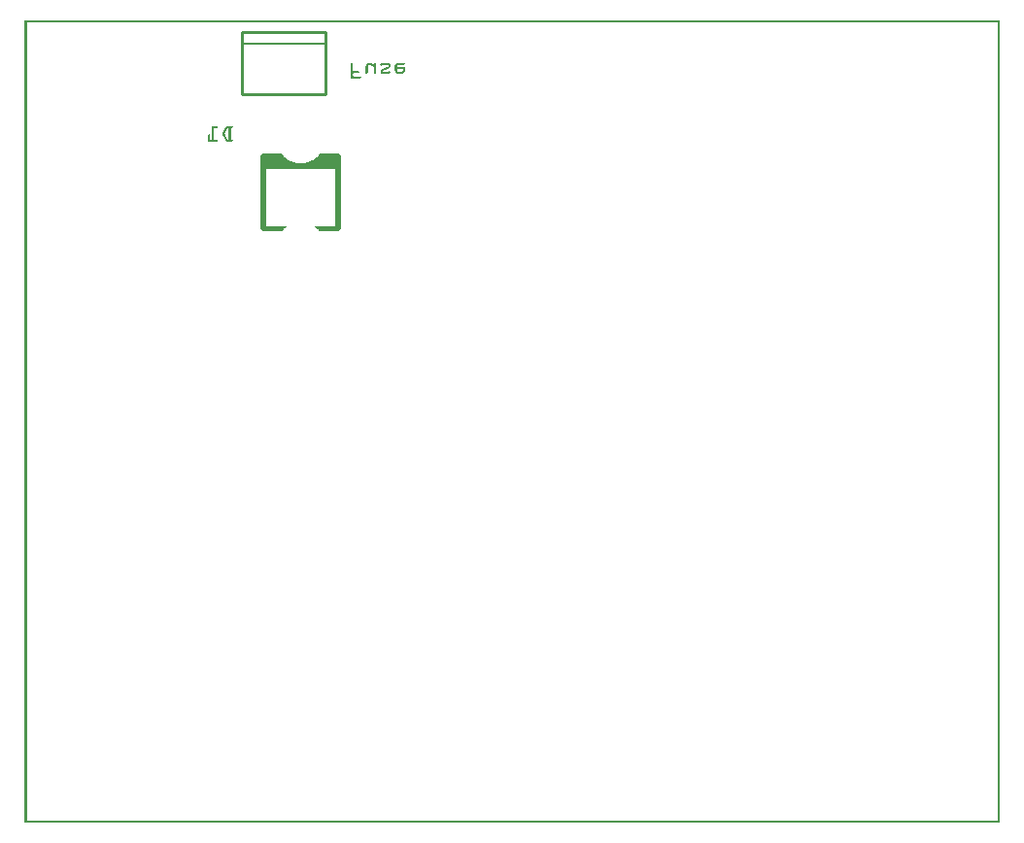
<source format=gbo>
G04 MADE WITH FRITZING*
G04 WWW.FRITZING.ORG*
G04 DOUBLE SIDED*
G04 HOLES PLATED*
G04 CONTOUR ON CENTER OF CONTOUR VECTOR*
%ASAXBY*%
%FSLAX23Y23*%
%MOIN*%
%OFA0B0*%
%SFA1.0B1.0*%
%ADD10C,0.010000*%
%ADD11C,0.005000*%
%ADD12C,0.019093*%
%ADD13R,0.001000X0.001000*%
%LNSILK0*%
G90*
G70*
G54D10*
X1032Y2500D02*
X746Y2500D01*
D02*
X746Y2500D02*
X746Y2716D01*
D02*
X746Y2716D02*
X1032Y2716D01*
D02*
X1032Y2716D02*
X1032Y2500D01*
G54D11*
D02*
X746Y2676D02*
X1032Y2676D01*
G54D12*
D02*
X819Y2289D02*
X819Y2040D01*
D02*
X1077Y2040D02*
X1077Y2289D01*
G54D13*
X1Y2755D02*
X3346Y2755D01*
X1Y2754D02*
X3346Y2754D01*
X1Y2753D02*
X3346Y2753D01*
X1Y2752D02*
X3346Y2752D01*
X1Y2751D02*
X3346Y2751D01*
X1Y2750D02*
X3346Y2750D01*
X1Y2749D02*
X3346Y2749D01*
X1Y2748D02*
X3346Y2748D01*
X1Y2747D02*
X8Y2747D01*
X3339Y2747D02*
X3346Y2747D01*
X1Y2746D02*
X8Y2746D01*
X3339Y2746D02*
X3346Y2746D01*
X1Y2745D02*
X8Y2745D01*
X3339Y2745D02*
X3346Y2745D01*
X1Y2744D02*
X8Y2744D01*
X3339Y2744D02*
X3346Y2744D01*
X1Y2743D02*
X8Y2743D01*
X3339Y2743D02*
X3346Y2743D01*
X1Y2742D02*
X8Y2742D01*
X3339Y2742D02*
X3346Y2742D01*
X1Y2741D02*
X8Y2741D01*
X3339Y2741D02*
X3346Y2741D01*
X1Y2740D02*
X8Y2740D01*
X3339Y2740D02*
X3346Y2740D01*
X1Y2739D02*
X8Y2739D01*
X3339Y2739D02*
X3346Y2739D01*
X1Y2738D02*
X8Y2738D01*
X3339Y2738D02*
X3346Y2738D01*
X1Y2737D02*
X8Y2737D01*
X3339Y2737D02*
X3346Y2737D01*
X1Y2736D02*
X8Y2736D01*
X3339Y2736D02*
X3346Y2736D01*
X1Y2735D02*
X8Y2735D01*
X3339Y2735D02*
X3346Y2735D01*
X1Y2734D02*
X8Y2734D01*
X3339Y2734D02*
X3346Y2734D01*
X1Y2733D02*
X8Y2733D01*
X3339Y2733D02*
X3346Y2733D01*
X1Y2732D02*
X8Y2732D01*
X3339Y2732D02*
X3346Y2732D01*
X1Y2731D02*
X8Y2731D01*
X3339Y2731D02*
X3346Y2731D01*
X1Y2730D02*
X8Y2730D01*
X3339Y2730D02*
X3346Y2730D01*
X1Y2729D02*
X8Y2729D01*
X3339Y2729D02*
X3346Y2729D01*
X1Y2728D02*
X8Y2728D01*
X3339Y2728D02*
X3346Y2728D01*
X1Y2727D02*
X8Y2727D01*
X3339Y2727D02*
X3346Y2727D01*
X1Y2726D02*
X8Y2726D01*
X3339Y2726D02*
X3346Y2726D01*
X1Y2725D02*
X8Y2725D01*
X3339Y2725D02*
X3346Y2725D01*
X1Y2724D02*
X8Y2724D01*
X3339Y2724D02*
X3346Y2724D01*
X1Y2723D02*
X8Y2723D01*
X3339Y2723D02*
X3346Y2723D01*
X1Y2722D02*
X8Y2722D01*
X3339Y2722D02*
X3346Y2722D01*
X1Y2721D02*
X8Y2721D01*
X3339Y2721D02*
X3346Y2721D01*
X1Y2720D02*
X8Y2720D01*
X3339Y2720D02*
X3346Y2720D01*
X1Y2719D02*
X8Y2719D01*
X3339Y2719D02*
X3346Y2719D01*
X1Y2718D02*
X8Y2718D01*
X3339Y2718D02*
X3346Y2718D01*
X1Y2717D02*
X8Y2717D01*
X3339Y2717D02*
X3346Y2717D01*
X1Y2716D02*
X8Y2716D01*
X3339Y2716D02*
X3346Y2716D01*
X1Y2715D02*
X8Y2715D01*
X3339Y2715D02*
X3346Y2715D01*
X1Y2714D02*
X8Y2714D01*
X3339Y2714D02*
X3346Y2714D01*
X1Y2713D02*
X8Y2713D01*
X3339Y2713D02*
X3346Y2713D01*
X1Y2712D02*
X8Y2712D01*
X3339Y2712D02*
X3346Y2712D01*
X1Y2711D02*
X8Y2711D01*
X3339Y2711D02*
X3346Y2711D01*
X1Y2710D02*
X8Y2710D01*
X3339Y2710D02*
X3346Y2710D01*
X1Y2709D02*
X8Y2709D01*
X3339Y2709D02*
X3346Y2709D01*
X1Y2708D02*
X8Y2708D01*
X3339Y2708D02*
X3346Y2708D01*
X1Y2707D02*
X8Y2707D01*
X3339Y2707D02*
X3346Y2707D01*
X1Y2706D02*
X8Y2706D01*
X3339Y2706D02*
X3346Y2706D01*
X1Y2705D02*
X8Y2705D01*
X3339Y2705D02*
X3346Y2705D01*
X1Y2704D02*
X8Y2704D01*
X3339Y2704D02*
X3346Y2704D01*
X1Y2703D02*
X8Y2703D01*
X3339Y2703D02*
X3346Y2703D01*
X1Y2702D02*
X8Y2702D01*
X3339Y2702D02*
X3346Y2702D01*
X1Y2701D02*
X8Y2701D01*
X3339Y2701D02*
X3346Y2701D01*
X1Y2700D02*
X8Y2700D01*
X3339Y2700D02*
X3346Y2700D01*
X1Y2699D02*
X8Y2699D01*
X3339Y2699D02*
X3346Y2699D01*
X1Y2698D02*
X8Y2698D01*
X3339Y2698D02*
X3346Y2698D01*
X1Y2697D02*
X8Y2697D01*
X3339Y2697D02*
X3346Y2697D01*
X1Y2696D02*
X8Y2696D01*
X3339Y2696D02*
X3346Y2696D01*
X1Y2695D02*
X8Y2695D01*
X3339Y2695D02*
X3346Y2695D01*
X1Y2694D02*
X8Y2694D01*
X3339Y2694D02*
X3346Y2694D01*
X1Y2693D02*
X8Y2693D01*
X3339Y2693D02*
X3346Y2693D01*
X1Y2692D02*
X8Y2692D01*
X3339Y2692D02*
X3346Y2692D01*
X1Y2691D02*
X8Y2691D01*
X3339Y2691D02*
X3346Y2691D01*
X1Y2690D02*
X8Y2690D01*
X3339Y2690D02*
X3346Y2690D01*
X1Y2689D02*
X8Y2689D01*
X3339Y2689D02*
X3346Y2689D01*
X1Y2688D02*
X8Y2688D01*
X3339Y2688D02*
X3346Y2688D01*
X1Y2687D02*
X8Y2687D01*
X3339Y2687D02*
X3346Y2687D01*
X1Y2686D02*
X8Y2686D01*
X3339Y2686D02*
X3346Y2686D01*
X1Y2685D02*
X8Y2685D01*
X3339Y2685D02*
X3346Y2685D01*
X1Y2684D02*
X8Y2684D01*
X3339Y2684D02*
X3346Y2684D01*
X1Y2683D02*
X8Y2683D01*
X3339Y2683D02*
X3346Y2683D01*
X1Y2682D02*
X8Y2682D01*
X3339Y2682D02*
X3346Y2682D01*
X1Y2681D02*
X8Y2681D01*
X3339Y2681D02*
X3346Y2681D01*
X1Y2680D02*
X8Y2680D01*
X3339Y2680D02*
X3346Y2680D01*
X1Y2679D02*
X8Y2679D01*
X3339Y2679D02*
X3346Y2679D01*
X1Y2678D02*
X8Y2678D01*
X3339Y2678D02*
X3346Y2678D01*
X1Y2677D02*
X8Y2677D01*
X3339Y2677D02*
X3346Y2677D01*
X1Y2676D02*
X8Y2676D01*
X3339Y2676D02*
X3346Y2676D01*
X1Y2675D02*
X8Y2675D01*
X3339Y2675D02*
X3346Y2675D01*
X1Y2674D02*
X8Y2674D01*
X3339Y2674D02*
X3346Y2674D01*
X1Y2673D02*
X8Y2673D01*
X3339Y2673D02*
X3346Y2673D01*
X1Y2672D02*
X8Y2672D01*
X3339Y2672D02*
X3346Y2672D01*
X1Y2671D02*
X8Y2671D01*
X3339Y2671D02*
X3346Y2671D01*
X1Y2670D02*
X8Y2670D01*
X3339Y2670D02*
X3346Y2670D01*
X1Y2669D02*
X8Y2669D01*
X3339Y2669D02*
X3346Y2669D01*
X1Y2668D02*
X8Y2668D01*
X3339Y2668D02*
X3346Y2668D01*
X1Y2667D02*
X8Y2667D01*
X3339Y2667D02*
X3346Y2667D01*
X1Y2666D02*
X8Y2666D01*
X3339Y2666D02*
X3346Y2666D01*
X1Y2665D02*
X8Y2665D01*
X3339Y2665D02*
X3346Y2665D01*
X1Y2664D02*
X8Y2664D01*
X3339Y2664D02*
X3346Y2664D01*
X1Y2663D02*
X8Y2663D01*
X3339Y2663D02*
X3346Y2663D01*
X1Y2662D02*
X8Y2662D01*
X3339Y2662D02*
X3346Y2662D01*
X1Y2661D02*
X8Y2661D01*
X3339Y2661D02*
X3346Y2661D01*
X1Y2660D02*
X8Y2660D01*
X3339Y2660D02*
X3346Y2660D01*
X1Y2659D02*
X8Y2659D01*
X3339Y2659D02*
X3346Y2659D01*
X1Y2658D02*
X8Y2658D01*
X3339Y2658D02*
X3346Y2658D01*
X1Y2657D02*
X8Y2657D01*
X3339Y2657D02*
X3346Y2657D01*
X1Y2656D02*
X8Y2656D01*
X3339Y2656D02*
X3346Y2656D01*
X1Y2655D02*
X8Y2655D01*
X3339Y2655D02*
X3346Y2655D01*
X1Y2654D02*
X8Y2654D01*
X3339Y2654D02*
X3346Y2654D01*
X1Y2653D02*
X8Y2653D01*
X3339Y2653D02*
X3346Y2653D01*
X1Y2652D02*
X8Y2652D01*
X3339Y2652D02*
X3346Y2652D01*
X1Y2651D02*
X8Y2651D01*
X3339Y2651D02*
X3346Y2651D01*
X1Y2650D02*
X8Y2650D01*
X3339Y2650D02*
X3346Y2650D01*
X1Y2649D02*
X8Y2649D01*
X3339Y2649D02*
X3346Y2649D01*
X1Y2648D02*
X8Y2648D01*
X3339Y2648D02*
X3346Y2648D01*
X1Y2647D02*
X8Y2647D01*
X3339Y2647D02*
X3346Y2647D01*
X1Y2646D02*
X8Y2646D01*
X3339Y2646D02*
X3346Y2646D01*
X1Y2645D02*
X8Y2645D01*
X3339Y2645D02*
X3346Y2645D01*
X1Y2644D02*
X8Y2644D01*
X3339Y2644D02*
X3346Y2644D01*
X1Y2643D02*
X8Y2643D01*
X3339Y2643D02*
X3346Y2643D01*
X1Y2642D02*
X8Y2642D01*
X3339Y2642D02*
X3346Y2642D01*
X1Y2641D02*
X8Y2641D01*
X3339Y2641D02*
X3346Y2641D01*
X1Y2640D02*
X8Y2640D01*
X3339Y2640D02*
X3346Y2640D01*
X1Y2639D02*
X8Y2639D01*
X3339Y2639D02*
X3346Y2639D01*
X1Y2638D02*
X8Y2638D01*
X3339Y2638D02*
X3346Y2638D01*
X1Y2637D02*
X8Y2637D01*
X3339Y2637D02*
X3346Y2637D01*
X1Y2636D02*
X8Y2636D01*
X3339Y2636D02*
X3346Y2636D01*
X1Y2635D02*
X8Y2635D01*
X3339Y2635D02*
X3346Y2635D01*
X1Y2634D02*
X8Y2634D01*
X3339Y2634D02*
X3346Y2634D01*
X1Y2633D02*
X8Y2633D01*
X3339Y2633D02*
X3346Y2633D01*
X1Y2632D02*
X8Y2632D01*
X3339Y2632D02*
X3346Y2632D01*
X1Y2631D02*
X8Y2631D01*
X3339Y2631D02*
X3346Y2631D01*
X1Y2630D02*
X8Y2630D01*
X3339Y2630D02*
X3346Y2630D01*
X1Y2629D02*
X8Y2629D01*
X3339Y2629D02*
X3346Y2629D01*
X1Y2628D02*
X8Y2628D01*
X3339Y2628D02*
X3346Y2628D01*
X1Y2627D02*
X8Y2627D01*
X3339Y2627D02*
X3346Y2627D01*
X1Y2626D02*
X8Y2626D01*
X3339Y2626D02*
X3346Y2626D01*
X1Y2625D02*
X8Y2625D01*
X3339Y2625D02*
X3346Y2625D01*
X1Y2624D02*
X8Y2624D01*
X3339Y2624D02*
X3346Y2624D01*
X1Y2623D02*
X8Y2623D01*
X3339Y2623D02*
X3346Y2623D01*
X1Y2622D02*
X8Y2622D01*
X3339Y2622D02*
X3346Y2622D01*
X1Y2621D02*
X8Y2621D01*
X3339Y2621D02*
X3346Y2621D01*
X1Y2620D02*
X8Y2620D01*
X3339Y2620D02*
X3346Y2620D01*
X1Y2619D02*
X8Y2619D01*
X3339Y2619D02*
X3346Y2619D01*
X1Y2618D02*
X8Y2618D01*
X3339Y2618D02*
X3346Y2618D01*
X1Y2617D02*
X8Y2617D01*
X3339Y2617D02*
X3346Y2617D01*
X1Y2616D02*
X8Y2616D01*
X3339Y2616D02*
X3346Y2616D01*
X1Y2615D02*
X8Y2615D01*
X3339Y2615D02*
X3346Y2615D01*
X1Y2614D02*
X8Y2614D01*
X3339Y2614D02*
X3346Y2614D01*
X1Y2613D02*
X8Y2613D01*
X3339Y2613D02*
X3346Y2613D01*
X1Y2612D02*
X8Y2612D01*
X3339Y2612D02*
X3346Y2612D01*
X1Y2611D02*
X8Y2611D01*
X3339Y2611D02*
X3346Y2611D01*
X1Y2610D02*
X8Y2610D01*
X3339Y2610D02*
X3346Y2610D01*
X1Y2609D02*
X8Y2609D01*
X1123Y2609D02*
X1126Y2609D01*
X1179Y2609D02*
X1189Y2609D01*
X1201Y2609D02*
X1204Y2609D01*
X1228Y2609D02*
X1249Y2609D01*
X1281Y2609D02*
X1304Y2609D01*
X3339Y2609D02*
X3346Y2609D01*
X1Y2608D02*
X8Y2608D01*
X1122Y2608D02*
X1127Y2608D01*
X1177Y2608D02*
X1192Y2608D01*
X1200Y2608D02*
X1205Y2608D01*
X1226Y2608D02*
X1250Y2608D01*
X1279Y2608D02*
X1305Y2608D01*
X3339Y2608D02*
X3346Y2608D01*
X1Y2607D02*
X8Y2607D01*
X1122Y2607D02*
X1127Y2607D01*
X1176Y2607D02*
X1193Y2607D01*
X1199Y2607D02*
X1205Y2607D01*
X1224Y2607D02*
X1252Y2607D01*
X1278Y2607D02*
X1305Y2607D01*
X3339Y2607D02*
X3346Y2607D01*
X1Y2606D02*
X8Y2606D01*
X1121Y2606D02*
X1127Y2606D01*
X1175Y2606D02*
X1195Y2606D01*
X1199Y2606D02*
X1205Y2606D01*
X1223Y2606D02*
X1253Y2606D01*
X1277Y2606D02*
X1306Y2606D01*
X3339Y2606D02*
X3346Y2606D01*
X1Y2605D02*
X8Y2605D01*
X1121Y2605D02*
X1127Y2605D01*
X1174Y2605D02*
X1196Y2605D01*
X1199Y2605D02*
X1205Y2605D01*
X1222Y2605D02*
X1253Y2605D01*
X1276Y2605D02*
X1305Y2605D01*
X3339Y2605D02*
X3346Y2605D01*
X1Y2604D02*
X8Y2604D01*
X1121Y2604D02*
X1127Y2604D01*
X1174Y2604D02*
X1205Y2604D01*
X1222Y2604D02*
X1254Y2604D01*
X1275Y2604D02*
X1305Y2604D01*
X3339Y2604D02*
X3346Y2604D01*
X1Y2603D02*
X8Y2603D01*
X1121Y2603D02*
X1127Y2603D01*
X1173Y2603D02*
X1205Y2603D01*
X1222Y2603D02*
X1255Y2603D01*
X1274Y2603D02*
X1303Y2603D01*
X3339Y2603D02*
X3346Y2603D01*
X1Y2602D02*
X8Y2602D01*
X1121Y2602D02*
X1127Y2602D01*
X1173Y2602D02*
X1180Y2602D01*
X1189Y2602D02*
X1205Y2602D01*
X1222Y2602D02*
X1229Y2602D01*
X1248Y2602D02*
X1255Y2602D01*
X1273Y2602D02*
X1282Y2602D01*
X3339Y2602D02*
X3346Y2602D01*
X1Y2601D02*
X8Y2601D01*
X1121Y2601D02*
X1127Y2601D01*
X1173Y2601D02*
X1179Y2601D01*
X1191Y2601D02*
X1205Y2601D01*
X1223Y2601D02*
X1227Y2601D01*
X1249Y2601D02*
X1255Y2601D01*
X1273Y2601D02*
X1281Y2601D01*
X3339Y2601D02*
X3346Y2601D01*
X1Y2600D02*
X8Y2600D01*
X1121Y2600D02*
X1127Y2600D01*
X1173Y2600D02*
X1179Y2600D01*
X1192Y2600D02*
X1205Y2600D01*
X1224Y2600D02*
X1225Y2600D01*
X1249Y2600D02*
X1255Y2600D01*
X1272Y2600D02*
X1279Y2600D01*
X3339Y2600D02*
X3346Y2600D01*
X1Y2599D02*
X8Y2599D01*
X1121Y2599D02*
X1127Y2599D01*
X1172Y2599D02*
X1178Y2599D01*
X1194Y2599D02*
X1205Y2599D01*
X1249Y2599D02*
X1255Y2599D01*
X1272Y2599D02*
X1279Y2599D01*
X3339Y2599D02*
X3346Y2599D01*
X1Y2598D02*
X8Y2598D01*
X1121Y2598D02*
X1127Y2598D01*
X1172Y2598D02*
X1178Y2598D01*
X1195Y2598D02*
X1205Y2598D01*
X1249Y2598D02*
X1255Y2598D01*
X1272Y2598D02*
X1278Y2598D01*
X3339Y2598D02*
X3346Y2598D01*
X1Y2597D02*
X8Y2597D01*
X1121Y2597D02*
X1127Y2597D01*
X1172Y2597D02*
X1178Y2597D01*
X1197Y2597D02*
X1205Y2597D01*
X1249Y2597D02*
X1255Y2597D01*
X1272Y2597D02*
X1278Y2597D01*
X3339Y2597D02*
X3346Y2597D01*
X1Y2596D02*
X8Y2596D01*
X1121Y2596D02*
X1127Y2596D01*
X1172Y2596D02*
X1178Y2596D01*
X1198Y2596D02*
X1205Y2596D01*
X1248Y2596D02*
X1255Y2596D01*
X1272Y2596D02*
X1278Y2596D01*
X3339Y2596D02*
X3346Y2596D01*
X1Y2595D02*
X8Y2595D01*
X1121Y2595D02*
X1127Y2595D01*
X1172Y2595D02*
X1178Y2595D01*
X1199Y2595D02*
X1205Y2595D01*
X1246Y2595D02*
X1254Y2595D01*
X1272Y2595D02*
X1302Y2595D01*
X3339Y2595D02*
X3346Y2595D01*
X1Y2594D02*
X8Y2594D01*
X1121Y2594D02*
X1127Y2594D01*
X1172Y2594D02*
X1178Y2594D01*
X1199Y2594D02*
X1205Y2594D01*
X1243Y2594D02*
X1254Y2594D01*
X1272Y2594D02*
X1304Y2594D01*
X3339Y2594D02*
X3346Y2594D01*
X1Y2593D02*
X8Y2593D01*
X1121Y2593D02*
X1127Y2593D01*
X1172Y2593D02*
X1178Y2593D01*
X1199Y2593D02*
X1205Y2593D01*
X1241Y2593D02*
X1253Y2593D01*
X1272Y2593D02*
X1305Y2593D01*
X3339Y2593D02*
X3346Y2593D01*
X1Y2592D02*
X8Y2592D01*
X1121Y2592D02*
X1127Y2592D01*
X1172Y2592D02*
X1178Y2592D01*
X1199Y2592D02*
X1205Y2592D01*
X1239Y2592D02*
X1252Y2592D01*
X1272Y2592D02*
X1306Y2592D01*
X3339Y2592D02*
X3346Y2592D01*
X1Y2591D02*
X8Y2591D01*
X1121Y2591D02*
X1127Y2591D01*
X1172Y2591D02*
X1178Y2591D01*
X1199Y2591D02*
X1205Y2591D01*
X1236Y2591D02*
X1251Y2591D01*
X1272Y2591D02*
X1306Y2591D01*
X3339Y2591D02*
X3346Y2591D01*
X1Y2590D02*
X8Y2590D01*
X1121Y2590D02*
X1127Y2590D01*
X1172Y2590D02*
X1178Y2590D01*
X1199Y2590D02*
X1205Y2590D01*
X1234Y2590D02*
X1250Y2590D01*
X1272Y2590D02*
X1306Y2590D01*
X3339Y2590D02*
X3346Y2590D01*
X1Y2589D02*
X8Y2589D01*
X1121Y2589D02*
X1127Y2589D01*
X1172Y2589D02*
X1178Y2589D01*
X1199Y2589D02*
X1205Y2589D01*
X1232Y2589D02*
X1248Y2589D01*
X1272Y2589D02*
X1306Y2589D01*
X3339Y2589D02*
X3346Y2589D01*
X1Y2588D02*
X8Y2588D01*
X1121Y2588D02*
X1127Y2588D01*
X1172Y2588D02*
X1178Y2588D01*
X1199Y2588D02*
X1205Y2588D01*
X1229Y2588D02*
X1246Y2588D01*
X1272Y2588D02*
X1279Y2588D01*
X1299Y2588D02*
X1306Y2588D01*
X3339Y2588D02*
X3346Y2588D01*
X1Y2587D02*
X8Y2587D01*
X1121Y2587D02*
X1127Y2587D01*
X1172Y2587D02*
X1178Y2587D01*
X1199Y2587D02*
X1205Y2587D01*
X1227Y2587D02*
X1244Y2587D01*
X1272Y2587D02*
X1278Y2587D01*
X1300Y2587D02*
X1306Y2587D01*
X3339Y2587D02*
X3346Y2587D01*
X1Y2586D02*
X8Y2586D01*
X1121Y2586D02*
X1127Y2586D01*
X1172Y2586D02*
X1178Y2586D01*
X1199Y2586D02*
X1205Y2586D01*
X1226Y2586D02*
X1241Y2586D01*
X1272Y2586D02*
X1278Y2586D01*
X1300Y2586D02*
X1306Y2586D01*
X3339Y2586D02*
X3346Y2586D01*
X1Y2585D02*
X8Y2585D01*
X1121Y2585D02*
X1127Y2585D01*
X1172Y2585D02*
X1178Y2585D01*
X1199Y2585D02*
X1205Y2585D01*
X1225Y2585D02*
X1239Y2585D01*
X1272Y2585D02*
X1278Y2585D01*
X1300Y2585D02*
X1306Y2585D01*
X3339Y2585D02*
X3346Y2585D01*
X1Y2584D02*
X8Y2584D01*
X1121Y2584D02*
X1127Y2584D01*
X1172Y2584D02*
X1178Y2584D01*
X1199Y2584D02*
X1205Y2584D01*
X1224Y2584D02*
X1237Y2584D01*
X1272Y2584D02*
X1278Y2584D01*
X1300Y2584D02*
X1306Y2584D01*
X3339Y2584D02*
X3346Y2584D01*
X1Y2583D02*
X8Y2583D01*
X1121Y2583D02*
X1127Y2583D01*
X1172Y2583D02*
X1178Y2583D01*
X1199Y2583D02*
X1205Y2583D01*
X1224Y2583D02*
X1234Y2583D01*
X1272Y2583D02*
X1278Y2583D01*
X1300Y2583D02*
X1306Y2583D01*
X3339Y2583D02*
X3346Y2583D01*
X1Y2582D02*
X8Y2582D01*
X1121Y2582D02*
X1127Y2582D01*
X1172Y2582D02*
X1178Y2582D01*
X1199Y2582D02*
X1205Y2582D01*
X1223Y2582D02*
X1232Y2582D01*
X1272Y2582D02*
X1278Y2582D01*
X1299Y2582D02*
X1306Y2582D01*
X3339Y2582D02*
X3346Y2582D01*
X1Y2581D02*
X8Y2581D01*
X1121Y2581D02*
X1127Y2581D01*
X1172Y2581D02*
X1178Y2581D01*
X1199Y2581D02*
X1205Y2581D01*
X1223Y2581D02*
X1230Y2581D01*
X1272Y2581D02*
X1279Y2581D01*
X1299Y2581D02*
X1305Y2581D01*
X3339Y2581D02*
X3346Y2581D01*
X1Y2580D02*
X8Y2580D01*
X1121Y2580D02*
X1146Y2580D01*
X1172Y2580D02*
X1178Y2580D01*
X1199Y2580D02*
X1205Y2580D01*
X1223Y2580D02*
X1229Y2580D01*
X1251Y2580D02*
X1252Y2580D01*
X1273Y2580D02*
X1280Y2580D01*
X1298Y2580D02*
X1305Y2580D01*
X3339Y2580D02*
X3346Y2580D01*
X1Y2579D02*
X8Y2579D01*
X1121Y2579D02*
X1147Y2579D01*
X1172Y2579D02*
X1178Y2579D01*
X1199Y2579D02*
X1205Y2579D01*
X1223Y2579D02*
X1229Y2579D01*
X1250Y2579D02*
X1254Y2579D01*
X1273Y2579D02*
X1281Y2579D01*
X1297Y2579D02*
X1305Y2579D01*
X3339Y2579D02*
X3346Y2579D01*
X1Y2578D02*
X8Y2578D01*
X1121Y2578D02*
X1148Y2578D01*
X1172Y2578D02*
X1178Y2578D01*
X1199Y2578D02*
X1205Y2578D01*
X1223Y2578D02*
X1229Y2578D01*
X1248Y2578D02*
X1254Y2578D01*
X1273Y2578D02*
X1282Y2578D01*
X1296Y2578D02*
X1304Y2578D01*
X3339Y2578D02*
X3346Y2578D01*
X1Y2577D02*
X8Y2577D01*
X1121Y2577D02*
X1148Y2577D01*
X1172Y2577D02*
X1178Y2577D01*
X1199Y2577D02*
X1205Y2577D01*
X1223Y2577D02*
X1255Y2577D01*
X1274Y2577D02*
X1304Y2577D01*
X3339Y2577D02*
X3346Y2577D01*
X1Y2576D02*
X8Y2576D01*
X1121Y2576D02*
X1148Y2576D01*
X1172Y2576D02*
X1178Y2576D01*
X1199Y2576D02*
X1205Y2576D01*
X1223Y2576D02*
X1255Y2576D01*
X1275Y2576D02*
X1303Y2576D01*
X3339Y2576D02*
X3346Y2576D01*
X1Y2575D02*
X8Y2575D01*
X1121Y2575D02*
X1148Y2575D01*
X1172Y2575D02*
X1178Y2575D01*
X1199Y2575D02*
X1205Y2575D01*
X1224Y2575D02*
X1254Y2575D01*
X1276Y2575D02*
X1302Y2575D01*
X3339Y2575D02*
X3346Y2575D01*
X1Y2574D02*
X8Y2574D01*
X1121Y2574D02*
X1147Y2574D01*
X1172Y2574D02*
X1178Y2574D01*
X1199Y2574D02*
X1205Y2574D01*
X1224Y2574D02*
X1253Y2574D01*
X1277Y2574D02*
X1301Y2574D01*
X3339Y2574D02*
X3346Y2574D01*
X1Y2573D02*
X8Y2573D01*
X1121Y2573D02*
X1128Y2573D01*
X1172Y2573D02*
X1177Y2573D01*
X1199Y2573D02*
X1205Y2573D01*
X1225Y2573D02*
X1252Y2573D01*
X1278Y2573D02*
X1300Y2573D01*
X3339Y2573D02*
X3346Y2573D01*
X1Y2572D02*
X8Y2572D01*
X1121Y2572D02*
X1127Y2572D01*
X1172Y2572D02*
X1177Y2572D01*
X1200Y2572D02*
X1205Y2572D01*
X1226Y2572D02*
X1251Y2572D01*
X1279Y2572D02*
X1298Y2572D01*
X3339Y2572D02*
X3346Y2572D01*
X1Y2571D02*
X8Y2571D01*
X1121Y2571D02*
X1127Y2571D01*
X1173Y2571D02*
X1176Y2571D01*
X1201Y2571D02*
X1204Y2571D01*
X1228Y2571D02*
X1249Y2571D01*
X1281Y2571D02*
X1296Y2571D01*
X3339Y2571D02*
X3346Y2571D01*
X1Y2570D02*
X8Y2570D01*
X1121Y2570D02*
X1127Y2570D01*
X3339Y2570D02*
X3346Y2570D01*
X1Y2569D02*
X8Y2569D01*
X1121Y2569D02*
X1127Y2569D01*
X3339Y2569D02*
X3346Y2569D01*
X1Y2568D02*
X8Y2568D01*
X1121Y2568D02*
X1127Y2568D01*
X3339Y2568D02*
X3346Y2568D01*
X1Y2567D02*
X8Y2567D01*
X1121Y2567D02*
X1127Y2567D01*
X3339Y2567D02*
X3346Y2567D01*
X1Y2566D02*
X8Y2566D01*
X1121Y2566D02*
X1127Y2566D01*
X3339Y2566D02*
X3346Y2566D01*
X1Y2565D02*
X8Y2565D01*
X1121Y2565D02*
X1127Y2565D01*
X3339Y2565D02*
X3346Y2565D01*
X1Y2564D02*
X8Y2564D01*
X1121Y2564D02*
X1127Y2564D01*
X3339Y2564D02*
X3346Y2564D01*
X1Y2563D02*
X8Y2563D01*
X1121Y2563D02*
X1128Y2563D01*
X3339Y2563D02*
X3346Y2563D01*
X1Y2562D02*
X8Y2562D01*
X1121Y2562D02*
X1153Y2562D01*
X3339Y2562D02*
X3346Y2562D01*
X1Y2561D02*
X8Y2561D01*
X1121Y2561D02*
X1154Y2561D01*
X3339Y2561D02*
X3346Y2561D01*
X1Y2560D02*
X8Y2560D01*
X1121Y2560D02*
X1155Y2560D01*
X3339Y2560D02*
X3346Y2560D01*
X1Y2559D02*
X8Y2559D01*
X1121Y2559D02*
X1155Y2559D01*
X3339Y2559D02*
X3346Y2559D01*
X1Y2558D02*
X8Y2558D01*
X1121Y2558D02*
X1155Y2558D01*
X3339Y2558D02*
X3346Y2558D01*
X1Y2557D02*
X8Y2557D01*
X1121Y2557D02*
X1154Y2557D01*
X3339Y2557D02*
X3346Y2557D01*
X1Y2556D02*
X8Y2556D01*
X1121Y2556D02*
X1153Y2556D01*
X3339Y2556D02*
X3346Y2556D01*
X1Y2555D02*
X8Y2555D01*
X3339Y2555D02*
X3346Y2555D01*
X1Y2554D02*
X8Y2554D01*
X3339Y2554D02*
X3346Y2554D01*
X1Y2553D02*
X8Y2553D01*
X3339Y2553D02*
X3346Y2553D01*
X1Y2552D02*
X8Y2552D01*
X3339Y2552D02*
X3346Y2552D01*
X1Y2551D02*
X8Y2551D01*
X3339Y2551D02*
X3346Y2551D01*
X1Y2550D02*
X8Y2550D01*
X3339Y2550D02*
X3346Y2550D01*
X1Y2549D02*
X8Y2549D01*
X3339Y2549D02*
X3346Y2549D01*
X1Y2548D02*
X8Y2548D01*
X3339Y2548D02*
X3346Y2548D01*
X1Y2547D02*
X8Y2547D01*
X3339Y2547D02*
X3346Y2547D01*
X1Y2546D02*
X8Y2546D01*
X3339Y2546D02*
X3346Y2546D01*
X1Y2545D02*
X8Y2545D01*
X3339Y2545D02*
X3346Y2545D01*
X1Y2544D02*
X8Y2544D01*
X3339Y2544D02*
X3346Y2544D01*
X1Y2543D02*
X8Y2543D01*
X3339Y2543D02*
X3346Y2543D01*
X1Y2542D02*
X8Y2542D01*
X3339Y2542D02*
X3346Y2542D01*
X1Y2541D02*
X8Y2541D01*
X3339Y2541D02*
X3346Y2541D01*
X1Y2540D02*
X8Y2540D01*
X3339Y2540D02*
X3346Y2540D01*
X1Y2539D02*
X8Y2539D01*
X3339Y2539D02*
X3346Y2539D01*
X1Y2538D02*
X8Y2538D01*
X3339Y2538D02*
X3346Y2538D01*
X1Y2537D02*
X8Y2537D01*
X3339Y2537D02*
X3346Y2537D01*
X1Y2536D02*
X8Y2536D01*
X3339Y2536D02*
X3346Y2536D01*
X1Y2535D02*
X8Y2535D01*
X3339Y2535D02*
X3346Y2535D01*
X1Y2534D02*
X8Y2534D01*
X3339Y2534D02*
X3346Y2534D01*
X1Y2533D02*
X8Y2533D01*
X3339Y2533D02*
X3346Y2533D01*
X1Y2532D02*
X8Y2532D01*
X3339Y2532D02*
X3346Y2532D01*
X1Y2531D02*
X8Y2531D01*
X3339Y2531D02*
X3346Y2531D01*
X1Y2530D02*
X8Y2530D01*
X3339Y2530D02*
X3346Y2530D01*
X1Y2529D02*
X8Y2529D01*
X3339Y2529D02*
X3346Y2529D01*
X1Y2528D02*
X8Y2528D01*
X3339Y2528D02*
X3346Y2528D01*
X1Y2527D02*
X8Y2527D01*
X3339Y2527D02*
X3346Y2527D01*
X1Y2526D02*
X8Y2526D01*
X3339Y2526D02*
X3346Y2526D01*
X1Y2525D02*
X8Y2525D01*
X3339Y2525D02*
X3346Y2525D01*
X1Y2524D02*
X8Y2524D01*
X3339Y2524D02*
X3346Y2524D01*
X1Y2523D02*
X8Y2523D01*
X3339Y2523D02*
X3346Y2523D01*
X1Y2522D02*
X8Y2522D01*
X3339Y2522D02*
X3346Y2522D01*
X1Y2521D02*
X8Y2521D01*
X3339Y2521D02*
X3346Y2521D01*
X1Y2520D02*
X8Y2520D01*
X3339Y2520D02*
X3346Y2520D01*
X1Y2519D02*
X8Y2519D01*
X3339Y2519D02*
X3346Y2519D01*
X1Y2518D02*
X8Y2518D01*
X3339Y2518D02*
X3346Y2518D01*
X1Y2517D02*
X8Y2517D01*
X3339Y2517D02*
X3346Y2517D01*
X1Y2516D02*
X8Y2516D01*
X3339Y2516D02*
X3346Y2516D01*
X1Y2515D02*
X8Y2515D01*
X3339Y2515D02*
X3346Y2515D01*
X1Y2514D02*
X8Y2514D01*
X3339Y2514D02*
X3346Y2514D01*
X1Y2513D02*
X8Y2513D01*
X3339Y2513D02*
X3346Y2513D01*
X1Y2512D02*
X8Y2512D01*
X3339Y2512D02*
X3346Y2512D01*
X1Y2511D02*
X8Y2511D01*
X3339Y2511D02*
X3346Y2511D01*
X1Y2510D02*
X8Y2510D01*
X3339Y2510D02*
X3346Y2510D01*
X1Y2509D02*
X8Y2509D01*
X3339Y2509D02*
X3346Y2509D01*
X1Y2508D02*
X8Y2508D01*
X3339Y2508D02*
X3346Y2508D01*
X1Y2507D02*
X8Y2507D01*
X3339Y2507D02*
X3346Y2507D01*
X1Y2506D02*
X8Y2506D01*
X3339Y2506D02*
X3346Y2506D01*
X1Y2505D02*
X8Y2505D01*
X3339Y2505D02*
X3346Y2505D01*
X1Y2504D02*
X8Y2504D01*
X3339Y2504D02*
X3346Y2504D01*
X1Y2503D02*
X8Y2503D01*
X3339Y2503D02*
X3346Y2503D01*
X1Y2502D02*
X8Y2502D01*
X3339Y2502D02*
X3346Y2502D01*
X1Y2501D02*
X8Y2501D01*
X3339Y2501D02*
X3346Y2501D01*
X1Y2500D02*
X8Y2500D01*
X3339Y2500D02*
X3346Y2500D01*
X1Y2499D02*
X8Y2499D01*
X3339Y2499D02*
X3346Y2499D01*
X1Y2498D02*
X8Y2498D01*
X3339Y2498D02*
X3346Y2498D01*
X1Y2497D02*
X8Y2497D01*
X3339Y2497D02*
X3346Y2497D01*
X1Y2496D02*
X8Y2496D01*
X3339Y2496D02*
X3346Y2496D01*
X1Y2495D02*
X8Y2495D01*
X3339Y2495D02*
X3346Y2495D01*
X1Y2494D02*
X8Y2494D01*
X3339Y2494D02*
X3346Y2494D01*
X1Y2493D02*
X8Y2493D01*
X3339Y2493D02*
X3346Y2493D01*
X1Y2492D02*
X8Y2492D01*
X3339Y2492D02*
X3346Y2492D01*
X1Y2491D02*
X8Y2491D01*
X3339Y2491D02*
X3346Y2491D01*
X1Y2490D02*
X8Y2490D01*
X3339Y2490D02*
X3346Y2490D01*
X1Y2489D02*
X8Y2489D01*
X3339Y2489D02*
X3346Y2489D01*
X1Y2488D02*
X8Y2488D01*
X3339Y2488D02*
X3346Y2488D01*
X1Y2487D02*
X8Y2487D01*
X3339Y2487D02*
X3346Y2487D01*
X1Y2486D02*
X8Y2486D01*
X3339Y2486D02*
X3346Y2486D01*
X1Y2485D02*
X8Y2485D01*
X3339Y2485D02*
X3346Y2485D01*
X1Y2484D02*
X8Y2484D01*
X3339Y2484D02*
X3346Y2484D01*
X1Y2483D02*
X8Y2483D01*
X3339Y2483D02*
X3346Y2483D01*
X1Y2482D02*
X8Y2482D01*
X3339Y2482D02*
X3346Y2482D01*
X1Y2481D02*
X8Y2481D01*
X3339Y2481D02*
X3346Y2481D01*
X1Y2480D02*
X8Y2480D01*
X3339Y2480D02*
X3346Y2480D01*
X1Y2479D02*
X8Y2479D01*
X3339Y2479D02*
X3346Y2479D01*
X1Y2478D02*
X8Y2478D01*
X3339Y2478D02*
X3346Y2478D01*
X1Y2477D02*
X8Y2477D01*
X3339Y2477D02*
X3346Y2477D01*
X1Y2476D02*
X8Y2476D01*
X3339Y2476D02*
X3346Y2476D01*
X1Y2475D02*
X8Y2475D01*
X3339Y2475D02*
X3346Y2475D01*
X1Y2474D02*
X8Y2474D01*
X3339Y2474D02*
X3346Y2474D01*
X1Y2473D02*
X8Y2473D01*
X3339Y2473D02*
X3346Y2473D01*
X1Y2472D02*
X8Y2472D01*
X3339Y2472D02*
X3346Y2472D01*
X1Y2471D02*
X8Y2471D01*
X3339Y2471D02*
X3346Y2471D01*
X1Y2470D02*
X8Y2470D01*
X3339Y2470D02*
X3346Y2470D01*
X1Y2469D02*
X8Y2469D01*
X3339Y2469D02*
X3346Y2469D01*
X1Y2468D02*
X8Y2468D01*
X3339Y2468D02*
X3346Y2468D01*
X1Y2467D02*
X8Y2467D01*
X3339Y2467D02*
X3346Y2467D01*
X1Y2466D02*
X8Y2466D01*
X3339Y2466D02*
X3346Y2466D01*
X1Y2465D02*
X8Y2465D01*
X3339Y2465D02*
X3346Y2465D01*
X1Y2464D02*
X8Y2464D01*
X3339Y2464D02*
X3346Y2464D01*
X1Y2463D02*
X8Y2463D01*
X3339Y2463D02*
X3346Y2463D01*
X1Y2462D02*
X8Y2462D01*
X3339Y2462D02*
X3346Y2462D01*
X1Y2461D02*
X8Y2461D01*
X3339Y2461D02*
X3346Y2461D01*
X1Y2460D02*
X8Y2460D01*
X3339Y2460D02*
X3346Y2460D01*
X1Y2459D02*
X8Y2459D01*
X3339Y2459D02*
X3346Y2459D01*
X1Y2458D02*
X8Y2458D01*
X3339Y2458D02*
X3346Y2458D01*
X1Y2457D02*
X8Y2457D01*
X3339Y2457D02*
X3346Y2457D01*
X1Y2456D02*
X8Y2456D01*
X3339Y2456D02*
X3346Y2456D01*
X1Y2455D02*
X8Y2455D01*
X3339Y2455D02*
X3346Y2455D01*
X1Y2454D02*
X8Y2454D01*
X3339Y2454D02*
X3346Y2454D01*
X1Y2453D02*
X8Y2453D01*
X3339Y2453D02*
X3346Y2453D01*
X1Y2452D02*
X8Y2452D01*
X3339Y2452D02*
X3346Y2452D01*
X1Y2451D02*
X8Y2451D01*
X3339Y2451D02*
X3346Y2451D01*
X1Y2450D02*
X8Y2450D01*
X3339Y2450D02*
X3346Y2450D01*
X1Y2449D02*
X8Y2449D01*
X3339Y2449D02*
X3346Y2449D01*
X1Y2448D02*
X8Y2448D01*
X3339Y2448D02*
X3346Y2448D01*
X1Y2447D02*
X8Y2447D01*
X3339Y2447D02*
X3346Y2447D01*
X1Y2446D02*
X8Y2446D01*
X3339Y2446D02*
X3346Y2446D01*
X1Y2445D02*
X8Y2445D01*
X3339Y2445D02*
X3346Y2445D01*
X1Y2444D02*
X8Y2444D01*
X3339Y2444D02*
X3346Y2444D01*
X1Y2443D02*
X8Y2443D01*
X3339Y2443D02*
X3346Y2443D01*
X1Y2442D02*
X8Y2442D01*
X3339Y2442D02*
X3346Y2442D01*
X1Y2441D02*
X8Y2441D01*
X3339Y2441D02*
X3346Y2441D01*
X1Y2440D02*
X8Y2440D01*
X3339Y2440D02*
X3346Y2440D01*
X1Y2439D02*
X8Y2439D01*
X3339Y2439D02*
X3346Y2439D01*
X1Y2438D02*
X8Y2438D01*
X3339Y2438D02*
X3346Y2438D01*
X1Y2437D02*
X8Y2437D01*
X3339Y2437D02*
X3346Y2437D01*
X1Y2436D02*
X8Y2436D01*
X3339Y2436D02*
X3346Y2436D01*
X1Y2435D02*
X8Y2435D01*
X3339Y2435D02*
X3346Y2435D01*
X1Y2434D02*
X8Y2434D01*
X3339Y2434D02*
X3346Y2434D01*
X1Y2433D02*
X8Y2433D01*
X3339Y2433D02*
X3346Y2433D01*
X1Y2432D02*
X8Y2432D01*
X3339Y2432D02*
X3346Y2432D01*
X1Y2431D02*
X8Y2431D01*
X3339Y2431D02*
X3346Y2431D01*
X1Y2430D02*
X8Y2430D01*
X3339Y2430D02*
X3346Y2430D01*
X1Y2429D02*
X8Y2429D01*
X3339Y2429D02*
X3346Y2429D01*
X1Y2428D02*
X8Y2428D01*
X3339Y2428D02*
X3346Y2428D01*
X1Y2427D02*
X8Y2427D01*
X3339Y2427D02*
X3346Y2427D01*
X1Y2426D02*
X8Y2426D01*
X3339Y2426D02*
X3346Y2426D01*
X1Y2425D02*
X8Y2425D01*
X3339Y2425D02*
X3346Y2425D01*
X1Y2424D02*
X8Y2424D01*
X3339Y2424D02*
X3346Y2424D01*
X1Y2423D02*
X8Y2423D01*
X3339Y2423D02*
X3346Y2423D01*
X1Y2422D02*
X8Y2422D01*
X3339Y2422D02*
X3346Y2422D01*
X1Y2421D02*
X8Y2421D01*
X3339Y2421D02*
X3346Y2421D01*
X1Y2420D02*
X8Y2420D01*
X3339Y2420D02*
X3346Y2420D01*
X1Y2419D02*
X8Y2419D01*
X3339Y2419D02*
X3346Y2419D01*
X1Y2418D02*
X8Y2418D01*
X3339Y2418D02*
X3346Y2418D01*
X1Y2417D02*
X8Y2417D01*
X3339Y2417D02*
X3346Y2417D01*
X1Y2416D02*
X8Y2416D01*
X3339Y2416D02*
X3346Y2416D01*
X1Y2415D02*
X8Y2415D01*
X3339Y2415D02*
X3346Y2415D01*
X1Y2414D02*
X8Y2414D01*
X3339Y2414D02*
X3346Y2414D01*
X1Y2413D02*
X8Y2413D01*
X3339Y2413D02*
X3346Y2413D01*
X1Y2412D02*
X8Y2412D01*
X3339Y2412D02*
X3346Y2412D01*
X1Y2411D02*
X8Y2411D01*
X3339Y2411D02*
X3346Y2411D01*
X1Y2410D02*
X8Y2410D01*
X3339Y2410D02*
X3346Y2410D01*
X1Y2409D02*
X8Y2409D01*
X3339Y2409D02*
X3346Y2409D01*
X1Y2408D02*
X8Y2408D01*
X3339Y2408D02*
X3346Y2408D01*
X1Y2407D02*
X8Y2407D01*
X3339Y2407D02*
X3346Y2407D01*
X1Y2406D02*
X8Y2406D01*
X3339Y2406D02*
X3346Y2406D01*
X1Y2405D02*
X8Y2405D01*
X3339Y2405D02*
X3346Y2405D01*
X1Y2404D02*
X8Y2404D01*
X3339Y2404D02*
X3346Y2404D01*
X1Y2403D02*
X8Y2403D01*
X3339Y2403D02*
X3346Y2403D01*
X1Y2402D02*
X8Y2402D01*
X3339Y2402D02*
X3346Y2402D01*
X1Y2401D02*
X8Y2401D01*
X3339Y2401D02*
X3346Y2401D01*
X1Y2400D02*
X8Y2400D01*
X3339Y2400D02*
X3346Y2400D01*
X1Y2399D02*
X8Y2399D01*
X3339Y2399D02*
X3346Y2399D01*
X1Y2398D02*
X8Y2398D01*
X3339Y2398D02*
X3346Y2398D01*
X1Y2397D02*
X8Y2397D01*
X3339Y2397D02*
X3346Y2397D01*
X1Y2396D02*
X8Y2396D01*
X3339Y2396D02*
X3346Y2396D01*
X1Y2395D02*
X8Y2395D01*
X3339Y2395D02*
X3346Y2395D01*
X1Y2394D02*
X8Y2394D01*
X3339Y2394D02*
X3346Y2394D01*
X1Y2393D02*
X8Y2393D01*
X3339Y2393D02*
X3346Y2393D01*
X1Y2392D02*
X8Y2392D01*
X645Y2392D02*
X663Y2392D01*
X696Y2392D02*
X713Y2392D01*
X3339Y2392D02*
X3346Y2392D01*
X1Y2391D02*
X8Y2391D01*
X645Y2391D02*
X664Y2391D01*
X694Y2391D02*
X714Y2391D01*
X3339Y2391D02*
X3346Y2391D01*
X1Y2390D02*
X8Y2390D01*
X645Y2390D02*
X664Y2390D01*
X693Y2390D02*
X715Y2390D01*
X3339Y2390D02*
X3346Y2390D01*
X1Y2389D02*
X8Y2389D01*
X645Y2389D02*
X664Y2389D01*
X691Y2389D02*
X715Y2389D01*
X3339Y2389D02*
X3346Y2389D01*
X1Y2388D02*
X8Y2388D01*
X645Y2388D02*
X664Y2388D01*
X691Y2388D02*
X714Y2388D01*
X3339Y2388D02*
X3346Y2388D01*
X1Y2387D02*
X8Y2387D01*
X645Y2387D02*
X664Y2387D01*
X690Y2387D02*
X714Y2387D01*
X3339Y2387D02*
X3346Y2387D01*
X1Y2386D02*
X8Y2386D01*
X645Y2386D02*
X662Y2386D01*
X690Y2386D02*
X713Y2386D01*
X3339Y2386D02*
X3346Y2386D01*
X1Y2385D02*
X8Y2385D01*
X645Y2385D02*
X651Y2385D01*
X689Y2385D02*
X696Y2385D01*
X702Y2385D02*
X708Y2385D01*
X3339Y2385D02*
X3346Y2385D01*
X1Y2384D02*
X8Y2384D01*
X645Y2384D02*
X651Y2384D01*
X689Y2384D02*
X695Y2384D01*
X702Y2384D02*
X708Y2384D01*
X3339Y2384D02*
X3346Y2384D01*
X1Y2383D02*
X8Y2383D01*
X645Y2383D02*
X651Y2383D01*
X688Y2383D02*
X695Y2383D01*
X702Y2383D02*
X708Y2383D01*
X3339Y2383D02*
X3346Y2383D01*
X1Y2382D02*
X8Y2382D01*
X645Y2382D02*
X651Y2382D01*
X688Y2382D02*
X694Y2382D01*
X702Y2382D02*
X708Y2382D01*
X3339Y2382D02*
X3346Y2382D01*
X1Y2381D02*
X8Y2381D01*
X645Y2381D02*
X651Y2381D01*
X687Y2381D02*
X694Y2381D01*
X702Y2381D02*
X708Y2381D01*
X3339Y2381D02*
X3346Y2381D01*
X1Y2380D02*
X8Y2380D01*
X645Y2380D02*
X651Y2380D01*
X687Y2380D02*
X693Y2380D01*
X702Y2380D02*
X708Y2380D01*
X3339Y2380D02*
X3346Y2380D01*
X1Y2379D02*
X8Y2379D01*
X645Y2379D02*
X651Y2379D01*
X686Y2379D02*
X693Y2379D01*
X702Y2379D02*
X708Y2379D01*
X3339Y2379D02*
X3346Y2379D01*
X1Y2378D02*
X8Y2378D01*
X645Y2378D02*
X651Y2378D01*
X686Y2378D02*
X692Y2378D01*
X702Y2378D02*
X708Y2378D01*
X3339Y2378D02*
X3346Y2378D01*
X1Y2377D02*
X8Y2377D01*
X645Y2377D02*
X651Y2377D01*
X685Y2377D02*
X692Y2377D01*
X702Y2377D02*
X708Y2377D01*
X3339Y2377D02*
X3346Y2377D01*
X1Y2376D02*
X8Y2376D01*
X645Y2376D02*
X651Y2376D01*
X685Y2376D02*
X691Y2376D01*
X702Y2376D02*
X708Y2376D01*
X3339Y2376D02*
X3346Y2376D01*
X1Y2375D02*
X8Y2375D01*
X645Y2375D02*
X651Y2375D01*
X684Y2375D02*
X691Y2375D01*
X702Y2375D02*
X708Y2375D01*
X3339Y2375D02*
X3346Y2375D01*
X1Y2374D02*
X8Y2374D01*
X645Y2374D02*
X651Y2374D01*
X684Y2374D02*
X690Y2374D01*
X702Y2374D02*
X708Y2374D01*
X3339Y2374D02*
X3346Y2374D01*
X1Y2373D02*
X8Y2373D01*
X645Y2373D02*
X651Y2373D01*
X683Y2373D02*
X690Y2373D01*
X702Y2373D02*
X708Y2373D01*
X3339Y2373D02*
X3346Y2373D01*
X1Y2372D02*
X8Y2372D01*
X645Y2372D02*
X651Y2372D01*
X683Y2372D02*
X689Y2372D01*
X702Y2372D02*
X708Y2372D01*
X3339Y2372D02*
X3346Y2372D01*
X1Y2371D02*
X8Y2371D01*
X645Y2371D02*
X651Y2371D01*
X682Y2371D02*
X689Y2371D01*
X702Y2371D02*
X708Y2371D01*
X3339Y2371D02*
X3346Y2371D01*
X1Y2370D02*
X8Y2370D01*
X645Y2370D02*
X651Y2370D01*
X682Y2370D02*
X688Y2370D01*
X702Y2370D02*
X708Y2370D01*
X3339Y2370D02*
X3346Y2370D01*
X1Y2369D02*
X8Y2369D01*
X645Y2369D02*
X651Y2369D01*
X682Y2369D02*
X688Y2369D01*
X702Y2369D02*
X708Y2369D01*
X3339Y2369D02*
X3346Y2369D01*
X1Y2368D02*
X8Y2368D01*
X645Y2368D02*
X651Y2368D01*
X681Y2368D02*
X688Y2368D01*
X702Y2368D02*
X708Y2368D01*
X3339Y2368D02*
X3346Y2368D01*
X1Y2367D02*
X8Y2367D01*
X645Y2367D02*
X651Y2367D01*
X681Y2367D02*
X687Y2367D01*
X702Y2367D02*
X708Y2367D01*
X3339Y2367D02*
X3346Y2367D01*
X1Y2366D02*
X8Y2366D01*
X645Y2366D02*
X651Y2366D01*
X681Y2366D02*
X687Y2366D01*
X702Y2366D02*
X708Y2366D01*
X3339Y2366D02*
X3346Y2366D01*
X1Y2365D02*
X8Y2365D01*
X645Y2365D02*
X651Y2365D01*
X681Y2365D02*
X687Y2365D01*
X702Y2365D02*
X708Y2365D01*
X3339Y2365D02*
X3346Y2365D01*
X1Y2364D02*
X8Y2364D01*
X645Y2364D02*
X651Y2364D01*
X681Y2364D02*
X687Y2364D01*
X702Y2364D02*
X708Y2364D01*
X3339Y2364D02*
X3346Y2364D01*
X1Y2363D02*
X8Y2363D01*
X633Y2363D02*
X635Y2363D01*
X645Y2363D02*
X651Y2363D01*
X681Y2363D02*
X688Y2363D01*
X702Y2363D02*
X708Y2363D01*
X3339Y2363D02*
X3346Y2363D01*
X1Y2362D02*
X8Y2362D01*
X632Y2362D02*
X636Y2362D01*
X645Y2362D02*
X651Y2362D01*
X682Y2362D02*
X688Y2362D01*
X702Y2362D02*
X708Y2362D01*
X3339Y2362D02*
X3346Y2362D01*
X1Y2361D02*
X8Y2361D01*
X631Y2361D02*
X637Y2361D01*
X645Y2361D02*
X651Y2361D01*
X682Y2361D02*
X688Y2361D01*
X702Y2361D02*
X708Y2361D01*
X3339Y2361D02*
X3346Y2361D01*
X1Y2360D02*
X8Y2360D01*
X631Y2360D02*
X637Y2360D01*
X645Y2360D02*
X651Y2360D01*
X682Y2360D02*
X689Y2360D01*
X702Y2360D02*
X708Y2360D01*
X3339Y2360D02*
X3346Y2360D01*
X1Y2359D02*
X8Y2359D01*
X631Y2359D02*
X637Y2359D01*
X645Y2359D02*
X651Y2359D01*
X683Y2359D02*
X689Y2359D01*
X702Y2359D02*
X708Y2359D01*
X3339Y2359D02*
X3346Y2359D01*
X1Y2358D02*
X8Y2358D01*
X631Y2358D02*
X637Y2358D01*
X645Y2358D02*
X651Y2358D01*
X683Y2358D02*
X690Y2358D01*
X702Y2358D02*
X708Y2358D01*
X3339Y2358D02*
X3346Y2358D01*
X1Y2357D02*
X8Y2357D01*
X631Y2357D02*
X637Y2357D01*
X645Y2357D02*
X651Y2357D01*
X684Y2357D02*
X690Y2357D01*
X702Y2357D02*
X708Y2357D01*
X3339Y2357D02*
X3346Y2357D01*
X1Y2356D02*
X8Y2356D01*
X631Y2356D02*
X637Y2356D01*
X645Y2356D02*
X651Y2356D01*
X684Y2356D02*
X691Y2356D01*
X702Y2356D02*
X708Y2356D01*
X3339Y2356D02*
X3346Y2356D01*
X1Y2355D02*
X8Y2355D01*
X631Y2355D02*
X637Y2355D01*
X645Y2355D02*
X651Y2355D01*
X685Y2355D02*
X691Y2355D01*
X702Y2355D02*
X708Y2355D01*
X3339Y2355D02*
X3346Y2355D01*
X1Y2354D02*
X8Y2354D01*
X631Y2354D02*
X637Y2354D01*
X645Y2354D02*
X651Y2354D01*
X685Y2354D02*
X692Y2354D01*
X702Y2354D02*
X708Y2354D01*
X3339Y2354D02*
X3346Y2354D01*
X1Y2353D02*
X8Y2353D01*
X631Y2353D02*
X637Y2353D01*
X645Y2353D02*
X651Y2353D01*
X686Y2353D02*
X693Y2353D01*
X702Y2353D02*
X708Y2353D01*
X3339Y2353D02*
X3346Y2353D01*
X1Y2352D02*
X8Y2352D01*
X631Y2352D02*
X637Y2352D01*
X645Y2352D02*
X651Y2352D01*
X686Y2352D02*
X693Y2352D01*
X702Y2352D02*
X708Y2352D01*
X3339Y2352D02*
X3346Y2352D01*
X1Y2351D02*
X8Y2351D01*
X631Y2351D02*
X637Y2351D01*
X645Y2351D02*
X651Y2351D01*
X687Y2351D02*
X694Y2351D01*
X702Y2351D02*
X708Y2351D01*
X3339Y2351D02*
X3346Y2351D01*
X1Y2350D02*
X8Y2350D01*
X631Y2350D02*
X637Y2350D01*
X645Y2350D02*
X651Y2350D01*
X687Y2350D02*
X694Y2350D01*
X702Y2350D02*
X708Y2350D01*
X3339Y2350D02*
X3346Y2350D01*
X1Y2349D02*
X8Y2349D01*
X631Y2349D02*
X637Y2349D01*
X645Y2349D02*
X651Y2349D01*
X688Y2349D02*
X695Y2349D01*
X702Y2349D02*
X708Y2349D01*
X3339Y2349D02*
X3346Y2349D01*
X1Y2348D02*
X8Y2348D01*
X631Y2348D02*
X637Y2348D01*
X645Y2348D02*
X651Y2348D01*
X688Y2348D02*
X695Y2348D01*
X702Y2348D02*
X708Y2348D01*
X3339Y2348D02*
X3346Y2348D01*
X1Y2347D02*
X8Y2347D01*
X631Y2347D02*
X637Y2347D01*
X645Y2347D02*
X651Y2347D01*
X689Y2347D02*
X696Y2347D01*
X702Y2347D02*
X708Y2347D01*
X3339Y2347D02*
X3346Y2347D01*
X1Y2346D02*
X8Y2346D01*
X631Y2346D02*
X637Y2346D01*
X645Y2346D02*
X651Y2346D01*
X689Y2346D02*
X697Y2346D01*
X702Y2346D02*
X708Y2346D01*
X3339Y2346D02*
X3346Y2346D01*
X1Y2345D02*
X8Y2345D01*
X631Y2345D02*
X663Y2345D01*
X690Y2345D02*
X713Y2345D01*
X3339Y2345D02*
X3346Y2345D01*
X1Y2344D02*
X8Y2344D01*
X631Y2344D02*
X664Y2344D01*
X690Y2344D02*
X714Y2344D01*
X3339Y2344D02*
X3346Y2344D01*
X1Y2343D02*
X8Y2343D01*
X631Y2343D02*
X664Y2343D01*
X691Y2343D02*
X715Y2343D01*
X3339Y2343D02*
X3346Y2343D01*
X1Y2342D02*
X8Y2342D01*
X631Y2342D02*
X664Y2342D01*
X691Y2342D02*
X715Y2342D01*
X3339Y2342D02*
X3346Y2342D01*
X1Y2341D02*
X8Y2341D01*
X631Y2341D02*
X664Y2341D01*
X693Y2341D02*
X715Y2341D01*
X3339Y2341D02*
X3346Y2341D01*
X1Y2340D02*
X8Y2340D01*
X632Y2340D02*
X664Y2340D01*
X694Y2340D02*
X714Y2340D01*
X3339Y2340D02*
X3346Y2340D01*
X1Y2339D02*
X8Y2339D01*
X633Y2339D02*
X663Y2339D01*
X696Y2339D02*
X713Y2339D01*
X3339Y2339D02*
X3346Y2339D01*
X1Y2338D02*
X8Y2338D01*
X3339Y2338D02*
X3346Y2338D01*
X1Y2337D02*
X8Y2337D01*
X3339Y2337D02*
X3346Y2337D01*
X1Y2336D02*
X8Y2336D01*
X3339Y2336D02*
X3346Y2336D01*
X1Y2335D02*
X8Y2335D01*
X3339Y2335D02*
X3346Y2335D01*
X1Y2334D02*
X8Y2334D01*
X3339Y2334D02*
X3346Y2334D01*
X1Y2333D02*
X8Y2333D01*
X3339Y2333D02*
X3346Y2333D01*
X1Y2332D02*
X8Y2332D01*
X3339Y2332D02*
X3346Y2332D01*
X1Y2331D02*
X8Y2331D01*
X3339Y2331D02*
X3346Y2331D01*
X1Y2330D02*
X8Y2330D01*
X3339Y2330D02*
X3346Y2330D01*
X1Y2329D02*
X8Y2329D01*
X3339Y2329D02*
X3346Y2329D01*
X1Y2328D02*
X8Y2328D01*
X3339Y2328D02*
X3346Y2328D01*
X1Y2327D02*
X8Y2327D01*
X3339Y2327D02*
X3346Y2327D01*
X1Y2326D02*
X8Y2326D01*
X3339Y2326D02*
X3346Y2326D01*
X1Y2325D02*
X8Y2325D01*
X3339Y2325D02*
X3346Y2325D01*
X1Y2324D02*
X8Y2324D01*
X3339Y2324D02*
X3346Y2324D01*
X1Y2323D02*
X8Y2323D01*
X3339Y2323D02*
X3346Y2323D01*
X1Y2322D02*
X8Y2322D01*
X3339Y2322D02*
X3346Y2322D01*
X1Y2321D02*
X8Y2321D01*
X3339Y2321D02*
X3346Y2321D01*
X1Y2320D02*
X8Y2320D01*
X3339Y2320D02*
X3346Y2320D01*
X1Y2319D02*
X8Y2319D01*
X3339Y2319D02*
X3346Y2319D01*
X1Y2318D02*
X8Y2318D01*
X3339Y2318D02*
X3346Y2318D01*
X1Y2317D02*
X8Y2317D01*
X3339Y2317D02*
X3346Y2317D01*
X1Y2316D02*
X8Y2316D01*
X3339Y2316D02*
X3346Y2316D01*
X1Y2315D02*
X8Y2315D01*
X3339Y2315D02*
X3346Y2315D01*
X1Y2314D02*
X8Y2314D01*
X3339Y2314D02*
X3346Y2314D01*
X1Y2313D02*
X8Y2313D01*
X3339Y2313D02*
X3346Y2313D01*
X1Y2312D02*
X8Y2312D01*
X3339Y2312D02*
X3346Y2312D01*
X1Y2311D02*
X8Y2311D01*
X3339Y2311D02*
X3346Y2311D01*
X1Y2310D02*
X8Y2310D01*
X3339Y2310D02*
X3346Y2310D01*
X1Y2309D02*
X8Y2309D01*
X3339Y2309D02*
X3346Y2309D01*
X1Y2308D02*
X8Y2308D01*
X3339Y2308D02*
X3346Y2308D01*
X1Y2307D02*
X8Y2307D01*
X3339Y2307D02*
X3346Y2307D01*
X1Y2306D02*
X8Y2306D01*
X3339Y2306D02*
X3346Y2306D01*
X1Y2305D02*
X8Y2305D01*
X3339Y2305D02*
X3346Y2305D01*
X1Y2304D02*
X8Y2304D01*
X3339Y2304D02*
X3346Y2304D01*
X1Y2303D02*
X8Y2303D01*
X3339Y2303D02*
X3346Y2303D01*
X1Y2302D02*
X8Y2302D01*
X3339Y2302D02*
X3346Y2302D01*
X1Y2301D02*
X8Y2301D01*
X3339Y2301D02*
X3346Y2301D01*
X1Y2300D02*
X8Y2300D01*
X3339Y2300D02*
X3346Y2300D01*
X1Y2299D02*
X8Y2299D01*
X3339Y2299D02*
X3346Y2299D01*
X1Y2298D02*
X8Y2298D01*
X3339Y2298D02*
X3346Y2298D01*
X1Y2297D02*
X8Y2297D01*
X820Y2297D02*
X882Y2297D01*
X1015Y2297D02*
X1077Y2297D01*
X3339Y2297D02*
X3346Y2297D01*
X1Y2296D02*
X8Y2296D01*
X820Y2296D02*
X883Y2296D01*
X1014Y2296D02*
X1077Y2296D01*
X3339Y2296D02*
X3346Y2296D01*
X1Y2295D02*
X8Y2295D01*
X820Y2295D02*
X883Y2295D01*
X1013Y2295D02*
X1077Y2295D01*
X3339Y2295D02*
X3346Y2295D01*
X1Y2294D02*
X8Y2294D01*
X820Y2294D02*
X884Y2294D01*
X1013Y2294D02*
X1077Y2294D01*
X3339Y2294D02*
X3346Y2294D01*
X1Y2293D02*
X8Y2293D01*
X820Y2293D02*
X885Y2293D01*
X1012Y2293D02*
X1077Y2293D01*
X3339Y2293D02*
X3346Y2293D01*
X1Y2292D02*
X8Y2292D01*
X820Y2292D02*
X886Y2292D01*
X1011Y2292D02*
X1077Y2292D01*
X3339Y2292D02*
X3346Y2292D01*
X1Y2291D02*
X8Y2291D01*
X820Y2291D02*
X887Y2291D01*
X1010Y2291D02*
X1077Y2291D01*
X3339Y2291D02*
X3346Y2291D01*
X1Y2290D02*
X8Y2290D01*
X820Y2290D02*
X888Y2290D01*
X1009Y2290D02*
X1077Y2290D01*
X3339Y2290D02*
X3346Y2290D01*
X1Y2289D02*
X8Y2289D01*
X820Y2289D02*
X889Y2289D01*
X1008Y2289D02*
X1077Y2289D01*
X3339Y2289D02*
X3346Y2289D01*
X1Y2288D02*
X8Y2288D01*
X820Y2288D02*
X890Y2288D01*
X1007Y2288D02*
X1077Y2288D01*
X3339Y2288D02*
X3346Y2288D01*
X1Y2287D02*
X8Y2287D01*
X820Y2287D02*
X891Y2287D01*
X1006Y2287D02*
X1077Y2287D01*
X3339Y2287D02*
X3346Y2287D01*
X1Y2286D02*
X8Y2286D01*
X820Y2286D02*
X892Y2286D01*
X1005Y2286D02*
X1077Y2286D01*
X3339Y2286D02*
X3346Y2286D01*
X1Y2285D02*
X8Y2285D01*
X820Y2285D02*
X893Y2285D01*
X1004Y2285D02*
X1077Y2285D01*
X3339Y2285D02*
X3346Y2285D01*
X1Y2284D02*
X8Y2284D01*
X820Y2284D02*
X894Y2284D01*
X1002Y2284D02*
X1077Y2284D01*
X3339Y2284D02*
X3346Y2284D01*
X1Y2283D02*
X8Y2283D01*
X820Y2283D02*
X896Y2283D01*
X1001Y2283D02*
X1077Y2283D01*
X3339Y2283D02*
X3346Y2283D01*
X1Y2282D02*
X8Y2282D01*
X820Y2282D02*
X897Y2282D01*
X1000Y2282D02*
X1077Y2282D01*
X3339Y2282D02*
X3346Y2282D01*
X1Y2281D02*
X8Y2281D01*
X820Y2281D02*
X898Y2281D01*
X998Y2281D02*
X1077Y2281D01*
X3339Y2281D02*
X3346Y2281D01*
X1Y2280D02*
X8Y2280D01*
X820Y2280D02*
X900Y2280D01*
X997Y2280D02*
X1077Y2280D01*
X3339Y2280D02*
X3346Y2280D01*
X1Y2279D02*
X8Y2279D01*
X820Y2279D02*
X901Y2279D01*
X996Y2279D02*
X1077Y2279D01*
X3339Y2279D02*
X3346Y2279D01*
X1Y2278D02*
X8Y2278D01*
X820Y2278D02*
X903Y2278D01*
X994Y2278D02*
X1077Y2278D01*
X3339Y2278D02*
X3346Y2278D01*
X1Y2277D02*
X8Y2277D01*
X820Y2277D02*
X904Y2277D01*
X993Y2277D02*
X1077Y2277D01*
X3339Y2277D02*
X3346Y2277D01*
X1Y2276D02*
X8Y2276D01*
X820Y2276D02*
X906Y2276D01*
X991Y2276D02*
X1077Y2276D01*
X3339Y2276D02*
X3346Y2276D01*
X1Y2275D02*
X8Y2275D01*
X820Y2275D02*
X907Y2275D01*
X989Y2275D02*
X1077Y2275D01*
X3339Y2275D02*
X3346Y2275D01*
X1Y2274D02*
X8Y2274D01*
X820Y2274D02*
X909Y2274D01*
X987Y2274D02*
X1077Y2274D01*
X3339Y2274D02*
X3346Y2274D01*
X1Y2273D02*
X8Y2273D01*
X820Y2273D02*
X911Y2273D01*
X985Y2273D02*
X1077Y2273D01*
X3339Y2273D02*
X3346Y2273D01*
X1Y2272D02*
X8Y2272D01*
X820Y2272D02*
X913Y2272D01*
X983Y2272D02*
X1077Y2272D01*
X3339Y2272D02*
X3346Y2272D01*
X1Y2271D02*
X8Y2271D01*
X820Y2271D02*
X915Y2271D01*
X981Y2271D02*
X1077Y2271D01*
X3339Y2271D02*
X3346Y2271D01*
X1Y2270D02*
X8Y2270D01*
X820Y2270D02*
X918Y2270D01*
X978Y2270D02*
X1077Y2270D01*
X3339Y2270D02*
X3346Y2270D01*
X1Y2269D02*
X8Y2269D01*
X820Y2269D02*
X921Y2269D01*
X976Y2269D02*
X1077Y2269D01*
X3339Y2269D02*
X3346Y2269D01*
X1Y2268D02*
X8Y2268D01*
X820Y2268D02*
X924Y2268D01*
X972Y2268D02*
X1077Y2268D01*
X3339Y2268D02*
X3346Y2268D01*
X1Y2267D02*
X8Y2267D01*
X820Y2267D02*
X928Y2267D01*
X968Y2267D02*
X1077Y2267D01*
X3339Y2267D02*
X3346Y2267D01*
X1Y2266D02*
X8Y2266D01*
X820Y2266D02*
X933Y2266D01*
X964Y2266D02*
X1077Y2266D01*
X3339Y2266D02*
X3346Y2266D01*
X1Y2265D02*
X8Y2265D01*
X820Y2265D02*
X939Y2265D01*
X957Y2265D02*
X1077Y2265D01*
X3339Y2265D02*
X3346Y2265D01*
X1Y2264D02*
X8Y2264D01*
X820Y2264D02*
X1077Y2264D01*
X3339Y2264D02*
X3346Y2264D01*
X1Y2263D02*
X8Y2263D01*
X820Y2263D02*
X1077Y2263D01*
X3339Y2263D02*
X3346Y2263D01*
X1Y2262D02*
X8Y2262D01*
X820Y2262D02*
X1077Y2262D01*
X3339Y2262D02*
X3346Y2262D01*
X1Y2261D02*
X8Y2261D01*
X820Y2261D02*
X1077Y2261D01*
X3339Y2261D02*
X3346Y2261D01*
X1Y2260D02*
X8Y2260D01*
X820Y2260D02*
X1077Y2260D01*
X3339Y2260D02*
X3346Y2260D01*
X1Y2259D02*
X8Y2259D01*
X820Y2259D02*
X1077Y2259D01*
X3339Y2259D02*
X3346Y2259D01*
X1Y2258D02*
X8Y2258D01*
X820Y2258D02*
X1077Y2258D01*
X3339Y2258D02*
X3346Y2258D01*
X1Y2257D02*
X8Y2257D01*
X820Y2257D02*
X1077Y2257D01*
X3339Y2257D02*
X3346Y2257D01*
X1Y2256D02*
X8Y2256D01*
X820Y2256D02*
X1077Y2256D01*
X3339Y2256D02*
X3346Y2256D01*
X1Y2255D02*
X8Y2255D01*
X820Y2255D02*
X1077Y2255D01*
X3339Y2255D02*
X3346Y2255D01*
X1Y2254D02*
X8Y2254D01*
X820Y2254D02*
X1077Y2254D01*
X3339Y2254D02*
X3346Y2254D01*
X1Y2253D02*
X8Y2253D01*
X820Y2253D02*
X1077Y2253D01*
X3339Y2253D02*
X3346Y2253D01*
X1Y2252D02*
X8Y2252D01*
X820Y2252D02*
X1077Y2252D01*
X3339Y2252D02*
X3346Y2252D01*
X1Y2251D02*
X8Y2251D01*
X820Y2251D02*
X1077Y2251D01*
X3339Y2251D02*
X3346Y2251D01*
X1Y2250D02*
X8Y2250D01*
X820Y2250D02*
X1077Y2250D01*
X3339Y2250D02*
X3346Y2250D01*
X1Y2249D02*
X8Y2249D01*
X820Y2249D02*
X1077Y2249D01*
X3339Y2249D02*
X3346Y2249D01*
X1Y2248D02*
X8Y2248D01*
X820Y2248D02*
X1077Y2248D01*
X3339Y2248D02*
X3346Y2248D01*
X1Y2247D02*
X8Y2247D01*
X820Y2247D02*
X1077Y2247D01*
X3339Y2247D02*
X3346Y2247D01*
X1Y2246D02*
X8Y2246D01*
X820Y2246D02*
X1077Y2246D01*
X3339Y2246D02*
X3346Y2246D01*
X1Y2245D02*
X8Y2245D01*
X820Y2245D02*
X1077Y2245D01*
X3339Y2245D02*
X3346Y2245D01*
X1Y2244D02*
X8Y2244D01*
X820Y2244D02*
X1076Y2244D01*
X3339Y2244D02*
X3346Y2244D01*
X1Y2243D02*
X8Y2243D01*
X3339Y2243D02*
X3346Y2243D01*
X1Y2242D02*
X8Y2242D01*
X3339Y2242D02*
X3346Y2242D01*
X1Y2241D02*
X8Y2241D01*
X3339Y2241D02*
X3346Y2241D01*
X1Y2240D02*
X8Y2240D01*
X3339Y2240D02*
X3346Y2240D01*
X1Y2239D02*
X8Y2239D01*
X3339Y2239D02*
X3346Y2239D01*
X1Y2238D02*
X8Y2238D01*
X3339Y2238D02*
X3346Y2238D01*
X1Y2237D02*
X8Y2237D01*
X3339Y2237D02*
X3346Y2237D01*
X1Y2236D02*
X8Y2236D01*
X3339Y2236D02*
X3346Y2236D01*
X1Y2235D02*
X8Y2235D01*
X3339Y2235D02*
X3346Y2235D01*
X1Y2234D02*
X8Y2234D01*
X3339Y2234D02*
X3346Y2234D01*
X1Y2233D02*
X8Y2233D01*
X3339Y2233D02*
X3346Y2233D01*
X1Y2232D02*
X8Y2232D01*
X3339Y2232D02*
X3346Y2232D01*
X1Y2231D02*
X8Y2231D01*
X3339Y2231D02*
X3346Y2231D01*
X1Y2230D02*
X8Y2230D01*
X3339Y2230D02*
X3346Y2230D01*
X1Y2229D02*
X8Y2229D01*
X3339Y2229D02*
X3346Y2229D01*
X1Y2228D02*
X8Y2228D01*
X3339Y2228D02*
X3346Y2228D01*
X1Y2227D02*
X8Y2227D01*
X3339Y2227D02*
X3346Y2227D01*
X1Y2226D02*
X8Y2226D01*
X3339Y2226D02*
X3346Y2226D01*
X1Y2225D02*
X8Y2225D01*
X3339Y2225D02*
X3346Y2225D01*
X1Y2224D02*
X8Y2224D01*
X3339Y2224D02*
X3346Y2224D01*
X1Y2223D02*
X8Y2223D01*
X3339Y2223D02*
X3346Y2223D01*
X1Y2222D02*
X8Y2222D01*
X3339Y2222D02*
X3346Y2222D01*
X1Y2221D02*
X8Y2221D01*
X3339Y2221D02*
X3346Y2221D01*
X1Y2220D02*
X8Y2220D01*
X3339Y2220D02*
X3346Y2220D01*
X1Y2219D02*
X8Y2219D01*
X3339Y2219D02*
X3346Y2219D01*
X1Y2218D02*
X8Y2218D01*
X3339Y2218D02*
X3346Y2218D01*
X1Y2217D02*
X8Y2217D01*
X3339Y2217D02*
X3346Y2217D01*
X1Y2216D02*
X8Y2216D01*
X3339Y2216D02*
X3346Y2216D01*
X1Y2215D02*
X8Y2215D01*
X3339Y2215D02*
X3346Y2215D01*
X1Y2214D02*
X8Y2214D01*
X3339Y2214D02*
X3346Y2214D01*
X1Y2213D02*
X8Y2213D01*
X3339Y2213D02*
X3346Y2213D01*
X1Y2212D02*
X8Y2212D01*
X3339Y2212D02*
X3346Y2212D01*
X1Y2211D02*
X8Y2211D01*
X3339Y2211D02*
X3346Y2211D01*
X1Y2210D02*
X8Y2210D01*
X3339Y2210D02*
X3346Y2210D01*
X1Y2209D02*
X8Y2209D01*
X3339Y2209D02*
X3346Y2209D01*
X1Y2208D02*
X8Y2208D01*
X3339Y2208D02*
X3346Y2208D01*
X1Y2207D02*
X8Y2207D01*
X3339Y2207D02*
X3346Y2207D01*
X1Y2206D02*
X8Y2206D01*
X3339Y2206D02*
X3346Y2206D01*
X1Y2205D02*
X8Y2205D01*
X3339Y2205D02*
X3346Y2205D01*
X1Y2204D02*
X8Y2204D01*
X3339Y2204D02*
X3346Y2204D01*
X1Y2203D02*
X8Y2203D01*
X3339Y2203D02*
X3346Y2203D01*
X1Y2202D02*
X8Y2202D01*
X3339Y2202D02*
X3346Y2202D01*
X1Y2201D02*
X8Y2201D01*
X3339Y2201D02*
X3346Y2201D01*
X1Y2200D02*
X8Y2200D01*
X3339Y2200D02*
X3346Y2200D01*
X1Y2199D02*
X8Y2199D01*
X3339Y2199D02*
X3346Y2199D01*
X1Y2198D02*
X8Y2198D01*
X3339Y2198D02*
X3346Y2198D01*
X1Y2197D02*
X8Y2197D01*
X3339Y2197D02*
X3346Y2197D01*
X1Y2196D02*
X8Y2196D01*
X3339Y2196D02*
X3346Y2196D01*
X1Y2195D02*
X8Y2195D01*
X3339Y2195D02*
X3346Y2195D01*
X1Y2194D02*
X8Y2194D01*
X3339Y2194D02*
X3346Y2194D01*
X1Y2193D02*
X8Y2193D01*
X3339Y2193D02*
X3346Y2193D01*
X1Y2192D02*
X8Y2192D01*
X3339Y2192D02*
X3346Y2192D01*
X1Y2191D02*
X8Y2191D01*
X3339Y2191D02*
X3346Y2191D01*
X1Y2190D02*
X8Y2190D01*
X3339Y2190D02*
X3346Y2190D01*
X1Y2189D02*
X8Y2189D01*
X3339Y2189D02*
X3346Y2189D01*
X1Y2188D02*
X8Y2188D01*
X3339Y2188D02*
X3346Y2188D01*
X1Y2187D02*
X8Y2187D01*
X3339Y2187D02*
X3346Y2187D01*
X1Y2186D02*
X8Y2186D01*
X3339Y2186D02*
X3346Y2186D01*
X1Y2185D02*
X8Y2185D01*
X3339Y2185D02*
X3346Y2185D01*
X1Y2184D02*
X8Y2184D01*
X3339Y2184D02*
X3346Y2184D01*
X1Y2183D02*
X8Y2183D01*
X3339Y2183D02*
X3346Y2183D01*
X1Y2182D02*
X8Y2182D01*
X3339Y2182D02*
X3346Y2182D01*
X1Y2181D02*
X8Y2181D01*
X3339Y2181D02*
X3346Y2181D01*
X1Y2180D02*
X8Y2180D01*
X3339Y2180D02*
X3346Y2180D01*
X1Y2179D02*
X8Y2179D01*
X3339Y2179D02*
X3346Y2179D01*
X1Y2178D02*
X8Y2178D01*
X3339Y2178D02*
X3346Y2178D01*
X1Y2177D02*
X8Y2177D01*
X3339Y2177D02*
X3346Y2177D01*
X1Y2176D02*
X8Y2176D01*
X3339Y2176D02*
X3346Y2176D01*
X1Y2175D02*
X8Y2175D01*
X3339Y2175D02*
X3346Y2175D01*
X1Y2174D02*
X8Y2174D01*
X3339Y2174D02*
X3346Y2174D01*
X1Y2173D02*
X8Y2173D01*
X3339Y2173D02*
X3346Y2173D01*
X1Y2172D02*
X8Y2172D01*
X3339Y2172D02*
X3346Y2172D01*
X1Y2171D02*
X8Y2171D01*
X3339Y2171D02*
X3346Y2171D01*
X1Y2170D02*
X8Y2170D01*
X3339Y2170D02*
X3346Y2170D01*
X1Y2169D02*
X8Y2169D01*
X3339Y2169D02*
X3346Y2169D01*
X1Y2168D02*
X8Y2168D01*
X3339Y2168D02*
X3346Y2168D01*
X1Y2167D02*
X8Y2167D01*
X3339Y2167D02*
X3346Y2167D01*
X1Y2166D02*
X8Y2166D01*
X3339Y2166D02*
X3346Y2166D01*
X1Y2165D02*
X8Y2165D01*
X3339Y2165D02*
X3346Y2165D01*
X1Y2164D02*
X8Y2164D01*
X3339Y2164D02*
X3346Y2164D01*
X1Y2163D02*
X8Y2163D01*
X3339Y2163D02*
X3346Y2163D01*
X1Y2162D02*
X8Y2162D01*
X3339Y2162D02*
X3346Y2162D01*
X1Y2161D02*
X8Y2161D01*
X3339Y2161D02*
X3346Y2161D01*
X1Y2160D02*
X8Y2160D01*
X3339Y2160D02*
X3346Y2160D01*
X1Y2159D02*
X8Y2159D01*
X3339Y2159D02*
X3346Y2159D01*
X1Y2158D02*
X8Y2158D01*
X3339Y2158D02*
X3346Y2158D01*
X1Y2157D02*
X8Y2157D01*
X3339Y2157D02*
X3346Y2157D01*
X1Y2156D02*
X8Y2156D01*
X3339Y2156D02*
X3346Y2156D01*
X1Y2155D02*
X8Y2155D01*
X3339Y2155D02*
X3346Y2155D01*
X1Y2154D02*
X8Y2154D01*
X3339Y2154D02*
X3346Y2154D01*
X1Y2153D02*
X8Y2153D01*
X3339Y2153D02*
X3346Y2153D01*
X1Y2152D02*
X8Y2152D01*
X3339Y2152D02*
X3346Y2152D01*
X1Y2151D02*
X8Y2151D01*
X3339Y2151D02*
X3346Y2151D01*
X1Y2150D02*
X8Y2150D01*
X3339Y2150D02*
X3346Y2150D01*
X1Y2149D02*
X8Y2149D01*
X3339Y2149D02*
X3346Y2149D01*
X1Y2148D02*
X8Y2148D01*
X3339Y2148D02*
X3346Y2148D01*
X1Y2147D02*
X8Y2147D01*
X3339Y2147D02*
X3346Y2147D01*
X1Y2146D02*
X8Y2146D01*
X3339Y2146D02*
X3346Y2146D01*
X1Y2145D02*
X8Y2145D01*
X3339Y2145D02*
X3346Y2145D01*
X1Y2144D02*
X8Y2144D01*
X3339Y2144D02*
X3346Y2144D01*
X1Y2143D02*
X8Y2143D01*
X3339Y2143D02*
X3346Y2143D01*
X1Y2142D02*
X8Y2142D01*
X3339Y2142D02*
X3346Y2142D01*
X1Y2141D02*
X8Y2141D01*
X3339Y2141D02*
X3346Y2141D01*
X1Y2140D02*
X8Y2140D01*
X3339Y2140D02*
X3346Y2140D01*
X1Y2139D02*
X8Y2139D01*
X3339Y2139D02*
X3346Y2139D01*
X1Y2138D02*
X8Y2138D01*
X3339Y2138D02*
X3346Y2138D01*
X1Y2137D02*
X8Y2137D01*
X3339Y2137D02*
X3346Y2137D01*
X1Y2136D02*
X8Y2136D01*
X3339Y2136D02*
X3346Y2136D01*
X1Y2135D02*
X8Y2135D01*
X3339Y2135D02*
X3346Y2135D01*
X1Y2134D02*
X8Y2134D01*
X3339Y2134D02*
X3346Y2134D01*
X1Y2133D02*
X8Y2133D01*
X3339Y2133D02*
X3346Y2133D01*
X1Y2132D02*
X8Y2132D01*
X3339Y2132D02*
X3346Y2132D01*
X1Y2131D02*
X8Y2131D01*
X3339Y2131D02*
X3346Y2131D01*
X1Y2130D02*
X8Y2130D01*
X3339Y2130D02*
X3346Y2130D01*
X1Y2129D02*
X8Y2129D01*
X3339Y2129D02*
X3346Y2129D01*
X1Y2128D02*
X8Y2128D01*
X3339Y2128D02*
X3346Y2128D01*
X1Y2127D02*
X8Y2127D01*
X3339Y2127D02*
X3346Y2127D01*
X1Y2126D02*
X8Y2126D01*
X3339Y2126D02*
X3346Y2126D01*
X1Y2125D02*
X8Y2125D01*
X3339Y2125D02*
X3346Y2125D01*
X1Y2124D02*
X8Y2124D01*
X3339Y2124D02*
X3346Y2124D01*
X1Y2123D02*
X8Y2123D01*
X3339Y2123D02*
X3346Y2123D01*
X1Y2122D02*
X8Y2122D01*
X3339Y2122D02*
X3346Y2122D01*
X1Y2121D02*
X8Y2121D01*
X3339Y2121D02*
X3346Y2121D01*
X1Y2120D02*
X8Y2120D01*
X3339Y2120D02*
X3346Y2120D01*
X1Y2119D02*
X8Y2119D01*
X3339Y2119D02*
X3346Y2119D01*
X1Y2118D02*
X8Y2118D01*
X3339Y2118D02*
X3346Y2118D01*
X1Y2117D02*
X8Y2117D01*
X3339Y2117D02*
X3346Y2117D01*
X1Y2116D02*
X8Y2116D01*
X3339Y2116D02*
X3346Y2116D01*
X1Y2115D02*
X8Y2115D01*
X3339Y2115D02*
X3346Y2115D01*
X1Y2114D02*
X8Y2114D01*
X3339Y2114D02*
X3346Y2114D01*
X1Y2113D02*
X8Y2113D01*
X3339Y2113D02*
X3346Y2113D01*
X1Y2112D02*
X8Y2112D01*
X3339Y2112D02*
X3346Y2112D01*
X1Y2111D02*
X8Y2111D01*
X3339Y2111D02*
X3346Y2111D01*
X1Y2110D02*
X8Y2110D01*
X3339Y2110D02*
X3346Y2110D01*
X1Y2109D02*
X8Y2109D01*
X3339Y2109D02*
X3346Y2109D01*
X1Y2108D02*
X8Y2108D01*
X3339Y2108D02*
X3346Y2108D01*
X1Y2107D02*
X8Y2107D01*
X3339Y2107D02*
X3346Y2107D01*
X1Y2106D02*
X8Y2106D01*
X3339Y2106D02*
X3346Y2106D01*
X1Y2105D02*
X8Y2105D01*
X3339Y2105D02*
X3346Y2105D01*
X1Y2104D02*
X8Y2104D01*
X3339Y2104D02*
X3346Y2104D01*
X1Y2103D02*
X8Y2103D01*
X3339Y2103D02*
X3346Y2103D01*
X1Y2102D02*
X8Y2102D01*
X3339Y2102D02*
X3346Y2102D01*
X1Y2101D02*
X8Y2101D01*
X3339Y2101D02*
X3346Y2101D01*
X1Y2100D02*
X8Y2100D01*
X3339Y2100D02*
X3346Y2100D01*
X1Y2099D02*
X8Y2099D01*
X3339Y2099D02*
X3346Y2099D01*
X1Y2098D02*
X8Y2098D01*
X3339Y2098D02*
X3346Y2098D01*
X1Y2097D02*
X8Y2097D01*
X3339Y2097D02*
X3346Y2097D01*
X1Y2096D02*
X8Y2096D01*
X3339Y2096D02*
X3346Y2096D01*
X1Y2095D02*
X8Y2095D01*
X3339Y2095D02*
X3346Y2095D01*
X1Y2094D02*
X8Y2094D01*
X3339Y2094D02*
X3346Y2094D01*
X1Y2093D02*
X8Y2093D01*
X3339Y2093D02*
X3346Y2093D01*
X1Y2092D02*
X8Y2092D01*
X3339Y2092D02*
X3346Y2092D01*
X1Y2091D02*
X8Y2091D01*
X3339Y2091D02*
X3346Y2091D01*
X1Y2090D02*
X8Y2090D01*
X3339Y2090D02*
X3346Y2090D01*
X1Y2089D02*
X8Y2089D01*
X3339Y2089D02*
X3346Y2089D01*
X1Y2088D02*
X8Y2088D01*
X3339Y2088D02*
X3346Y2088D01*
X1Y2087D02*
X8Y2087D01*
X3339Y2087D02*
X3346Y2087D01*
X1Y2086D02*
X8Y2086D01*
X3339Y2086D02*
X3346Y2086D01*
X1Y2085D02*
X8Y2085D01*
X3339Y2085D02*
X3346Y2085D01*
X1Y2084D02*
X8Y2084D01*
X3339Y2084D02*
X3346Y2084D01*
X1Y2083D02*
X8Y2083D01*
X3339Y2083D02*
X3346Y2083D01*
X1Y2082D02*
X8Y2082D01*
X3339Y2082D02*
X3346Y2082D01*
X1Y2081D02*
X8Y2081D01*
X3339Y2081D02*
X3346Y2081D01*
X1Y2080D02*
X8Y2080D01*
X3339Y2080D02*
X3346Y2080D01*
X1Y2079D02*
X8Y2079D01*
X3339Y2079D02*
X3346Y2079D01*
X1Y2078D02*
X8Y2078D01*
X3339Y2078D02*
X3346Y2078D01*
X1Y2077D02*
X8Y2077D01*
X3339Y2077D02*
X3346Y2077D01*
X1Y2076D02*
X8Y2076D01*
X3339Y2076D02*
X3346Y2076D01*
X1Y2075D02*
X8Y2075D01*
X3339Y2075D02*
X3346Y2075D01*
X1Y2074D02*
X8Y2074D01*
X3339Y2074D02*
X3346Y2074D01*
X1Y2073D02*
X8Y2073D01*
X3339Y2073D02*
X3346Y2073D01*
X1Y2072D02*
X8Y2072D01*
X3339Y2072D02*
X3346Y2072D01*
X1Y2071D02*
X8Y2071D01*
X3339Y2071D02*
X3346Y2071D01*
X1Y2070D02*
X8Y2070D01*
X3339Y2070D02*
X3346Y2070D01*
X1Y2069D02*
X8Y2069D01*
X3339Y2069D02*
X3346Y2069D01*
X1Y2068D02*
X8Y2068D01*
X3339Y2068D02*
X3346Y2068D01*
X1Y2067D02*
X8Y2067D01*
X3339Y2067D02*
X3346Y2067D01*
X1Y2066D02*
X8Y2066D01*
X3339Y2066D02*
X3346Y2066D01*
X1Y2065D02*
X8Y2065D01*
X3339Y2065D02*
X3346Y2065D01*
X1Y2064D02*
X8Y2064D01*
X3339Y2064D02*
X3346Y2064D01*
X1Y2063D02*
X8Y2063D01*
X3339Y2063D02*
X3346Y2063D01*
X1Y2062D02*
X8Y2062D01*
X3339Y2062D02*
X3346Y2062D01*
X1Y2061D02*
X8Y2061D01*
X3339Y2061D02*
X3346Y2061D01*
X1Y2060D02*
X8Y2060D01*
X3339Y2060D02*
X3346Y2060D01*
X1Y2059D02*
X8Y2059D01*
X3339Y2059D02*
X3346Y2059D01*
X1Y2058D02*
X8Y2058D01*
X3339Y2058D02*
X3346Y2058D01*
X1Y2057D02*
X8Y2057D01*
X3339Y2057D02*
X3346Y2057D01*
X1Y2056D02*
X8Y2056D01*
X3339Y2056D02*
X3346Y2056D01*
X1Y2055D02*
X8Y2055D01*
X3339Y2055D02*
X3346Y2055D01*
X1Y2054D02*
X8Y2054D01*
X3339Y2054D02*
X3346Y2054D01*
X1Y2053D02*
X8Y2053D01*
X3339Y2053D02*
X3346Y2053D01*
X1Y2052D02*
X8Y2052D01*
X3339Y2052D02*
X3346Y2052D01*
X1Y2051D02*
X8Y2051D01*
X3339Y2051D02*
X3346Y2051D01*
X1Y2050D02*
X8Y2050D01*
X3339Y2050D02*
X3346Y2050D01*
X1Y2049D02*
X8Y2049D01*
X820Y2049D02*
X903Y2049D01*
X993Y2049D02*
X1077Y2049D01*
X3339Y2049D02*
X3346Y2049D01*
X1Y2048D02*
X8Y2048D01*
X820Y2048D02*
X902Y2048D01*
X995Y2048D02*
X1077Y2048D01*
X3339Y2048D02*
X3346Y2048D01*
X1Y2047D02*
X8Y2047D01*
X820Y2047D02*
X900Y2047D01*
X996Y2047D02*
X1077Y2047D01*
X3339Y2047D02*
X3346Y2047D01*
X1Y2046D02*
X8Y2046D01*
X820Y2046D02*
X899Y2046D01*
X998Y2046D02*
X1077Y2046D01*
X3339Y2046D02*
X3346Y2046D01*
X1Y2045D02*
X8Y2045D01*
X820Y2045D02*
X898Y2045D01*
X999Y2045D02*
X1077Y2045D01*
X3339Y2045D02*
X3346Y2045D01*
X1Y2044D02*
X8Y2044D01*
X820Y2044D02*
X896Y2044D01*
X1001Y2044D02*
X1077Y2044D01*
X3339Y2044D02*
X3346Y2044D01*
X1Y2043D02*
X8Y2043D01*
X820Y2043D02*
X895Y2043D01*
X1002Y2043D02*
X1077Y2043D01*
X3339Y2043D02*
X3346Y2043D01*
X1Y2042D02*
X8Y2042D01*
X820Y2042D02*
X894Y2042D01*
X1003Y2042D02*
X1077Y2042D01*
X3339Y2042D02*
X3346Y2042D01*
X1Y2041D02*
X8Y2041D01*
X820Y2041D02*
X893Y2041D01*
X1004Y2041D02*
X1077Y2041D01*
X3339Y2041D02*
X3346Y2041D01*
X1Y2040D02*
X8Y2040D01*
X820Y2040D02*
X891Y2040D01*
X1005Y2040D02*
X1077Y2040D01*
X3339Y2040D02*
X3346Y2040D01*
X1Y2039D02*
X8Y2039D01*
X820Y2039D02*
X890Y2039D01*
X1006Y2039D02*
X1077Y2039D01*
X3339Y2039D02*
X3346Y2039D01*
X1Y2038D02*
X8Y2038D01*
X820Y2038D02*
X889Y2038D01*
X1008Y2038D02*
X1077Y2038D01*
X3339Y2038D02*
X3346Y2038D01*
X1Y2037D02*
X8Y2037D01*
X820Y2037D02*
X888Y2037D01*
X1009Y2037D02*
X1077Y2037D01*
X3339Y2037D02*
X3346Y2037D01*
X1Y2036D02*
X8Y2036D01*
X820Y2036D02*
X887Y2036D01*
X1009Y2036D02*
X1077Y2036D01*
X3339Y2036D02*
X3346Y2036D01*
X1Y2035D02*
X8Y2035D01*
X820Y2035D02*
X886Y2035D01*
X1010Y2035D02*
X1077Y2035D01*
X3339Y2035D02*
X3346Y2035D01*
X1Y2034D02*
X8Y2034D01*
X820Y2034D02*
X886Y2034D01*
X1011Y2034D02*
X1077Y2034D01*
X3339Y2034D02*
X3346Y2034D01*
X1Y2033D02*
X8Y2033D01*
X820Y2033D02*
X885Y2033D01*
X1012Y2033D02*
X1077Y2033D01*
X3339Y2033D02*
X3346Y2033D01*
X1Y2032D02*
X8Y2032D01*
X820Y2032D02*
X884Y2032D01*
X1013Y2032D02*
X1077Y2032D01*
X3339Y2032D02*
X3346Y2032D01*
X1Y2031D02*
X8Y2031D01*
X820Y2031D02*
X883Y2031D01*
X1014Y2031D02*
X1077Y2031D01*
X3339Y2031D02*
X3346Y2031D01*
X1Y2030D02*
X8Y2030D01*
X3339Y2030D02*
X3346Y2030D01*
X1Y2029D02*
X8Y2029D01*
X3339Y2029D02*
X3346Y2029D01*
X1Y2028D02*
X8Y2028D01*
X3339Y2028D02*
X3346Y2028D01*
X1Y2027D02*
X8Y2027D01*
X3339Y2027D02*
X3346Y2027D01*
X1Y2026D02*
X8Y2026D01*
X3339Y2026D02*
X3346Y2026D01*
X1Y2025D02*
X8Y2025D01*
X3339Y2025D02*
X3346Y2025D01*
X1Y2024D02*
X8Y2024D01*
X3339Y2024D02*
X3346Y2024D01*
X1Y2023D02*
X8Y2023D01*
X3339Y2023D02*
X3346Y2023D01*
X1Y2022D02*
X8Y2022D01*
X3339Y2022D02*
X3346Y2022D01*
X1Y2021D02*
X8Y2021D01*
X3339Y2021D02*
X3346Y2021D01*
X1Y2020D02*
X8Y2020D01*
X3339Y2020D02*
X3346Y2020D01*
X1Y2019D02*
X8Y2019D01*
X3339Y2019D02*
X3346Y2019D01*
X1Y2018D02*
X8Y2018D01*
X3339Y2018D02*
X3346Y2018D01*
X1Y2017D02*
X8Y2017D01*
X3339Y2017D02*
X3346Y2017D01*
X1Y2016D02*
X8Y2016D01*
X3339Y2016D02*
X3346Y2016D01*
X1Y2015D02*
X8Y2015D01*
X3339Y2015D02*
X3346Y2015D01*
X1Y2014D02*
X8Y2014D01*
X3339Y2014D02*
X3346Y2014D01*
X1Y2013D02*
X8Y2013D01*
X3339Y2013D02*
X3346Y2013D01*
X1Y2012D02*
X8Y2012D01*
X3339Y2012D02*
X3346Y2012D01*
X1Y2011D02*
X8Y2011D01*
X3339Y2011D02*
X3346Y2011D01*
X1Y2010D02*
X8Y2010D01*
X3339Y2010D02*
X3346Y2010D01*
X1Y2009D02*
X8Y2009D01*
X3339Y2009D02*
X3346Y2009D01*
X1Y2008D02*
X8Y2008D01*
X3339Y2008D02*
X3346Y2008D01*
X1Y2007D02*
X8Y2007D01*
X3339Y2007D02*
X3346Y2007D01*
X1Y2006D02*
X8Y2006D01*
X3339Y2006D02*
X3346Y2006D01*
X1Y2005D02*
X8Y2005D01*
X3339Y2005D02*
X3346Y2005D01*
X1Y2004D02*
X8Y2004D01*
X3339Y2004D02*
X3346Y2004D01*
X1Y2003D02*
X8Y2003D01*
X3339Y2003D02*
X3346Y2003D01*
X1Y2002D02*
X8Y2002D01*
X3339Y2002D02*
X3346Y2002D01*
X1Y2001D02*
X8Y2001D01*
X3339Y2001D02*
X3346Y2001D01*
X1Y2000D02*
X8Y2000D01*
X3339Y2000D02*
X3346Y2000D01*
X1Y1999D02*
X8Y1999D01*
X3339Y1999D02*
X3346Y1999D01*
X1Y1998D02*
X8Y1998D01*
X3339Y1998D02*
X3346Y1998D01*
X1Y1997D02*
X8Y1997D01*
X3339Y1997D02*
X3346Y1997D01*
X1Y1996D02*
X8Y1996D01*
X3339Y1996D02*
X3346Y1996D01*
X1Y1995D02*
X8Y1995D01*
X3339Y1995D02*
X3346Y1995D01*
X1Y1994D02*
X8Y1994D01*
X3339Y1994D02*
X3346Y1994D01*
X1Y1993D02*
X8Y1993D01*
X3339Y1993D02*
X3346Y1993D01*
X1Y1992D02*
X8Y1992D01*
X3339Y1992D02*
X3346Y1992D01*
X1Y1991D02*
X8Y1991D01*
X3339Y1991D02*
X3346Y1991D01*
X1Y1990D02*
X8Y1990D01*
X3339Y1990D02*
X3346Y1990D01*
X1Y1989D02*
X8Y1989D01*
X3339Y1989D02*
X3346Y1989D01*
X1Y1988D02*
X8Y1988D01*
X3339Y1988D02*
X3346Y1988D01*
X1Y1987D02*
X8Y1987D01*
X3339Y1987D02*
X3346Y1987D01*
X1Y1986D02*
X8Y1986D01*
X3339Y1986D02*
X3346Y1986D01*
X1Y1985D02*
X8Y1985D01*
X3339Y1985D02*
X3346Y1985D01*
X1Y1984D02*
X8Y1984D01*
X3339Y1984D02*
X3346Y1984D01*
X1Y1983D02*
X8Y1983D01*
X3339Y1983D02*
X3346Y1983D01*
X1Y1982D02*
X8Y1982D01*
X3339Y1982D02*
X3346Y1982D01*
X1Y1981D02*
X8Y1981D01*
X3339Y1981D02*
X3346Y1981D01*
X1Y1980D02*
X8Y1980D01*
X3339Y1980D02*
X3346Y1980D01*
X1Y1979D02*
X8Y1979D01*
X3339Y1979D02*
X3346Y1979D01*
X1Y1978D02*
X8Y1978D01*
X3339Y1978D02*
X3346Y1978D01*
X1Y1977D02*
X8Y1977D01*
X3339Y1977D02*
X3346Y1977D01*
X1Y1976D02*
X8Y1976D01*
X3339Y1976D02*
X3346Y1976D01*
X1Y1975D02*
X8Y1975D01*
X3339Y1975D02*
X3346Y1975D01*
X1Y1974D02*
X8Y1974D01*
X3339Y1974D02*
X3346Y1974D01*
X1Y1973D02*
X8Y1973D01*
X3339Y1973D02*
X3346Y1973D01*
X1Y1972D02*
X8Y1972D01*
X3339Y1972D02*
X3346Y1972D01*
X1Y1971D02*
X8Y1971D01*
X3339Y1971D02*
X3346Y1971D01*
X1Y1970D02*
X8Y1970D01*
X3339Y1970D02*
X3346Y1970D01*
X1Y1969D02*
X8Y1969D01*
X3339Y1969D02*
X3346Y1969D01*
X1Y1968D02*
X8Y1968D01*
X3339Y1968D02*
X3346Y1968D01*
X1Y1967D02*
X8Y1967D01*
X3339Y1967D02*
X3346Y1967D01*
X1Y1966D02*
X8Y1966D01*
X3339Y1966D02*
X3346Y1966D01*
X1Y1965D02*
X8Y1965D01*
X3339Y1965D02*
X3346Y1965D01*
X1Y1964D02*
X8Y1964D01*
X3339Y1964D02*
X3346Y1964D01*
X1Y1963D02*
X8Y1963D01*
X3339Y1963D02*
X3346Y1963D01*
X1Y1962D02*
X8Y1962D01*
X3339Y1962D02*
X3346Y1962D01*
X1Y1961D02*
X8Y1961D01*
X3339Y1961D02*
X3346Y1961D01*
X1Y1960D02*
X8Y1960D01*
X3339Y1960D02*
X3346Y1960D01*
X1Y1959D02*
X8Y1959D01*
X3339Y1959D02*
X3346Y1959D01*
X1Y1958D02*
X8Y1958D01*
X3339Y1958D02*
X3346Y1958D01*
X1Y1957D02*
X8Y1957D01*
X3339Y1957D02*
X3346Y1957D01*
X1Y1956D02*
X8Y1956D01*
X3339Y1956D02*
X3346Y1956D01*
X1Y1955D02*
X8Y1955D01*
X3339Y1955D02*
X3346Y1955D01*
X1Y1954D02*
X8Y1954D01*
X3339Y1954D02*
X3346Y1954D01*
X1Y1953D02*
X8Y1953D01*
X3339Y1953D02*
X3346Y1953D01*
X1Y1952D02*
X8Y1952D01*
X3339Y1952D02*
X3346Y1952D01*
X1Y1951D02*
X8Y1951D01*
X3339Y1951D02*
X3346Y1951D01*
X1Y1950D02*
X8Y1950D01*
X3339Y1950D02*
X3346Y1950D01*
X1Y1949D02*
X8Y1949D01*
X3339Y1949D02*
X3346Y1949D01*
X1Y1948D02*
X8Y1948D01*
X3339Y1948D02*
X3346Y1948D01*
X1Y1947D02*
X8Y1947D01*
X3339Y1947D02*
X3346Y1947D01*
X1Y1946D02*
X8Y1946D01*
X3339Y1946D02*
X3346Y1946D01*
X1Y1945D02*
X8Y1945D01*
X3339Y1945D02*
X3346Y1945D01*
X1Y1944D02*
X8Y1944D01*
X3339Y1944D02*
X3346Y1944D01*
X1Y1943D02*
X8Y1943D01*
X3339Y1943D02*
X3346Y1943D01*
X1Y1942D02*
X8Y1942D01*
X3339Y1942D02*
X3346Y1942D01*
X1Y1941D02*
X8Y1941D01*
X3339Y1941D02*
X3346Y1941D01*
X1Y1940D02*
X8Y1940D01*
X3339Y1940D02*
X3346Y1940D01*
X1Y1939D02*
X8Y1939D01*
X3339Y1939D02*
X3346Y1939D01*
X1Y1938D02*
X8Y1938D01*
X3339Y1938D02*
X3346Y1938D01*
X1Y1937D02*
X8Y1937D01*
X3339Y1937D02*
X3346Y1937D01*
X1Y1936D02*
X8Y1936D01*
X3339Y1936D02*
X3346Y1936D01*
X1Y1935D02*
X8Y1935D01*
X3339Y1935D02*
X3346Y1935D01*
X1Y1934D02*
X8Y1934D01*
X3339Y1934D02*
X3346Y1934D01*
X1Y1933D02*
X8Y1933D01*
X3339Y1933D02*
X3346Y1933D01*
X1Y1932D02*
X8Y1932D01*
X3339Y1932D02*
X3346Y1932D01*
X1Y1931D02*
X8Y1931D01*
X3339Y1931D02*
X3346Y1931D01*
X1Y1930D02*
X8Y1930D01*
X3339Y1930D02*
X3346Y1930D01*
X1Y1929D02*
X8Y1929D01*
X3339Y1929D02*
X3346Y1929D01*
X1Y1928D02*
X8Y1928D01*
X3339Y1928D02*
X3346Y1928D01*
X1Y1927D02*
X8Y1927D01*
X3339Y1927D02*
X3346Y1927D01*
X1Y1926D02*
X8Y1926D01*
X3339Y1926D02*
X3346Y1926D01*
X1Y1925D02*
X8Y1925D01*
X3339Y1925D02*
X3346Y1925D01*
X1Y1924D02*
X8Y1924D01*
X3339Y1924D02*
X3346Y1924D01*
X1Y1923D02*
X8Y1923D01*
X3339Y1923D02*
X3346Y1923D01*
X1Y1922D02*
X8Y1922D01*
X3339Y1922D02*
X3346Y1922D01*
X1Y1921D02*
X8Y1921D01*
X3339Y1921D02*
X3346Y1921D01*
X1Y1920D02*
X8Y1920D01*
X3339Y1920D02*
X3346Y1920D01*
X1Y1919D02*
X8Y1919D01*
X3339Y1919D02*
X3346Y1919D01*
X1Y1918D02*
X8Y1918D01*
X3339Y1918D02*
X3346Y1918D01*
X1Y1917D02*
X8Y1917D01*
X3339Y1917D02*
X3346Y1917D01*
X1Y1916D02*
X8Y1916D01*
X3339Y1916D02*
X3346Y1916D01*
X1Y1915D02*
X8Y1915D01*
X3339Y1915D02*
X3346Y1915D01*
X1Y1914D02*
X8Y1914D01*
X3339Y1914D02*
X3346Y1914D01*
X1Y1913D02*
X8Y1913D01*
X3339Y1913D02*
X3346Y1913D01*
X1Y1912D02*
X8Y1912D01*
X3339Y1912D02*
X3346Y1912D01*
X1Y1911D02*
X8Y1911D01*
X3339Y1911D02*
X3346Y1911D01*
X1Y1910D02*
X8Y1910D01*
X3339Y1910D02*
X3346Y1910D01*
X1Y1909D02*
X8Y1909D01*
X3339Y1909D02*
X3346Y1909D01*
X1Y1908D02*
X8Y1908D01*
X3339Y1908D02*
X3346Y1908D01*
X1Y1907D02*
X8Y1907D01*
X3339Y1907D02*
X3346Y1907D01*
X1Y1906D02*
X8Y1906D01*
X3339Y1906D02*
X3346Y1906D01*
X1Y1905D02*
X8Y1905D01*
X3339Y1905D02*
X3346Y1905D01*
X1Y1904D02*
X8Y1904D01*
X3339Y1904D02*
X3346Y1904D01*
X1Y1903D02*
X8Y1903D01*
X3339Y1903D02*
X3346Y1903D01*
X1Y1902D02*
X8Y1902D01*
X3339Y1902D02*
X3346Y1902D01*
X1Y1901D02*
X8Y1901D01*
X3339Y1901D02*
X3346Y1901D01*
X1Y1900D02*
X8Y1900D01*
X3339Y1900D02*
X3346Y1900D01*
X1Y1899D02*
X8Y1899D01*
X3339Y1899D02*
X3346Y1899D01*
X1Y1898D02*
X8Y1898D01*
X3339Y1898D02*
X3346Y1898D01*
X1Y1897D02*
X8Y1897D01*
X3339Y1897D02*
X3346Y1897D01*
X1Y1896D02*
X8Y1896D01*
X3339Y1896D02*
X3346Y1896D01*
X1Y1895D02*
X8Y1895D01*
X3339Y1895D02*
X3346Y1895D01*
X1Y1894D02*
X8Y1894D01*
X3339Y1894D02*
X3346Y1894D01*
X1Y1893D02*
X8Y1893D01*
X3339Y1893D02*
X3346Y1893D01*
X1Y1892D02*
X8Y1892D01*
X3339Y1892D02*
X3346Y1892D01*
X1Y1891D02*
X8Y1891D01*
X3339Y1891D02*
X3346Y1891D01*
X1Y1890D02*
X8Y1890D01*
X3339Y1890D02*
X3346Y1890D01*
X1Y1889D02*
X8Y1889D01*
X3339Y1889D02*
X3346Y1889D01*
X1Y1888D02*
X8Y1888D01*
X3339Y1888D02*
X3346Y1888D01*
X1Y1887D02*
X8Y1887D01*
X3339Y1887D02*
X3346Y1887D01*
X1Y1886D02*
X8Y1886D01*
X3339Y1886D02*
X3346Y1886D01*
X1Y1885D02*
X8Y1885D01*
X3339Y1885D02*
X3346Y1885D01*
X1Y1884D02*
X8Y1884D01*
X3339Y1884D02*
X3346Y1884D01*
X1Y1883D02*
X8Y1883D01*
X3339Y1883D02*
X3346Y1883D01*
X1Y1882D02*
X8Y1882D01*
X3339Y1882D02*
X3346Y1882D01*
X1Y1881D02*
X8Y1881D01*
X3339Y1881D02*
X3346Y1881D01*
X1Y1880D02*
X8Y1880D01*
X3339Y1880D02*
X3346Y1880D01*
X1Y1879D02*
X8Y1879D01*
X3339Y1879D02*
X3346Y1879D01*
X1Y1878D02*
X8Y1878D01*
X3339Y1878D02*
X3346Y1878D01*
X1Y1877D02*
X8Y1877D01*
X3339Y1877D02*
X3346Y1877D01*
X1Y1876D02*
X8Y1876D01*
X3339Y1876D02*
X3346Y1876D01*
X1Y1875D02*
X8Y1875D01*
X3339Y1875D02*
X3346Y1875D01*
X1Y1874D02*
X8Y1874D01*
X3339Y1874D02*
X3346Y1874D01*
X1Y1873D02*
X8Y1873D01*
X3339Y1873D02*
X3346Y1873D01*
X1Y1872D02*
X8Y1872D01*
X3339Y1872D02*
X3346Y1872D01*
X1Y1871D02*
X8Y1871D01*
X3339Y1871D02*
X3346Y1871D01*
X1Y1870D02*
X8Y1870D01*
X3339Y1870D02*
X3346Y1870D01*
X1Y1869D02*
X8Y1869D01*
X3339Y1869D02*
X3346Y1869D01*
X1Y1868D02*
X8Y1868D01*
X3339Y1868D02*
X3346Y1868D01*
X1Y1867D02*
X8Y1867D01*
X3339Y1867D02*
X3346Y1867D01*
X1Y1866D02*
X8Y1866D01*
X3339Y1866D02*
X3346Y1866D01*
X1Y1865D02*
X8Y1865D01*
X3339Y1865D02*
X3346Y1865D01*
X1Y1864D02*
X8Y1864D01*
X3339Y1864D02*
X3346Y1864D01*
X1Y1863D02*
X8Y1863D01*
X3339Y1863D02*
X3346Y1863D01*
X1Y1862D02*
X8Y1862D01*
X3339Y1862D02*
X3346Y1862D01*
X1Y1861D02*
X8Y1861D01*
X3339Y1861D02*
X3346Y1861D01*
X1Y1860D02*
X8Y1860D01*
X3339Y1860D02*
X3346Y1860D01*
X1Y1859D02*
X8Y1859D01*
X3339Y1859D02*
X3346Y1859D01*
X1Y1858D02*
X8Y1858D01*
X3339Y1858D02*
X3346Y1858D01*
X1Y1857D02*
X8Y1857D01*
X3339Y1857D02*
X3346Y1857D01*
X1Y1856D02*
X8Y1856D01*
X3339Y1856D02*
X3346Y1856D01*
X1Y1855D02*
X8Y1855D01*
X3339Y1855D02*
X3346Y1855D01*
X1Y1854D02*
X8Y1854D01*
X3339Y1854D02*
X3346Y1854D01*
X1Y1853D02*
X8Y1853D01*
X3339Y1853D02*
X3346Y1853D01*
X1Y1852D02*
X8Y1852D01*
X3339Y1852D02*
X3346Y1852D01*
X1Y1851D02*
X8Y1851D01*
X3339Y1851D02*
X3346Y1851D01*
X1Y1850D02*
X8Y1850D01*
X3339Y1850D02*
X3346Y1850D01*
X1Y1849D02*
X8Y1849D01*
X3339Y1849D02*
X3346Y1849D01*
X1Y1848D02*
X8Y1848D01*
X3339Y1848D02*
X3346Y1848D01*
X1Y1847D02*
X8Y1847D01*
X3339Y1847D02*
X3346Y1847D01*
X1Y1846D02*
X8Y1846D01*
X3339Y1846D02*
X3346Y1846D01*
X1Y1845D02*
X8Y1845D01*
X3339Y1845D02*
X3346Y1845D01*
X1Y1844D02*
X8Y1844D01*
X3339Y1844D02*
X3346Y1844D01*
X1Y1843D02*
X8Y1843D01*
X3339Y1843D02*
X3346Y1843D01*
X1Y1842D02*
X8Y1842D01*
X3339Y1842D02*
X3346Y1842D01*
X1Y1841D02*
X8Y1841D01*
X3339Y1841D02*
X3346Y1841D01*
X1Y1840D02*
X8Y1840D01*
X3339Y1840D02*
X3346Y1840D01*
X1Y1839D02*
X8Y1839D01*
X3339Y1839D02*
X3346Y1839D01*
X1Y1838D02*
X8Y1838D01*
X3339Y1838D02*
X3346Y1838D01*
X1Y1837D02*
X8Y1837D01*
X3339Y1837D02*
X3346Y1837D01*
X1Y1836D02*
X8Y1836D01*
X3339Y1836D02*
X3346Y1836D01*
X1Y1835D02*
X8Y1835D01*
X3339Y1835D02*
X3346Y1835D01*
X1Y1834D02*
X8Y1834D01*
X3339Y1834D02*
X3346Y1834D01*
X1Y1833D02*
X8Y1833D01*
X3339Y1833D02*
X3346Y1833D01*
X1Y1832D02*
X8Y1832D01*
X3339Y1832D02*
X3346Y1832D01*
X1Y1831D02*
X8Y1831D01*
X3339Y1831D02*
X3346Y1831D01*
X1Y1830D02*
X8Y1830D01*
X3339Y1830D02*
X3346Y1830D01*
X1Y1829D02*
X8Y1829D01*
X3339Y1829D02*
X3346Y1829D01*
X1Y1828D02*
X8Y1828D01*
X3339Y1828D02*
X3346Y1828D01*
X1Y1827D02*
X8Y1827D01*
X3339Y1827D02*
X3346Y1827D01*
X1Y1826D02*
X8Y1826D01*
X3339Y1826D02*
X3346Y1826D01*
X1Y1825D02*
X8Y1825D01*
X3339Y1825D02*
X3346Y1825D01*
X1Y1824D02*
X8Y1824D01*
X3339Y1824D02*
X3346Y1824D01*
X1Y1823D02*
X8Y1823D01*
X3339Y1823D02*
X3346Y1823D01*
X1Y1822D02*
X8Y1822D01*
X3339Y1822D02*
X3346Y1822D01*
X1Y1821D02*
X8Y1821D01*
X3339Y1821D02*
X3346Y1821D01*
X1Y1820D02*
X8Y1820D01*
X3339Y1820D02*
X3346Y1820D01*
X1Y1819D02*
X8Y1819D01*
X3339Y1819D02*
X3346Y1819D01*
X1Y1818D02*
X8Y1818D01*
X3339Y1818D02*
X3346Y1818D01*
X1Y1817D02*
X8Y1817D01*
X3339Y1817D02*
X3346Y1817D01*
X1Y1816D02*
X8Y1816D01*
X3339Y1816D02*
X3346Y1816D01*
X1Y1815D02*
X8Y1815D01*
X3339Y1815D02*
X3346Y1815D01*
X1Y1814D02*
X8Y1814D01*
X3339Y1814D02*
X3346Y1814D01*
X1Y1813D02*
X8Y1813D01*
X3339Y1813D02*
X3346Y1813D01*
X1Y1812D02*
X8Y1812D01*
X3339Y1812D02*
X3346Y1812D01*
X1Y1811D02*
X8Y1811D01*
X3339Y1811D02*
X3346Y1811D01*
X1Y1810D02*
X8Y1810D01*
X3339Y1810D02*
X3346Y1810D01*
X1Y1809D02*
X8Y1809D01*
X3339Y1809D02*
X3346Y1809D01*
X1Y1808D02*
X8Y1808D01*
X3339Y1808D02*
X3346Y1808D01*
X1Y1807D02*
X8Y1807D01*
X3339Y1807D02*
X3346Y1807D01*
X1Y1806D02*
X8Y1806D01*
X3339Y1806D02*
X3346Y1806D01*
X1Y1805D02*
X8Y1805D01*
X3339Y1805D02*
X3346Y1805D01*
X1Y1804D02*
X8Y1804D01*
X3339Y1804D02*
X3346Y1804D01*
X1Y1803D02*
X8Y1803D01*
X3339Y1803D02*
X3346Y1803D01*
X1Y1802D02*
X8Y1802D01*
X3339Y1802D02*
X3346Y1802D01*
X1Y1801D02*
X8Y1801D01*
X3339Y1801D02*
X3346Y1801D01*
X1Y1800D02*
X8Y1800D01*
X3339Y1800D02*
X3346Y1800D01*
X1Y1799D02*
X8Y1799D01*
X3339Y1799D02*
X3346Y1799D01*
X1Y1798D02*
X8Y1798D01*
X3339Y1798D02*
X3346Y1798D01*
X1Y1797D02*
X8Y1797D01*
X3339Y1797D02*
X3346Y1797D01*
X1Y1796D02*
X8Y1796D01*
X3339Y1796D02*
X3346Y1796D01*
X1Y1795D02*
X8Y1795D01*
X3339Y1795D02*
X3346Y1795D01*
X1Y1794D02*
X8Y1794D01*
X3339Y1794D02*
X3346Y1794D01*
X1Y1793D02*
X8Y1793D01*
X3339Y1793D02*
X3346Y1793D01*
X1Y1792D02*
X8Y1792D01*
X3339Y1792D02*
X3346Y1792D01*
X1Y1791D02*
X8Y1791D01*
X3339Y1791D02*
X3346Y1791D01*
X1Y1790D02*
X8Y1790D01*
X3339Y1790D02*
X3346Y1790D01*
X1Y1789D02*
X8Y1789D01*
X3339Y1789D02*
X3346Y1789D01*
X1Y1788D02*
X8Y1788D01*
X3339Y1788D02*
X3346Y1788D01*
X1Y1787D02*
X8Y1787D01*
X3339Y1787D02*
X3346Y1787D01*
X1Y1786D02*
X8Y1786D01*
X3339Y1786D02*
X3346Y1786D01*
X1Y1785D02*
X8Y1785D01*
X3339Y1785D02*
X3346Y1785D01*
X1Y1784D02*
X8Y1784D01*
X3339Y1784D02*
X3346Y1784D01*
X1Y1783D02*
X8Y1783D01*
X3339Y1783D02*
X3346Y1783D01*
X1Y1782D02*
X8Y1782D01*
X3339Y1782D02*
X3346Y1782D01*
X1Y1781D02*
X8Y1781D01*
X3339Y1781D02*
X3346Y1781D01*
X1Y1780D02*
X8Y1780D01*
X3339Y1780D02*
X3346Y1780D01*
X1Y1779D02*
X8Y1779D01*
X3339Y1779D02*
X3346Y1779D01*
X1Y1778D02*
X8Y1778D01*
X3339Y1778D02*
X3346Y1778D01*
X1Y1777D02*
X8Y1777D01*
X3339Y1777D02*
X3346Y1777D01*
X1Y1776D02*
X8Y1776D01*
X3339Y1776D02*
X3346Y1776D01*
X1Y1775D02*
X8Y1775D01*
X3339Y1775D02*
X3346Y1775D01*
X1Y1774D02*
X8Y1774D01*
X3339Y1774D02*
X3346Y1774D01*
X1Y1773D02*
X8Y1773D01*
X3339Y1773D02*
X3346Y1773D01*
X1Y1772D02*
X8Y1772D01*
X3339Y1772D02*
X3346Y1772D01*
X1Y1771D02*
X8Y1771D01*
X3339Y1771D02*
X3346Y1771D01*
X1Y1770D02*
X8Y1770D01*
X3339Y1770D02*
X3346Y1770D01*
X1Y1769D02*
X8Y1769D01*
X3339Y1769D02*
X3346Y1769D01*
X1Y1768D02*
X8Y1768D01*
X3339Y1768D02*
X3346Y1768D01*
X1Y1767D02*
X8Y1767D01*
X3339Y1767D02*
X3346Y1767D01*
X1Y1766D02*
X8Y1766D01*
X3339Y1766D02*
X3346Y1766D01*
X1Y1765D02*
X8Y1765D01*
X3339Y1765D02*
X3346Y1765D01*
X1Y1764D02*
X8Y1764D01*
X3339Y1764D02*
X3346Y1764D01*
X1Y1763D02*
X8Y1763D01*
X3339Y1763D02*
X3346Y1763D01*
X1Y1762D02*
X8Y1762D01*
X3339Y1762D02*
X3346Y1762D01*
X1Y1761D02*
X8Y1761D01*
X3339Y1761D02*
X3346Y1761D01*
X1Y1760D02*
X8Y1760D01*
X3339Y1760D02*
X3346Y1760D01*
X1Y1759D02*
X8Y1759D01*
X3339Y1759D02*
X3346Y1759D01*
X1Y1758D02*
X8Y1758D01*
X3339Y1758D02*
X3346Y1758D01*
X1Y1757D02*
X8Y1757D01*
X3339Y1757D02*
X3346Y1757D01*
X1Y1756D02*
X8Y1756D01*
X3339Y1756D02*
X3346Y1756D01*
X1Y1755D02*
X8Y1755D01*
X3339Y1755D02*
X3346Y1755D01*
X1Y1754D02*
X8Y1754D01*
X3339Y1754D02*
X3346Y1754D01*
X1Y1753D02*
X8Y1753D01*
X3339Y1753D02*
X3346Y1753D01*
X1Y1752D02*
X8Y1752D01*
X3339Y1752D02*
X3346Y1752D01*
X1Y1751D02*
X8Y1751D01*
X3339Y1751D02*
X3346Y1751D01*
X1Y1750D02*
X8Y1750D01*
X3339Y1750D02*
X3346Y1750D01*
X1Y1749D02*
X8Y1749D01*
X3339Y1749D02*
X3346Y1749D01*
X1Y1748D02*
X8Y1748D01*
X3339Y1748D02*
X3346Y1748D01*
X1Y1747D02*
X8Y1747D01*
X3339Y1747D02*
X3346Y1747D01*
X1Y1746D02*
X8Y1746D01*
X3339Y1746D02*
X3346Y1746D01*
X1Y1745D02*
X8Y1745D01*
X3339Y1745D02*
X3346Y1745D01*
X1Y1744D02*
X8Y1744D01*
X3339Y1744D02*
X3346Y1744D01*
X1Y1743D02*
X8Y1743D01*
X3339Y1743D02*
X3346Y1743D01*
X1Y1742D02*
X8Y1742D01*
X3339Y1742D02*
X3346Y1742D01*
X1Y1741D02*
X8Y1741D01*
X3339Y1741D02*
X3346Y1741D01*
X1Y1740D02*
X8Y1740D01*
X3339Y1740D02*
X3346Y1740D01*
X1Y1739D02*
X8Y1739D01*
X3339Y1739D02*
X3346Y1739D01*
X1Y1738D02*
X8Y1738D01*
X3339Y1738D02*
X3346Y1738D01*
X1Y1737D02*
X8Y1737D01*
X3339Y1737D02*
X3346Y1737D01*
X1Y1736D02*
X8Y1736D01*
X3339Y1736D02*
X3346Y1736D01*
X1Y1735D02*
X8Y1735D01*
X3339Y1735D02*
X3346Y1735D01*
X1Y1734D02*
X8Y1734D01*
X3339Y1734D02*
X3346Y1734D01*
X1Y1733D02*
X8Y1733D01*
X3339Y1733D02*
X3346Y1733D01*
X1Y1732D02*
X8Y1732D01*
X3339Y1732D02*
X3346Y1732D01*
X1Y1731D02*
X8Y1731D01*
X3339Y1731D02*
X3346Y1731D01*
X1Y1730D02*
X8Y1730D01*
X3339Y1730D02*
X3346Y1730D01*
X1Y1729D02*
X8Y1729D01*
X3339Y1729D02*
X3346Y1729D01*
X1Y1728D02*
X8Y1728D01*
X3339Y1728D02*
X3346Y1728D01*
X1Y1727D02*
X8Y1727D01*
X3339Y1727D02*
X3346Y1727D01*
X1Y1726D02*
X8Y1726D01*
X3339Y1726D02*
X3346Y1726D01*
X1Y1725D02*
X8Y1725D01*
X3339Y1725D02*
X3346Y1725D01*
X1Y1724D02*
X8Y1724D01*
X3339Y1724D02*
X3346Y1724D01*
X1Y1723D02*
X8Y1723D01*
X3339Y1723D02*
X3346Y1723D01*
X1Y1722D02*
X8Y1722D01*
X3339Y1722D02*
X3346Y1722D01*
X1Y1721D02*
X8Y1721D01*
X3339Y1721D02*
X3346Y1721D01*
X1Y1720D02*
X8Y1720D01*
X3339Y1720D02*
X3346Y1720D01*
X1Y1719D02*
X8Y1719D01*
X3339Y1719D02*
X3346Y1719D01*
X1Y1718D02*
X8Y1718D01*
X3339Y1718D02*
X3346Y1718D01*
X1Y1717D02*
X8Y1717D01*
X3339Y1717D02*
X3346Y1717D01*
X1Y1716D02*
X8Y1716D01*
X3339Y1716D02*
X3346Y1716D01*
X1Y1715D02*
X8Y1715D01*
X3339Y1715D02*
X3346Y1715D01*
X1Y1714D02*
X8Y1714D01*
X3339Y1714D02*
X3346Y1714D01*
X1Y1713D02*
X8Y1713D01*
X3339Y1713D02*
X3346Y1713D01*
X1Y1712D02*
X8Y1712D01*
X3339Y1712D02*
X3346Y1712D01*
X1Y1711D02*
X8Y1711D01*
X3339Y1711D02*
X3346Y1711D01*
X1Y1710D02*
X8Y1710D01*
X3339Y1710D02*
X3346Y1710D01*
X1Y1709D02*
X8Y1709D01*
X3339Y1709D02*
X3346Y1709D01*
X1Y1708D02*
X8Y1708D01*
X3339Y1708D02*
X3346Y1708D01*
X1Y1707D02*
X8Y1707D01*
X3339Y1707D02*
X3346Y1707D01*
X1Y1706D02*
X8Y1706D01*
X3339Y1706D02*
X3346Y1706D01*
X1Y1705D02*
X8Y1705D01*
X3339Y1705D02*
X3346Y1705D01*
X1Y1704D02*
X8Y1704D01*
X3339Y1704D02*
X3346Y1704D01*
X1Y1703D02*
X8Y1703D01*
X3339Y1703D02*
X3346Y1703D01*
X1Y1702D02*
X8Y1702D01*
X3339Y1702D02*
X3346Y1702D01*
X1Y1701D02*
X8Y1701D01*
X3339Y1701D02*
X3346Y1701D01*
X1Y1700D02*
X8Y1700D01*
X3339Y1700D02*
X3346Y1700D01*
X1Y1699D02*
X8Y1699D01*
X3339Y1699D02*
X3346Y1699D01*
X1Y1698D02*
X8Y1698D01*
X3339Y1698D02*
X3346Y1698D01*
X1Y1697D02*
X8Y1697D01*
X3339Y1697D02*
X3346Y1697D01*
X1Y1696D02*
X8Y1696D01*
X3339Y1696D02*
X3346Y1696D01*
X1Y1695D02*
X8Y1695D01*
X3339Y1695D02*
X3346Y1695D01*
X1Y1694D02*
X8Y1694D01*
X3339Y1694D02*
X3346Y1694D01*
X1Y1693D02*
X8Y1693D01*
X3339Y1693D02*
X3346Y1693D01*
X1Y1692D02*
X8Y1692D01*
X3339Y1692D02*
X3346Y1692D01*
X1Y1691D02*
X8Y1691D01*
X3339Y1691D02*
X3346Y1691D01*
X1Y1690D02*
X8Y1690D01*
X3339Y1690D02*
X3346Y1690D01*
X1Y1689D02*
X8Y1689D01*
X3339Y1689D02*
X3346Y1689D01*
X1Y1688D02*
X8Y1688D01*
X3339Y1688D02*
X3346Y1688D01*
X1Y1687D02*
X8Y1687D01*
X3339Y1687D02*
X3346Y1687D01*
X1Y1686D02*
X8Y1686D01*
X3339Y1686D02*
X3346Y1686D01*
X1Y1685D02*
X8Y1685D01*
X3339Y1685D02*
X3346Y1685D01*
X1Y1684D02*
X8Y1684D01*
X3339Y1684D02*
X3346Y1684D01*
X1Y1683D02*
X8Y1683D01*
X3339Y1683D02*
X3346Y1683D01*
X1Y1682D02*
X8Y1682D01*
X3339Y1682D02*
X3346Y1682D01*
X1Y1681D02*
X8Y1681D01*
X3339Y1681D02*
X3346Y1681D01*
X1Y1680D02*
X8Y1680D01*
X3339Y1680D02*
X3346Y1680D01*
X1Y1679D02*
X8Y1679D01*
X3339Y1679D02*
X3346Y1679D01*
X1Y1678D02*
X8Y1678D01*
X3339Y1678D02*
X3346Y1678D01*
X1Y1677D02*
X8Y1677D01*
X3339Y1677D02*
X3346Y1677D01*
X1Y1676D02*
X8Y1676D01*
X3339Y1676D02*
X3346Y1676D01*
X1Y1675D02*
X8Y1675D01*
X3339Y1675D02*
X3346Y1675D01*
X1Y1674D02*
X8Y1674D01*
X3339Y1674D02*
X3346Y1674D01*
X1Y1673D02*
X8Y1673D01*
X3339Y1673D02*
X3346Y1673D01*
X1Y1672D02*
X8Y1672D01*
X3339Y1672D02*
X3346Y1672D01*
X1Y1671D02*
X8Y1671D01*
X3339Y1671D02*
X3346Y1671D01*
X1Y1670D02*
X8Y1670D01*
X3339Y1670D02*
X3346Y1670D01*
X1Y1669D02*
X8Y1669D01*
X3339Y1669D02*
X3346Y1669D01*
X1Y1668D02*
X8Y1668D01*
X3339Y1668D02*
X3346Y1668D01*
X1Y1667D02*
X8Y1667D01*
X3339Y1667D02*
X3346Y1667D01*
X1Y1666D02*
X8Y1666D01*
X3339Y1666D02*
X3346Y1666D01*
X1Y1665D02*
X8Y1665D01*
X3339Y1665D02*
X3346Y1665D01*
X1Y1664D02*
X8Y1664D01*
X3339Y1664D02*
X3346Y1664D01*
X1Y1663D02*
X8Y1663D01*
X3339Y1663D02*
X3346Y1663D01*
X1Y1662D02*
X8Y1662D01*
X3339Y1662D02*
X3346Y1662D01*
X1Y1661D02*
X8Y1661D01*
X3339Y1661D02*
X3346Y1661D01*
X1Y1660D02*
X8Y1660D01*
X3339Y1660D02*
X3346Y1660D01*
X1Y1659D02*
X8Y1659D01*
X3339Y1659D02*
X3346Y1659D01*
X1Y1658D02*
X8Y1658D01*
X3339Y1658D02*
X3346Y1658D01*
X1Y1657D02*
X8Y1657D01*
X3339Y1657D02*
X3346Y1657D01*
X1Y1656D02*
X8Y1656D01*
X3339Y1656D02*
X3346Y1656D01*
X1Y1655D02*
X8Y1655D01*
X3339Y1655D02*
X3346Y1655D01*
X1Y1654D02*
X8Y1654D01*
X3339Y1654D02*
X3346Y1654D01*
X1Y1653D02*
X8Y1653D01*
X3339Y1653D02*
X3346Y1653D01*
X1Y1652D02*
X8Y1652D01*
X3339Y1652D02*
X3346Y1652D01*
X1Y1651D02*
X8Y1651D01*
X3339Y1651D02*
X3346Y1651D01*
X1Y1650D02*
X8Y1650D01*
X3339Y1650D02*
X3346Y1650D01*
X1Y1649D02*
X8Y1649D01*
X3339Y1649D02*
X3346Y1649D01*
X1Y1648D02*
X8Y1648D01*
X3339Y1648D02*
X3346Y1648D01*
X1Y1647D02*
X8Y1647D01*
X3339Y1647D02*
X3346Y1647D01*
X1Y1646D02*
X8Y1646D01*
X3339Y1646D02*
X3346Y1646D01*
X1Y1645D02*
X8Y1645D01*
X3339Y1645D02*
X3346Y1645D01*
X1Y1644D02*
X8Y1644D01*
X3339Y1644D02*
X3346Y1644D01*
X1Y1643D02*
X8Y1643D01*
X3339Y1643D02*
X3346Y1643D01*
X1Y1642D02*
X8Y1642D01*
X3339Y1642D02*
X3346Y1642D01*
X1Y1641D02*
X8Y1641D01*
X3339Y1641D02*
X3346Y1641D01*
X1Y1640D02*
X8Y1640D01*
X3339Y1640D02*
X3346Y1640D01*
X1Y1639D02*
X8Y1639D01*
X3339Y1639D02*
X3346Y1639D01*
X1Y1638D02*
X8Y1638D01*
X3339Y1638D02*
X3346Y1638D01*
X1Y1637D02*
X8Y1637D01*
X3339Y1637D02*
X3346Y1637D01*
X1Y1636D02*
X8Y1636D01*
X3339Y1636D02*
X3346Y1636D01*
X1Y1635D02*
X8Y1635D01*
X3339Y1635D02*
X3346Y1635D01*
X1Y1634D02*
X8Y1634D01*
X3339Y1634D02*
X3346Y1634D01*
X1Y1633D02*
X8Y1633D01*
X3339Y1633D02*
X3346Y1633D01*
X1Y1632D02*
X8Y1632D01*
X3339Y1632D02*
X3346Y1632D01*
X1Y1631D02*
X8Y1631D01*
X3339Y1631D02*
X3346Y1631D01*
X1Y1630D02*
X8Y1630D01*
X3339Y1630D02*
X3346Y1630D01*
X1Y1629D02*
X8Y1629D01*
X3339Y1629D02*
X3346Y1629D01*
X1Y1628D02*
X8Y1628D01*
X3339Y1628D02*
X3346Y1628D01*
X1Y1627D02*
X8Y1627D01*
X3339Y1627D02*
X3346Y1627D01*
X1Y1626D02*
X8Y1626D01*
X3339Y1626D02*
X3346Y1626D01*
X1Y1625D02*
X8Y1625D01*
X3339Y1625D02*
X3346Y1625D01*
X1Y1624D02*
X8Y1624D01*
X3339Y1624D02*
X3346Y1624D01*
X1Y1623D02*
X8Y1623D01*
X3339Y1623D02*
X3346Y1623D01*
X1Y1622D02*
X8Y1622D01*
X3339Y1622D02*
X3346Y1622D01*
X1Y1621D02*
X8Y1621D01*
X3339Y1621D02*
X3346Y1621D01*
X1Y1620D02*
X8Y1620D01*
X3339Y1620D02*
X3346Y1620D01*
X1Y1619D02*
X8Y1619D01*
X3339Y1619D02*
X3346Y1619D01*
X1Y1618D02*
X8Y1618D01*
X3339Y1618D02*
X3346Y1618D01*
X1Y1617D02*
X8Y1617D01*
X3339Y1617D02*
X3346Y1617D01*
X1Y1616D02*
X8Y1616D01*
X3339Y1616D02*
X3346Y1616D01*
X1Y1615D02*
X8Y1615D01*
X3339Y1615D02*
X3346Y1615D01*
X1Y1614D02*
X8Y1614D01*
X3339Y1614D02*
X3346Y1614D01*
X1Y1613D02*
X8Y1613D01*
X3339Y1613D02*
X3346Y1613D01*
X1Y1612D02*
X8Y1612D01*
X3339Y1612D02*
X3346Y1612D01*
X1Y1611D02*
X8Y1611D01*
X3339Y1611D02*
X3346Y1611D01*
X1Y1610D02*
X8Y1610D01*
X3339Y1610D02*
X3346Y1610D01*
X1Y1609D02*
X8Y1609D01*
X3339Y1609D02*
X3346Y1609D01*
X1Y1608D02*
X8Y1608D01*
X3339Y1608D02*
X3346Y1608D01*
X1Y1607D02*
X8Y1607D01*
X3339Y1607D02*
X3346Y1607D01*
X1Y1606D02*
X8Y1606D01*
X3339Y1606D02*
X3346Y1606D01*
X1Y1605D02*
X8Y1605D01*
X3339Y1605D02*
X3346Y1605D01*
X1Y1604D02*
X8Y1604D01*
X3339Y1604D02*
X3346Y1604D01*
X1Y1603D02*
X8Y1603D01*
X3339Y1603D02*
X3346Y1603D01*
X1Y1602D02*
X8Y1602D01*
X3339Y1602D02*
X3346Y1602D01*
X1Y1601D02*
X8Y1601D01*
X3339Y1601D02*
X3346Y1601D01*
X1Y1600D02*
X8Y1600D01*
X3339Y1600D02*
X3346Y1600D01*
X1Y1599D02*
X8Y1599D01*
X3339Y1599D02*
X3346Y1599D01*
X1Y1598D02*
X8Y1598D01*
X3339Y1598D02*
X3346Y1598D01*
X1Y1597D02*
X8Y1597D01*
X3339Y1597D02*
X3346Y1597D01*
X1Y1596D02*
X8Y1596D01*
X3339Y1596D02*
X3346Y1596D01*
X1Y1595D02*
X8Y1595D01*
X3339Y1595D02*
X3346Y1595D01*
X1Y1594D02*
X8Y1594D01*
X3339Y1594D02*
X3346Y1594D01*
X1Y1593D02*
X8Y1593D01*
X3339Y1593D02*
X3346Y1593D01*
X1Y1592D02*
X8Y1592D01*
X3339Y1592D02*
X3346Y1592D01*
X1Y1591D02*
X8Y1591D01*
X3339Y1591D02*
X3346Y1591D01*
X1Y1590D02*
X8Y1590D01*
X3339Y1590D02*
X3346Y1590D01*
X1Y1589D02*
X8Y1589D01*
X3339Y1589D02*
X3346Y1589D01*
X1Y1588D02*
X8Y1588D01*
X3339Y1588D02*
X3346Y1588D01*
X1Y1587D02*
X8Y1587D01*
X3339Y1587D02*
X3346Y1587D01*
X1Y1586D02*
X8Y1586D01*
X3339Y1586D02*
X3346Y1586D01*
X1Y1585D02*
X8Y1585D01*
X3339Y1585D02*
X3346Y1585D01*
X1Y1584D02*
X8Y1584D01*
X3339Y1584D02*
X3346Y1584D01*
X1Y1583D02*
X8Y1583D01*
X3339Y1583D02*
X3346Y1583D01*
X1Y1582D02*
X8Y1582D01*
X3339Y1582D02*
X3346Y1582D01*
X1Y1581D02*
X8Y1581D01*
X3339Y1581D02*
X3346Y1581D01*
X1Y1580D02*
X8Y1580D01*
X3339Y1580D02*
X3346Y1580D01*
X1Y1579D02*
X8Y1579D01*
X3339Y1579D02*
X3346Y1579D01*
X1Y1578D02*
X8Y1578D01*
X3339Y1578D02*
X3346Y1578D01*
X1Y1577D02*
X8Y1577D01*
X3339Y1577D02*
X3346Y1577D01*
X1Y1576D02*
X8Y1576D01*
X3339Y1576D02*
X3346Y1576D01*
X1Y1575D02*
X8Y1575D01*
X3339Y1575D02*
X3346Y1575D01*
X1Y1574D02*
X8Y1574D01*
X3339Y1574D02*
X3346Y1574D01*
X1Y1573D02*
X8Y1573D01*
X3339Y1573D02*
X3346Y1573D01*
X1Y1572D02*
X8Y1572D01*
X3339Y1572D02*
X3346Y1572D01*
X1Y1571D02*
X8Y1571D01*
X3339Y1571D02*
X3346Y1571D01*
X1Y1570D02*
X8Y1570D01*
X3339Y1570D02*
X3346Y1570D01*
X1Y1569D02*
X8Y1569D01*
X3339Y1569D02*
X3346Y1569D01*
X1Y1568D02*
X8Y1568D01*
X3339Y1568D02*
X3346Y1568D01*
X1Y1567D02*
X8Y1567D01*
X3339Y1567D02*
X3346Y1567D01*
X1Y1566D02*
X8Y1566D01*
X3339Y1566D02*
X3346Y1566D01*
X1Y1565D02*
X8Y1565D01*
X3339Y1565D02*
X3346Y1565D01*
X1Y1564D02*
X8Y1564D01*
X3339Y1564D02*
X3346Y1564D01*
X1Y1563D02*
X8Y1563D01*
X3339Y1563D02*
X3346Y1563D01*
X1Y1562D02*
X8Y1562D01*
X3339Y1562D02*
X3346Y1562D01*
X1Y1561D02*
X8Y1561D01*
X3339Y1561D02*
X3346Y1561D01*
X1Y1560D02*
X8Y1560D01*
X3339Y1560D02*
X3346Y1560D01*
X1Y1559D02*
X8Y1559D01*
X3339Y1559D02*
X3346Y1559D01*
X1Y1558D02*
X8Y1558D01*
X3339Y1558D02*
X3346Y1558D01*
X1Y1557D02*
X8Y1557D01*
X3339Y1557D02*
X3346Y1557D01*
X1Y1556D02*
X8Y1556D01*
X3339Y1556D02*
X3346Y1556D01*
X1Y1555D02*
X8Y1555D01*
X3339Y1555D02*
X3346Y1555D01*
X1Y1554D02*
X8Y1554D01*
X3339Y1554D02*
X3346Y1554D01*
X1Y1553D02*
X8Y1553D01*
X3339Y1553D02*
X3346Y1553D01*
X1Y1552D02*
X8Y1552D01*
X3339Y1552D02*
X3346Y1552D01*
X1Y1551D02*
X8Y1551D01*
X3339Y1551D02*
X3346Y1551D01*
X1Y1550D02*
X8Y1550D01*
X3339Y1550D02*
X3346Y1550D01*
X1Y1549D02*
X8Y1549D01*
X3339Y1549D02*
X3346Y1549D01*
X1Y1548D02*
X8Y1548D01*
X3339Y1548D02*
X3346Y1548D01*
X1Y1547D02*
X8Y1547D01*
X3339Y1547D02*
X3346Y1547D01*
X1Y1546D02*
X8Y1546D01*
X3339Y1546D02*
X3346Y1546D01*
X1Y1545D02*
X8Y1545D01*
X3339Y1545D02*
X3346Y1545D01*
X1Y1544D02*
X8Y1544D01*
X3339Y1544D02*
X3346Y1544D01*
X1Y1543D02*
X8Y1543D01*
X3339Y1543D02*
X3346Y1543D01*
X1Y1542D02*
X8Y1542D01*
X3339Y1542D02*
X3346Y1542D01*
X1Y1541D02*
X8Y1541D01*
X3339Y1541D02*
X3346Y1541D01*
X1Y1540D02*
X8Y1540D01*
X3339Y1540D02*
X3346Y1540D01*
X1Y1539D02*
X8Y1539D01*
X3339Y1539D02*
X3346Y1539D01*
X1Y1538D02*
X8Y1538D01*
X3339Y1538D02*
X3346Y1538D01*
X1Y1537D02*
X8Y1537D01*
X3339Y1537D02*
X3346Y1537D01*
X1Y1536D02*
X8Y1536D01*
X3339Y1536D02*
X3346Y1536D01*
X1Y1535D02*
X8Y1535D01*
X3339Y1535D02*
X3346Y1535D01*
X1Y1534D02*
X8Y1534D01*
X3339Y1534D02*
X3346Y1534D01*
X1Y1533D02*
X8Y1533D01*
X3339Y1533D02*
X3346Y1533D01*
X1Y1532D02*
X8Y1532D01*
X3339Y1532D02*
X3346Y1532D01*
X1Y1531D02*
X8Y1531D01*
X3339Y1531D02*
X3346Y1531D01*
X1Y1530D02*
X8Y1530D01*
X3339Y1530D02*
X3346Y1530D01*
X1Y1529D02*
X8Y1529D01*
X3339Y1529D02*
X3346Y1529D01*
X1Y1528D02*
X8Y1528D01*
X3339Y1528D02*
X3346Y1528D01*
X1Y1527D02*
X8Y1527D01*
X3339Y1527D02*
X3346Y1527D01*
X1Y1526D02*
X8Y1526D01*
X3339Y1526D02*
X3346Y1526D01*
X1Y1525D02*
X8Y1525D01*
X3339Y1525D02*
X3346Y1525D01*
X1Y1524D02*
X8Y1524D01*
X3339Y1524D02*
X3346Y1524D01*
X1Y1523D02*
X8Y1523D01*
X3339Y1523D02*
X3346Y1523D01*
X1Y1522D02*
X8Y1522D01*
X3339Y1522D02*
X3346Y1522D01*
X1Y1521D02*
X8Y1521D01*
X3339Y1521D02*
X3346Y1521D01*
X1Y1520D02*
X8Y1520D01*
X3339Y1520D02*
X3346Y1520D01*
X1Y1519D02*
X8Y1519D01*
X3339Y1519D02*
X3346Y1519D01*
X1Y1518D02*
X8Y1518D01*
X3339Y1518D02*
X3346Y1518D01*
X1Y1517D02*
X8Y1517D01*
X3339Y1517D02*
X3346Y1517D01*
X1Y1516D02*
X8Y1516D01*
X3339Y1516D02*
X3346Y1516D01*
X1Y1515D02*
X8Y1515D01*
X3339Y1515D02*
X3346Y1515D01*
X1Y1514D02*
X8Y1514D01*
X3339Y1514D02*
X3346Y1514D01*
X1Y1513D02*
X8Y1513D01*
X3339Y1513D02*
X3346Y1513D01*
X1Y1512D02*
X8Y1512D01*
X3339Y1512D02*
X3346Y1512D01*
X1Y1511D02*
X8Y1511D01*
X3339Y1511D02*
X3346Y1511D01*
X1Y1510D02*
X8Y1510D01*
X3339Y1510D02*
X3346Y1510D01*
X1Y1509D02*
X8Y1509D01*
X3339Y1509D02*
X3346Y1509D01*
X1Y1508D02*
X8Y1508D01*
X3339Y1508D02*
X3346Y1508D01*
X1Y1507D02*
X8Y1507D01*
X3339Y1507D02*
X3346Y1507D01*
X1Y1506D02*
X8Y1506D01*
X3339Y1506D02*
X3346Y1506D01*
X1Y1505D02*
X8Y1505D01*
X3339Y1505D02*
X3346Y1505D01*
X1Y1504D02*
X8Y1504D01*
X3339Y1504D02*
X3346Y1504D01*
X1Y1503D02*
X8Y1503D01*
X3339Y1503D02*
X3346Y1503D01*
X1Y1502D02*
X8Y1502D01*
X3339Y1502D02*
X3346Y1502D01*
X1Y1501D02*
X8Y1501D01*
X3339Y1501D02*
X3346Y1501D01*
X1Y1500D02*
X8Y1500D01*
X3339Y1500D02*
X3346Y1500D01*
X1Y1499D02*
X8Y1499D01*
X3339Y1499D02*
X3346Y1499D01*
X1Y1498D02*
X8Y1498D01*
X3339Y1498D02*
X3346Y1498D01*
X1Y1497D02*
X8Y1497D01*
X3339Y1497D02*
X3346Y1497D01*
X1Y1496D02*
X8Y1496D01*
X3339Y1496D02*
X3346Y1496D01*
X1Y1495D02*
X8Y1495D01*
X3339Y1495D02*
X3346Y1495D01*
X1Y1494D02*
X8Y1494D01*
X3339Y1494D02*
X3346Y1494D01*
X1Y1493D02*
X8Y1493D01*
X3339Y1493D02*
X3346Y1493D01*
X1Y1492D02*
X8Y1492D01*
X3339Y1492D02*
X3346Y1492D01*
X1Y1491D02*
X8Y1491D01*
X3339Y1491D02*
X3346Y1491D01*
X1Y1490D02*
X8Y1490D01*
X3339Y1490D02*
X3346Y1490D01*
X1Y1489D02*
X8Y1489D01*
X3339Y1489D02*
X3346Y1489D01*
X1Y1488D02*
X8Y1488D01*
X3339Y1488D02*
X3346Y1488D01*
X1Y1487D02*
X8Y1487D01*
X3339Y1487D02*
X3346Y1487D01*
X1Y1486D02*
X8Y1486D01*
X3339Y1486D02*
X3346Y1486D01*
X1Y1485D02*
X8Y1485D01*
X3339Y1485D02*
X3346Y1485D01*
X1Y1484D02*
X8Y1484D01*
X3339Y1484D02*
X3346Y1484D01*
X1Y1483D02*
X8Y1483D01*
X3339Y1483D02*
X3346Y1483D01*
X1Y1482D02*
X8Y1482D01*
X3339Y1482D02*
X3346Y1482D01*
X1Y1481D02*
X8Y1481D01*
X3339Y1481D02*
X3346Y1481D01*
X1Y1480D02*
X8Y1480D01*
X3339Y1480D02*
X3346Y1480D01*
X1Y1479D02*
X8Y1479D01*
X3339Y1479D02*
X3346Y1479D01*
X1Y1478D02*
X8Y1478D01*
X3339Y1478D02*
X3346Y1478D01*
X1Y1477D02*
X8Y1477D01*
X3339Y1477D02*
X3346Y1477D01*
X1Y1476D02*
X8Y1476D01*
X3339Y1476D02*
X3346Y1476D01*
X1Y1475D02*
X8Y1475D01*
X3339Y1475D02*
X3346Y1475D01*
X1Y1474D02*
X8Y1474D01*
X3339Y1474D02*
X3346Y1474D01*
X1Y1473D02*
X8Y1473D01*
X3339Y1473D02*
X3346Y1473D01*
X1Y1472D02*
X8Y1472D01*
X3339Y1472D02*
X3346Y1472D01*
X1Y1471D02*
X8Y1471D01*
X3339Y1471D02*
X3346Y1471D01*
X1Y1470D02*
X8Y1470D01*
X3339Y1470D02*
X3346Y1470D01*
X1Y1469D02*
X8Y1469D01*
X3339Y1469D02*
X3346Y1469D01*
X1Y1468D02*
X8Y1468D01*
X3339Y1468D02*
X3346Y1468D01*
X1Y1467D02*
X8Y1467D01*
X3339Y1467D02*
X3346Y1467D01*
X1Y1466D02*
X8Y1466D01*
X3339Y1466D02*
X3346Y1466D01*
X1Y1465D02*
X8Y1465D01*
X3339Y1465D02*
X3346Y1465D01*
X1Y1464D02*
X8Y1464D01*
X3339Y1464D02*
X3346Y1464D01*
X1Y1463D02*
X8Y1463D01*
X3339Y1463D02*
X3346Y1463D01*
X1Y1462D02*
X8Y1462D01*
X3339Y1462D02*
X3346Y1462D01*
X1Y1461D02*
X8Y1461D01*
X3339Y1461D02*
X3346Y1461D01*
X1Y1460D02*
X8Y1460D01*
X3339Y1460D02*
X3346Y1460D01*
X1Y1459D02*
X8Y1459D01*
X3339Y1459D02*
X3346Y1459D01*
X1Y1458D02*
X8Y1458D01*
X3339Y1458D02*
X3346Y1458D01*
X1Y1457D02*
X8Y1457D01*
X3339Y1457D02*
X3346Y1457D01*
X1Y1456D02*
X8Y1456D01*
X3339Y1456D02*
X3346Y1456D01*
X1Y1455D02*
X8Y1455D01*
X3339Y1455D02*
X3346Y1455D01*
X1Y1454D02*
X8Y1454D01*
X3339Y1454D02*
X3346Y1454D01*
X1Y1453D02*
X8Y1453D01*
X3339Y1453D02*
X3346Y1453D01*
X1Y1452D02*
X8Y1452D01*
X3339Y1452D02*
X3346Y1452D01*
X1Y1451D02*
X8Y1451D01*
X3339Y1451D02*
X3346Y1451D01*
X1Y1450D02*
X8Y1450D01*
X3339Y1450D02*
X3346Y1450D01*
X1Y1449D02*
X8Y1449D01*
X3339Y1449D02*
X3346Y1449D01*
X1Y1448D02*
X8Y1448D01*
X3339Y1448D02*
X3346Y1448D01*
X1Y1447D02*
X8Y1447D01*
X3339Y1447D02*
X3346Y1447D01*
X1Y1446D02*
X8Y1446D01*
X3339Y1446D02*
X3346Y1446D01*
X1Y1445D02*
X8Y1445D01*
X3339Y1445D02*
X3346Y1445D01*
X1Y1444D02*
X8Y1444D01*
X3339Y1444D02*
X3346Y1444D01*
X1Y1443D02*
X8Y1443D01*
X3339Y1443D02*
X3346Y1443D01*
X1Y1442D02*
X8Y1442D01*
X3339Y1442D02*
X3346Y1442D01*
X1Y1441D02*
X8Y1441D01*
X3339Y1441D02*
X3346Y1441D01*
X1Y1440D02*
X8Y1440D01*
X3339Y1440D02*
X3346Y1440D01*
X1Y1439D02*
X8Y1439D01*
X3339Y1439D02*
X3346Y1439D01*
X1Y1438D02*
X8Y1438D01*
X3339Y1438D02*
X3346Y1438D01*
X1Y1437D02*
X8Y1437D01*
X3339Y1437D02*
X3346Y1437D01*
X1Y1436D02*
X8Y1436D01*
X3339Y1436D02*
X3346Y1436D01*
X1Y1435D02*
X8Y1435D01*
X3339Y1435D02*
X3346Y1435D01*
X1Y1434D02*
X8Y1434D01*
X3339Y1434D02*
X3346Y1434D01*
X1Y1433D02*
X8Y1433D01*
X3339Y1433D02*
X3346Y1433D01*
X1Y1432D02*
X8Y1432D01*
X3339Y1432D02*
X3346Y1432D01*
X1Y1431D02*
X8Y1431D01*
X3339Y1431D02*
X3346Y1431D01*
X1Y1430D02*
X8Y1430D01*
X3339Y1430D02*
X3346Y1430D01*
X1Y1429D02*
X8Y1429D01*
X3339Y1429D02*
X3346Y1429D01*
X1Y1428D02*
X8Y1428D01*
X3339Y1428D02*
X3346Y1428D01*
X1Y1427D02*
X8Y1427D01*
X3339Y1427D02*
X3346Y1427D01*
X1Y1426D02*
X8Y1426D01*
X3339Y1426D02*
X3346Y1426D01*
X1Y1425D02*
X8Y1425D01*
X3339Y1425D02*
X3346Y1425D01*
X1Y1424D02*
X8Y1424D01*
X3339Y1424D02*
X3346Y1424D01*
X1Y1423D02*
X8Y1423D01*
X3339Y1423D02*
X3346Y1423D01*
X1Y1422D02*
X8Y1422D01*
X3339Y1422D02*
X3346Y1422D01*
X1Y1421D02*
X8Y1421D01*
X3339Y1421D02*
X3346Y1421D01*
X1Y1420D02*
X8Y1420D01*
X3339Y1420D02*
X3346Y1420D01*
X1Y1419D02*
X8Y1419D01*
X3339Y1419D02*
X3346Y1419D01*
X1Y1418D02*
X8Y1418D01*
X3339Y1418D02*
X3346Y1418D01*
X1Y1417D02*
X8Y1417D01*
X3339Y1417D02*
X3346Y1417D01*
X1Y1416D02*
X8Y1416D01*
X3339Y1416D02*
X3346Y1416D01*
X1Y1415D02*
X8Y1415D01*
X3339Y1415D02*
X3346Y1415D01*
X1Y1414D02*
X8Y1414D01*
X3339Y1414D02*
X3346Y1414D01*
X1Y1413D02*
X8Y1413D01*
X3339Y1413D02*
X3346Y1413D01*
X1Y1412D02*
X8Y1412D01*
X3339Y1412D02*
X3346Y1412D01*
X1Y1411D02*
X8Y1411D01*
X3339Y1411D02*
X3346Y1411D01*
X1Y1410D02*
X8Y1410D01*
X3339Y1410D02*
X3346Y1410D01*
X1Y1409D02*
X8Y1409D01*
X3339Y1409D02*
X3346Y1409D01*
X1Y1408D02*
X8Y1408D01*
X3339Y1408D02*
X3346Y1408D01*
X1Y1407D02*
X8Y1407D01*
X3339Y1407D02*
X3346Y1407D01*
X1Y1406D02*
X8Y1406D01*
X3339Y1406D02*
X3346Y1406D01*
X1Y1405D02*
X8Y1405D01*
X3339Y1405D02*
X3346Y1405D01*
X1Y1404D02*
X8Y1404D01*
X3339Y1404D02*
X3346Y1404D01*
X1Y1403D02*
X8Y1403D01*
X3339Y1403D02*
X3346Y1403D01*
X1Y1402D02*
X8Y1402D01*
X3339Y1402D02*
X3346Y1402D01*
X1Y1401D02*
X8Y1401D01*
X3339Y1401D02*
X3346Y1401D01*
X1Y1400D02*
X8Y1400D01*
X3339Y1400D02*
X3346Y1400D01*
X1Y1399D02*
X8Y1399D01*
X3339Y1399D02*
X3346Y1399D01*
X1Y1398D02*
X8Y1398D01*
X3339Y1398D02*
X3346Y1398D01*
X1Y1397D02*
X8Y1397D01*
X3339Y1397D02*
X3346Y1397D01*
X1Y1396D02*
X8Y1396D01*
X3339Y1396D02*
X3346Y1396D01*
X1Y1395D02*
X8Y1395D01*
X3339Y1395D02*
X3346Y1395D01*
X1Y1394D02*
X8Y1394D01*
X3339Y1394D02*
X3346Y1394D01*
X1Y1393D02*
X8Y1393D01*
X3339Y1393D02*
X3346Y1393D01*
X1Y1392D02*
X8Y1392D01*
X3339Y1392D02*
X3346Y1392D01*
X1Y1391D02*
X8Y1391D01*
X3339Y1391D02*
X3346Y1391D01*
X1Y1390D02*
X8Y1390D01*
X3339Y1390D02*
X3346Y1390D01*
X1Y1389D02*
X8Y1389D01*
X3339Y1389D02*
X3346Y1389D01*
X1Y1388D02*
X8Y1388D01*
X3339Y1388D02*
X3346Y1388D01*
X1Y1387D02*
X8Y1387D01*
X3339Y1387D02*
X3346Y1387D01*
X1Y1386D02*
X8Y1386D01*
X3339Y1386D02*
X3346Y1386D01*
X1Y1385D02*
X8Y1385D01*
X3339Y1385D02*
X3346Y1385D01*
X1Y1384D02*
X8Y1384D01*
X3339Y1384D02*
X3346Y1384D01*
X1Y1383D02*
X8Y1383D01*
X3339Y1383D02*
X3346Y1383D01*
X1Y1382D02*
X8Y1382D01*
X3339Y1382D02*
X3346Y1382D01*
X1Y1381D02*
X8Y1381D01*
X3339Y1381D02*
X3346Y1381D01*
X1Y1380D02*
X8Y1380D01*
X3339Y1380D02*
X3346Y1380D01*
X1Y1379D02*
X8Y1379D01*
X3339Y1379D02*
X3346Y1379D01*
X1Y1378D02*
X8Y1378D01*
X3339Y1378D02*
X3346Y1378D01*
X1Y1377D02*
X8Y1377D01*
X3339Y1377D02*
X3346Y1377D01*
X1Y1376D02*
X8Y1376D01*
X3339Y1376D02*
X3346Y1376D01*
X1Y1375D02*
X8Y1375D01*
X3339Y1375D02*
X3346Y1375D01*
X1Y1374D02*
X8Y1374D01*
X3339Y1374D02*
X3346Y1374D01*
X1Y1373D02*
X8Y1373D01*
X3339Y1373D02*
X3346Y1373D01*
X1Y1372D02*
X8Y1372D01*
X3339Y1372D02*
X3346Y1372D01*
X1Y1371D02*
X8Y1371D01*
X3339Y1371D02*
X3346Y1371D01*
X1Y1370D02*
X8Y1370D01*
X3339Y1370D02*
X3346Y1370D01*
X1Y1369D02*
X8Y1369D01*
X3339Y1369D02*
X3346Y1369D01*
X1Y1368D02*
X8Y1368D01*
X3339Y1368D02*
X3346Y1368D01*
X1Y1367D02*
X8Y1367D01*
X3339Y1367D02*
X3346Y1367D01*
X1Y1366D02*
X8Y1366D01*
X3339Y1366D02*
X3346Y1366D01*
X1Y1365D02*
X8Y1365D01*
X3339Y1365D02*
X3346Y1365D01*
X1Y1364D02*
X8Y1364D01*
X3339Y1364D02*
X3346Y1364D01*
X1Y1363D02*
X8Y1363D01*
X3339Y1363D02*
X3346Y1363D01*
X1Y1362D02*
X8Y1362D01*
X3339Y1362D02*
X3346Y1362D01*
X1Y1361D02*
X8Y1361D01*
X3339Y1361D02*
X3346Y1361D01*
X1Y1360D02*
X8Y1360D01*
X3339Y1360D02*
X3346Y1360D01*
X1Y1359D02*
X8Y1359D01*
X3339Y1359D02*
X3346Y1359D01*
X1Y1358D02*
X8Y1358D01*
X3339Y1358D02*
X3346Y1358D01*
X1Y1357D02*
X8Y1357D01*
X3339Y1357D02*
X3346Y1357D01*
X1Y1356D02*
X8Y1356D01*
X3339Y1356D02*
X3346Y1356D01*
X1Y1355D02*
X8Y1355D01*
X3339Y1355D02*
X3346Y1355D01*
X1Y1354D02*
X8Y1354D01*
X3339Y1354D02*
X3346Y1354D01*
X1Y1353D02*
X8Y1353D01*
X3339Y1353D02*
X3346Y1353D01*
X1Y1352D02*
X8Y1352D01*
X3339Y1352D02*
X3346Y1352D01*
X1Y1351D02*
X8Y1351D01*
X3339Y1351D02*
X3346Y1351D01*
X1Y1350D02*
X8Y1350D01*
X3339Y1350D02*
X3346Y1350D01*
X1Y1349D02*
X8Y1349D01*
X3339Y1349D02*
X3346Y1349D01*
X1Y1348D02*
X8Y1348D01*
X3339Y1348D02*
X3346Y1348D01*
X1Y1347D02*
X8Y1347D01*
X3339Y1347D02*
X3346Y1347D01*
X1Y1346D02*
X8Y1346D01*
X3339Y1346D02*
X3346Y1346D01*
X1Y1345D02*
X8Y1345D01*
X3339Y1345D02*
X3346Y1345D01*
X1Y1344D02*
X8Y1344D01*
X3339Y1344D02*
X3346Y1344D01*
X1Y1343D02*
X8Y1343D01*
X3339Y1343D02*
X3346Y1343D01*
X1Y1342D02*
X8Y1342D01*
X3339Y1342D02*
X3346Y1342D01*
X1Y1341D02*
X8Y1341D01*
X3339Y1341D02*
X3346Y1341D01*
X1Y1340D02*
X8Y1340D01*
X3339Y1340D02*
X3346Y1340D01*
X1Y1339D02*
X8Y1339D01*
X3339Y1339D02*
X3346Y1339D01*
X1Y1338D02*
X8Y1338D01*
X3339Y1338D02*
X3346Y1338D01*
X1Y1337D02*
X8Y1337D01*
X3339Y1337D02*
X3346Y1337D01*
X1Y1336D02*
X8Y1336D01*
X3339Y1336D02*
X3346Y1336D01*
X1Y1335D02*
X8Y1335D01*
X3339Y1335D02*
X3346Y1335D01*
X1Y1334D02*
X8Y1334D01*
X3339Y1334D02*
X3346Y1334D01*
X1Y1333D02*
X8Y1333D01*
X3339Y1333D02*
X3346Y1333D01*
X1Y1332D02*
X8Y1332D01*
X3339Y1332D02*
X3346Y1332D01*
X1Y1331D02*
X8Y1331D01*
X3339Y1331D02*
X3346Y1331D01*
X1Y1330D02*
X8Y1330D01*
X3339Y1330D02*
X3346Y1330D01*
X1Y1329D02*
X8Y1329D01*
X3339Y1329D02*
X3346Y1329D01*
X1Y1328D02*
X8Y1328D01*
X3339Y1328D02*
X3346Y1328D01*
X1Y1327D02*
X8Y1327D01*
X3339Y1327D02*
X3346Y1327D01*
X1Y1326D02*
X8Y1326D01*
X3339Y1326D02*
X3346Y1326D01*
X1Y1325D02*
X8Y1325D01*
X3339Y1325D02*
X3346Y1325D01*
X1Y1324D02*
X8Y1324D01*
X3339Y1324D02*
X3346Y1324D01*
X1Y1323D02*
X8Y1323D01*
X3339Y1323D02*
X3346Y1323D01*
X1Y1322D02*
X8Y1322D01*
X3339Y1322D02*
X3346Y1322D01*
X1Y1321D02*
X8Y1321D01*
X3339Y1321D02*
X3346Y1321D01*
X1Y1320D02*
X8Y1320D01*
X3339Y1320D02*
X3346Y1320D01*
X1Y1319D02*
X8Y1319D01*
X3339Y1319D02*
X3346Y1319D01*
X1Y1318D02*
X8Y1318D01*
X3339Y1318D02*
X3346Y1318D01*
X1Y1317D02*
X8Y1317D01*
X3339Y1317D02*
X3346Y1317D01*
X1Y1316D02*
X8Y1316D01*
X3339Y1316D02*
X3346Y1316D01*
X1Y1315D02*
X8Y1315D01*
X3339Y1315D02*
X3346Y1315D01*
X1Y1314D02*
X8Y1314D01*
X3339Y1314D02*
X3346Y1314D01*
X1Y1313D02*
X8Y1313D01*
X3339Y1313D02*
X3346Y1313D01*
X1Y1312D02*
X8Y1312D01*
X3339Y1312D02*
X3346Y1312D01*
X1Y1311D02*
X8Y1311D01*
X3339Y1311D02*
X3346Y1311D01*
X1Y1310D02*
X8Y1310D01*
X3339Y1310D02*
X3346Y1310D01*
X1Y1309D02*
X8Y1309D01*
X3339Y1309D02*
X3346Y1309D01*
X1Y1308D02*
X8Y1308D01*
X3339Y1308D02*
X3346Y1308D01*
X1Y1307D02*
X8Y1307D01*
X3339Y1307D02*
X3346Y1307D01*
X1Y1306D02*
X8Y1306D01*
X3339Y1306D02*
X3346Y1306D01*
X1Y1305D02*
X8Y1305D01*
X3339Y1305D02*
X3346Y1305D01*
X1Y1304D02*
X8Y1304D01*
X3339Y1304D02*
X3346Y1304D01*
X1Y1303D02*
X8Y1303D01*
X3339Y1303D02*
X3346Y1303D01*
X1Y1302D02*
X8Y1302D01*
X3339Y1302D02*
X3346Y1302D01*
X1Y1301D02*
X8Y1301D01*
X3339Y1301D02*
X3346Y1301D01*
X1Y1300D02*
X8Y1300D01*
X3339Y1300D02*
X3346Y1300D01*
X1Y1299D02*
X8Y1299D01*
X3339Y1299D02*
X3346Y1299D01*
X1Y1298D02*
X8Y1298D01*
X3339Y1298D02*
X3346Y1298D01*
X1Y1297D02*
X8Y1297D01*
X3339Y1297D02*
X3346Y1297D01*
X1Y1296D02*
X8Y1296D01*
X3339Y1296D02*
X3346Y1296D01*
X1Y1295D02*
X8Y1295D01*
X3339Y1295D02*
X3346Y1295D01*
X1Y1294D02*
X8Y1294D01*
X3339Y1294D02*
X3346Y1294D01*
X1Y1293D02*
X8Y1293D01*
X3339Y1293D02*
X3346Y1293D01*
X1Y1292D02*
X8Y1292D01*
X3339Y1292D02*
X3346Y1292D01*
X1Y1291D02*
X8Y1291D01*
X3339Y1291D02*
X3346Y1291D01*
X1Y1290D02*
X8Y1290D01*
X3339Y1290D02*
X3346Y1290D01*
X1Y1289D02*
X8Y1289D01*
X3339Y1289D02*
X3346Y1289D01*
X1Y1288D02*
X8Y1288D01*
X3339Y1288D02*
X3346Y1288D01*
X1Y1287D02*
X8Y1287D01*
X3339Y1287D02*
X3346Y1287D01*
X1Y1286D02*
X8Y1286D01*
X3339Y1286D02*
X3346Y1286D01*
X1Y1285D02*
X8Y1285D01*
X3339Y1285D02*
X3346Y1285D01*
X1Y1284D02*
X8Y1284D01*
X3339Y1284D02*
X3346Y1284D01*
X1Y1283D02*
X8Y1283D01*
X3339Y1283D02*
X3346Y1283D01*
X1Y1282D02*
X8Y1282D01*
X3339Y1282D02*
X3346Y1282D01*
X1Y1281D02*
X8Y1281D01*
X3339Y1281D02*
X3346Y1281D01*
X1Y1280D02*
X8Y1280D01*
X3339Y1280D02*
X3346Y1280D01*
X1Y1279D02*
X8Y1279D01*
X3339Y1279D02*
X3346Y1279D01*
X1Y1278D02*
X8Y1278D01*
X3339Y1278D02*
X3346Y1278D01*
X1Y1277D02*
X8Y1277D01*
X3339Y1277D02*
X3346Y1277D01*
X1Y1276D02*
X8Y1276D01*
X3339Y1276D02*
X3346Y1276D01*
X1Y1275D02*
X8Y1275D01*
X3339Y1275D02*
X3346Y1275D01*
X1Y1274D02*
X8Y1274D01*
X3339Y1274D02*
X3346Y1274D01*
X1Y1273D02*
X8Y1273D01*
X3339Y1273D02*
X3346Y1273D01*
X1Y1272D02*
X8Y1272D01*
X3339Y1272D02*
X3346Y1272D01*
X1Y1271D02*
X8Y1271D01*
X3339Y1271D02*
X3346Y1271D01*
X1Y1270D02*
X8Y1270D01*
X3339Y1270D02*
X3346Y1270D01*
X1Y1269D02*
X8Y1269D01*
X3339Y1269D02*
X3346Y1269D01*
X1Y1268D02*
X8Y1268D01*
X3339Y1268D02*
X3346Y1268D01*
X1Y1267D02*
X8Y1267D01*
X3339Y1267D02*
X3346Y1267D01*
X1Y1266D02*
X8Y1266D01*
X3339Y1266D02*
X3346Y1266D01*
X1Y1265D02*
X8Y1265D01*
X3339Y1265D02*
X3346Y1265D01*
X1Y1264D02*
X8Y1264D01*
X3339Y1264D02*
X3346Y1264D01*
X1Y1263D02*
X8Y1263D01*
X3339Y1263D02*
X3346Y1263D01*
X1Y1262D02*
X8Y1262D01*
X3339Y1262D02*
X3346Y1262D01*
X1Y1261D02*
X8Y1261D01*
X3339Y1261D02*
X3346Y1261D01*
X1Y1260D02*
X8Y1260D01*
X3339Y1260D02*
X3346Y1260D01*
X1Y1259D02*
X8Y1259D01*
X3339Y1259D02*
X3346Y1259D01*
X1Y1258D02*
X8Y1258D01*
X3339Y1258D02*
X3346Y1258D01*
X1Y1257D02*
X8Y1257D01*
X3339Y1257D02*
X3346Y1257D01*
X1Y1256D02*
X8Y1256D01*
X3339Y1256D02*
X3346Y1256D01*
X1Y1255D02*
X8Y1255D01*
X3339Y1255D02*
X3346Y1255D01*
X1Y1254D02*
X8Y1254D01*
X3339Y1254D02*
X3346Y1254D01*
X1Y1253D02*
X8Y1253D01*
X3339Y1253D02*
X3346Y1253D01*
X1Y1252D02*
X8Y1252D01*
X3339Y1252D02*
X3346Y1252D01*
X1Y1251D02*
X8Y1251D01*
X3339Y1251D02*
X3346Y1251D01*
X1Y1250D02*
X8Y1250D01*
X3339Y1250D02*
X3346Y1250D01*
X1Y1249D02*
X8Y1249D01*
X3339Y1249D02*
X3346Y1249D01*
X1Y1248D02*
X8Y1248D01*
X3339Y1248D02*
X3346Y1248D01*
X1Y1247D02*
X8Y1247D01*
X3339Y1247D02*
X3346Y1247D01*
X1Y1246D02*
X8Y1246D01*
X3339Y1246D02*
X3346Y1246D01*
X1Y1245D02*
X8Y1245D01*
X3339Y1245D02*
X3346Y1245D01*
X1Y1244D02*
X8Y1244D01*
X3339Y1244D02*
X3346Y1244D01*
X1Y1243D02*
X8Y1243D01*
X3339Y1243D02*
X3346Y1243D01*
X1Y1242D02*
X8Y1242D01*
X3339Y1242D02*
X3346Y1242D01*
X1Y1241D02*
X8Y1241D01*
X3339Y1241D02*
X3346Y1241D01*
X1Y1240D02*
X8Y1240D01*
X3339Y1240D02*
X3346Y1240D01*
X1Y1239D02*
X8Y1239D01*
X3339Y1239D02*
X3346Y1239D01*
X1Y1238D02*
X8Y1238D01*
X3339Y1238D02*
X3346Y1238D01*
X1Y1237D02*
X8Y1237D01*
X3339Y1237D02*
X3346Y1237D01*
X1Y1236D02*
X8Y1236D01*
X3339Y1236D02*
X3346Y1236D01*
X1Y1235D02*
X8Y1235D01*
X3339Y1235D02*
X3346Y1235D01*
X1Y1234D02*
X8Y1234D01*
X3339Y1234D02*
X3346Y1234D01*
X1Y1233D02*
X8Y1233D01*
X3339Y1233D02*
X3346Y1233D01*
X1Y1232D02*
X8Y1232D01*
X3339Y1232D02*
X3346Y1232D01*
X1Y1231D02*
X8Y1231D01*
X3339Y1231D02*
X3346Y1231D01*
X1Y1230D02*
X8Y1230D01*
X3339Y1230D02*
X3346Y1230D01*
X1Y1229D02*
X8Y1229D01*
X3339Y1229D02*
X3346Y1229D01*
X1Y1228D02*
X8Y1228D01*
X3339Y1228D02*
X3346Y1228D01*
X1Y1227D02*
X8Y1227D01*
X3339Y1227D02*
X3346Y1227D01*
X1Y1226D02*
X8Y1226D01*
X3339Y1226D02*
X3346Y1226D01*
X1Y1225D02*
X8Y1225D01*
X3339Y1225D02*
X3346Y1225D01*
X1Y1224D02*
X8Y1224D01*
X3339Y1224D02*
X3346Y1224D01*
X1Y1223D02*
X8Y1223D01*
X3339Y1223D02*
X3346Y1223D01*
X1Y1222D02*
X8Y1222D01*
X3339Y1222D02*
X3346Y1222D01*
X1Y1221D02*
X8Y1221D01*
X3339Y1221D02*
X3346Y1221D01*
X1Y1220D02*
X8Y1220D01*
X3339Y1220D02*
X3346Y1220D01*
X1Y1219D02*
X8Y1219D01*
X3339Y1219D02*
X3346Y1219D01*
X1Y1218D02*
X8Y1218D01*
X3339Y1218D02*
X3346Y1218D01*
X1Y1217D02*
X8Y1217D01*
X3339Y1217D02*
X3346Y1217D01*
X1Y1216D02*
X8Y1216D01*
X3339Y1216D02*
X3346Y1216D01*
X1Y1215D02*
X8Y1215D01*
X3339Y1215D02*
X3346Y1215D01*
X1Y1214D02*
X8Y1214D01*
X3339Y1214D02*
X3346Y1214D01*
X1Y1213D02*
X8Y1213D01*
X3339Y1213D02*
X3346Y1213D01*
X1Y1212D02*
X8Y1212D01*
X3339Y1212D02*
X3346Y1212D01*
X1Y1211D02*
X8Y1211D01*
X3339Y1211D02*
X3346Y1211D01*
X1Y1210D02*
X8Y1210D01*
X3339Y1210D02*
X3346Y1210D01*
X1Y1209D02*
X8Y1209D01*
X3339Y1209D02*
X3346Y1209D01*
X1Y1208D02*
X8Y1208D01*
X3339Y1208D02*
X3346Y1208D01*
X1Y1207D02*
X8Y1207D01*
X3339Y1207D02*
X3346Y1207D01*
X1Y1206D02*
X8Y1206D01*
X3339Y1206D02*
X3346Y1206D01*
X1Y1205D02*
X8Y1205D01*
X3339Y1205D02*
X3346Y1205D01*
X1Y1204D02*
X8Y1204D01*
X3339Y1204D02*
X3346Y1204D01*
X1Y1203D02*
X8Y1203D01*
X3339Y1203D02*
X3346Y1203D01*
X1Y1202D02*
X8Y1202D01*
X3339Y1202D02*
X3346Y1202D01*
X1Y1201D02*
X8Y1201D01*
X3339Y1201D02*
X3346Y1201D01*
X1Y1200D02*
X8Y1200D01*
X3339Y1200D02*
X3346Y1200D01*
X1Y1199D02*
X8Y1199D01*
X3339Y1199D02*
X3346Y1199D01*
X1Y1198D02*
X8Y1198D01*
X3339Y1198D02*
X3346Y1198D01*
X1Y1197D02*
X8Y1197D01*
X3339Y1197D02*
X3346Y1197D01*
X1Y1196D02*
X8Y1196D01*
X3339Y1196D02*
X3346Y1196D01*
X1Y1195D02*
X8Y1195D01*
X3339Y1195D02*
X3346Y1195D01*
X1Y1194D02*
X8Y1194D01*
X3339Y1194D02*
X3346Y1194D01*
X1Y1193D02*
X8Y1193D01*
X3339Y1193D02*
X3346Y1193D01*
X1Y1192D02*
X8Y1192D01*
X3339Y1192D02*
X3346Y1192D01*
X1Y1191D02*
X8Y1191D01*
X3339Y1191D02*
X3346Y1191D01*
X1Y1190D02*
X8Y1190D01*
X3339Y1190D02*
X3346Y1190D01*
X1Y1189D02*
X8Y1189D01*
X3339Y1189D02*
X3346Y1189D01*
X1Y1188D02*
X8Y1188D01*
X3339Y1188D02*
X3346Y1188D01*
X1Y1187D02*
X8Y1187D01*
X3339Y1187D02*
X3346Y1187D01*
X1Y1186D02*
X8Y1186D01*
X3339Y1186D02*
X3346Y1186D01*
X1Y1185D02*
X8Y1185D01*
X3339Y1185D02*
X3346Y1185D01*
X1Y1184D02*
X8Y1184D01*
X3339Y1184D02*
X3346Y1184D01*
X1Y1183D02*
X8Y1183D01*
X3339Y1183D02*
X3346Y1183D01*
X1Y1182D02*
X8Y1182D01*
X3339Y1182D02*
X3346Y1182D01*
X1Y1181D02*
X8Y1181D01*
X3339Y1181D02*
X3346Y1181D01*
X1Y1180D02*
X8Y1180D01*
X3339Y1180D02*
X3346Y1180D01*
X1Y1179D02*
X8Y1179D01*
X3339Y1179D02*
X3346Y1179D01*
X1Y1178D02*
X8Y1178D01*
X3339Y1178D02*
X3346Y1178D01*
X1Y1177D02*
X8Y1177D01*
X3339Y1177D02*
X3346Y1177D01*
X1Y1176D02*
X8Y1176D01*
X3339Y1176D02*
X3346Y1176D01*
X1Y1175D02*
X8Y1175D01*
X3339Y1175D02*
X3346Y1175D01*
X1Y1174D02*
X8Y1174D01*
X3339Y1174D02*
X3346Y1174D01*
X1Y1173D02*
X8Y1173D01*
X3339Y1173D02*
X3346Y1173D01*
X1Y1172D02*
X8Y1172D01*
X3339Y1172D02*
X3346Y1172D01*
X1Y1171D02*
X8Y1171D01*
X3339Y1171D02*
X3346Y1171D01*
X1Y1170D02*
X8Y1170D01*
X3339Y1170D02*
X3346Y1170D01*
X1Y1169D02*
X8Y1169D01*
X3339Y1169D02*
X3346Y1169D01*
X1Y1168D02*
X8Y1168D01*
X3339Y1168D02*
X3346Y1168D01*
X1Y1167D02*
X8Y1167D01*
X3339Y1167D02*
X3346Y1167D01*
X1Y1166D02*
X8Y1166D01*
X3339Y1166D02*
X3346Y1166D01*
X1Y1165D02*
X8Y1165D01*
X3339Y1165D02*
X3346Y1165D01*
X1Y1164D02*
X8Y1164D01*
X3339Y1164D02*
X3346Y1164D01*
X1Y1163D02*
X8Y1163D01*
X3339Y1163D02*
X3346Y1163D01*
X1Y1162D02*
X8Y1162D01*
X3339Y1162D02*
X3346Y1162D01*
X1Y1161D02*
X8Y1161D01*
X3339Y1161D02*
X3346Y1161D01*
X1Y1160D02*
X8Y1160D01*
X3339Y1160D02*
X3346Y1160D01*
X1Y1159D02*
X8Y1159D01*
X3339Y1159D02*
X3346Y1159D01*
X1Y1158D02*
X8Y1158D01*
X3339Y1158D02*
X3346Y1158D01*
X1Y1157D02*
X8Y1157D01*
X3339Y1157D02*
X3346Y1157D01*
X1Y1156D02*
X8Y1156D01*
X3339Y1156D02*
X3346Y1156D01*
X1Y1155D02*
X8Y1155D01*
X3339Y1155D02*
X3346Y1155D01*
X1Y1154D02*
X8Y1154D01*
X3339Y1154D02*
X3346Y1154D01*
X1Y1153D02*
X8Y1153D01*
X3339Y1153D02*
X3346Y1153D01*
X1Y1152D02*
X8Y1152D01*
X3339Y1152D02*
X3346Y1152D01*
X1Y1151D02*
X8Y1151D01*
X3339Y1151D02*
X3346Y1151D01*
X1Y1150D02*
X8Y1150D01*
X3339Y1150D02*
X3346Y1150D01*
X1Y1149D02*
X8Y1149D01*
X3339Y1149D02*
X3346Y1149D01*
X1Y1148D02*
X8Y1148D01*
X3339Y1148D02*
X3346Y1148D01*
X1Y1147D02*
X8Y1147D01*
X3339Y1147D02*
X3346Y1147D01*
X1Y1146D02*
X8Y1146D01*
X3339Y1146D02*
X3346Y1146D01*
X1Y1145D02*
X8Y1145D01*
X3339Y1145D02*
X3346Y1145D01*
X1Y1144D02*
X8Y1144D01*
X3339Y1144D02*
X3346Y1144D01*
X1Y1143D02*
X8Y1143D01*
X3339Y1143D02*
X3346Y1143D01*
X1Y1142D02*
X8Y1142D01*
X3339Y1142D02*
X3346Y1142D01*
X1Y1141D02*
X8Y1141D01*
X3339Y1141D02*
X3346Y1141D01*
X1Y1140D02*
X8Y1140D01*
X3339Y1140D02*
X3346Y1140D01*
X1Y1139D02*
X8Y1139D01*
X3339Y1139D02*
X3346Y1139D01*
X1Y1138D02*
X8Y1138D01*
X3339Y1138D02*
X3346Y1138D01*
X1Y1137D02*
X8Y1137D01*
X3339Y1137D02*
X3346Y1137D01*
X1Y1136D02*
X8Y1136D01*
X3339Y1136D02*
X3346Y1136D01*
X1Y1135D02*
X8Y1135D01*
X3339Y1135D02*
X3346Y1135D01*
X1Y1134D02*
X8Y1134D01*
X3339Y1134D02*
X3346Y1134D01*
X1Y1133D02*
X8Y1133D01*
X3339Y1133D02*
X3346Y1133D01*
X1Y1132D02*
X8Y1132D01*
X3339Y1132D02*
X3346Y1132D01*
X1Y1131D02*
X8Y1131D01*
X3339Y1131D02*
X3346Y1131D01*
X1Y1130D02*
X8Y1130D01*
X3339Y1130D02*
X3346Y1130D01*
X1Y1129D02*
X8Y1129D01*
X3339Y1129D02*
X3346Y1129D01*
X1Y1128D02*
X8Y1128D01*
X3339Y1128D02*
X3346Y1128D01*
X1Y1127D02*
X8Y1127D01*
X3339Y1127D02*
X3346Y1127D01*
X1Y1126D02*
X8Y1126D01*
X3339Y1126D02*
X3346Y1126D01*
X1Y1125D02*
X8Y1125D01*
X3339Y1125D02*
X3346Y1125D01*
X1Y1124D02*
X8Y1124D01*
X3339Y1124D02*
X3346Y1124D01*
X1Y1123D02*
X8Y1123D01*
X3339Y1123D02*
X3346Y1123D01*
X1Y1122D02*
X8Y1122D01*
X3339Y1122D02*
X3346Y1122D01*
X1Y1121D02*
X8Y1121D01*
X3339Y1121D02*
X3346Y1121D01*
X1Y1120D02*
X8Y1120D01*
X3339Y1120D02*
X3346Y1120D01*
X1Y1119D02*
X8Y1119D01*
X3339Y1119D02*
X3346Y1119D01*
X1Y1118D02*
X8Y1118D01*
X3339Y1118D02*
X3346Y1118D01*
X1Y1117D02*
X8Y1117D01*
X3339Y1117D02*
X3346Y1117D01*
X1Y1116D02*
X8Y1116D01*
X3339Y1116D02*
X3346Y1116D01*
X1Y1115D02*
X8Y1115D01*
X3339Y1115D02*
X3346Y1115D01*
X1Y1114D02*
X8Y1114D01*
X3339Y1114D02*
X3346Y1114D01*
X1Y1113D02*
X8Y1113D01*
X3339Y1113D02*
X3346Y1113D01*
X1Y1112D02*
X8Y1112D01*
X3339Y1112D02*
X3346Y1112D01*
X1Y1111D02*
X8Y1111D01*
X3339Y1111D02*
X3346Y1111D01*
X1Y1110D02*
X8Y1110D01*
X3339Y1110D02*
X3346Y1110D01*
X1Y1109D02*
X8Y1109D01*
X3339Y1109D02*
X3346Y1109D01*
X1Y1108D02*
X8Y1108D01*
X3339Y1108D02*
X3346Y1108D01*
X1Y1107D02*
X8Y1107D01*
X3339Y1107D02*
X3346Y1107D01*
X1Y1106D02*
X8Y1106D01*
X3339Y1106D02*
X3346Y1106D01*
X1Y1105D02*
X8Y1105D01*
X3339Y1105D02*
X3346Y1105D01*
X1Y1104D02*
X8Y1104D01*
X3339Y1104D02*
X3346Y1104D01*
X1Y1103D02*
X8Y1103D01*
X3339Y1103D02*
X3346Y1103D01*
X1Y1102D02*
X8Y1102D01*
X3339Y1102D02*
X3346Y1102D01*
X1Y1101D02*
X8Y1101D01*
X3339Y1101D02*
X3346Y1101D01*
X1Y1100D02*
X8Y1100D01*
X3339Y1100D02*
X3346Y1100D01*
X1Y1099D02*
X8Y1099D01*
X3339Y1099D02*
X3346Y1099D01*
X1Y1098D02*
X8Y1098D01*
X3339Y1098D02*
X3346Y1098D01*
X1Y1097D02*
X8Y1097D01*
X3339Y1097D02*
X3346Y1097D01*
X1Y1096D02*
X8Y1096D01*
X3339Y1096D02*
X3346Y1096D01*
X1Y1095D02*
X8Y1095D01*
X3339Y1095D02*
X3346Y1095D01*
X1Y1094D02*
X8Y1094D01*
X3339Y1094D02*
X3346Y1094D01*
X1Y1093D02*
X8Y1093D01*
X3339Y1093D02*
X3346Y1093D01*
X1Y1092D02*
X8Y1092D01*
X3339Y1092D02*
X3346Y1092D01*
X1Y1091D02*
X8Y1091D01*
X3339Y1091D02*
X3346Y1091D01*
X1Y1090D02*
X8Y1090D01*
X3339Y1090D02*
X3346Y1090D01*
X1Y1089D02*
X8Y1089D01*
X3339Y1089D02*
X3346Y1089D01*
X1Y1088D02*
X8Y1088D01*
X3339Y1088D02*
X3346Y1088D01*
X1Y1087D02*
X8Y1087D01*
X3339Y1087D02*
X3346Y1087D01*
X1Y1086D02*
X8Y1086D01*
X3339Y1086D02*
X3346Y1086D01*
X1Y1085D02*
X8Y1085D01*
X3339Y1085D02*
X3346Y1085D01*
X1Y1084D02*
X8Y1084D01*
X3339Y1084D02*
X3346Y1084D01*
X1Y1083D02*
X8Y1083D01*
X3339Y1083D02*
X3346Y1083D01*
X1Y1082D02*
X8Y1082D01*
X3339Y1082D02*
X3346Y1082D01*
X1Y1081D02*
X8Y1081D01*
X3339Y1081D02*
X3346Y1081D01*
X1Y1080D02*
X8Y1080D01*
X3339Y1080D02*
X3346Y1080D01*
X1Y1079D02*
X8Y1079D01*
X3339Y1079D02*
X3346Y1079D01*
X1Y1078D02*
X8Y1078D01*
X3339Y1078D02*
X3346Y1078D01*
X1Y1077D02*
X8Y1077D01*
X3339Y1077D02*
X3346Y1077D01*
X1Y1076D02*
X8Y1076D01*
X3339Y1076D02*
X3346Y1076D01*
X1Y1075D02*
X8Y1075D01*
X3339Y1075D02*
X3346Y1075D01*
X1Y1074D02*
X8Y1074D01*
X3339Y1074D02*
X3346Y1074D01*
X1Y1073D02*
X8Y1073D01*
X3339Y1073D02*
X3346Y1073D01*
X1Y1072D02*
X8Y1072D01*
X3339Y1072D02*
X3346Y1072D01*
X1Y1071D02*
X8Y1071D01*
X3339Y1071D02*
X3346Y1071D01*
X1Y1070D02*
X8Y1070D01*
X3339Y1070D02*
X3346Y1070D01*
X1Y1069D02*
X8Y1069D01*
X3339Y1069D02*
X3346Y1069D01*
X1Y1068D02*
X8Y1068D01*
X3339Y1068D02*
X3346Y1068D01*
X1Y1067D02*
X8Y1067D01*
X3339Y1067D02*
X3346Y1067D01*
X1Y1066D02*
X8Y1066D01*
X3339Y1066D02*
X3346Y1066D01*
X1Y1065D02*
X8Y1065D01*
X3339Y1065D02*
X3346Y1065D01*
X1Y1064D02*
X8Y1064D01*
X3339Y1064D02*
X3346Y1064D01*
X1Y1063D02*
X8Y1063D01*
X3339Y1063D02*
X3346Y1063D01*
X1Y1062D02*
X8Y1062D01*
X3339Y1062D02*
X3346Y1062D01*
X1Y1061D02*
X8Y1061D01*
X3339Y1061D02*
X3346Y1061D01*
X1Y1060D02*
X8Y1060D01*
X3339Y1060D02*
X3346Y1060D01*
X1Y1059D02*
X8Y1059D01*
X3339Y1059D02*
X3346Y1059D01*
X1Y1058D02*
X8Y1058D01*
X3339Y1058D02*
X3346Y1058D01*
X1Y1057D02*
X8Y1057D01*
X3339Y1057D02*
X3346Y1057D01*
X1Y1056D02*
X8Y1056D01*
X3339Y1056D02*
X3346Y1056D01*
X1Y1055D02*
X8Y1055D01*
X3339Y1055D02*
X3346Y1055D01*
X1Y1054D02*
X8Y1054D01*
X3339Y1054D02*
X3346Y1054D01*
X1Y1053D02*
X8Y1053D01*
X3339Y1053D02*
X3346Y1053D01*
X1Y1052D02*
X8Y1052D01*
X3339Y1052D02*
X3346Y1052D01*
X1Y1051D02*
X8Y1051D01*
X3339Y1051D02*
X3346Y1051D01*
X1Y1050D02*
X8Y1050D01*
X3339Y1050D02*
X3346Y1050D01*
X1Y1049D02*
X8Y1049D01*
X3339Y1049D02*
X3346Y1049D01*
X1Y1048D02*
X8Y1048D01*
X3339Y1048D02*
X3346Y1048D01*
X1Y1047D02*
X8Y1047D01*
X3339Y1047D02*
X3346Y1047D01*
X1Y1046D02*
X8Y1046D01*
X3339Y1046D02*
X3346Y1046D01*
X1Y1045D02*
X8Y1045D01*
X3339Y1045D02*
X3346Y1045D01*
X1Y1044D02*
X8Y1044D01*
X3339Y1044D02*
X3346Y1044D01*
X1Y1043D02*
X8Y1043D01*
X3339Y1043D02*
X3346Y1043D01*
X1Y1042D02*
X8Y1042D01*
X3339Y1042D02*
X3346Y1042D01*
X1Y1041D02*
X8Y1041D01*
X3339Y1041D02*
X3346Y1041D01*
X1Y1040D02*
X8Y1040D01*
X3339Y1040D02*
X3346Y1040D01*
X1Y1039D02*
X8Y1039D01*
X3339Y1039D02*
X3346Y1039D01*
X1Y1038D02*
X8Y1038D01*
X3339Y1038D02*
X3346Y1038D01*
X1Y1037D02*
X8Y1037D01*
X3339Y1037D02*
X3346Y1037D01*
X1Y1036D02*
X8Y1036D01*
X3339Y1036D02*
X3346Y1036D01*
X1Y1035D02*
X8Y1035D01*
X3339Y1035D02*
X3346Y1035D01*
X1Y1034D02*
X8Y1034D01*
X3339Y1034D02*
X3346Y1034D01*
X1Y1033D02*
X8Y1033D01*
X3339Y1033D02*
X3346Y1033D01*
X1Y1032D02*
X8Y1032D01*
X3339Y1032D02*
X3346Y1032D01*
X1Y1031D02*
X8Y1031D01*
X3339Y1031D02*
X3346Y1031D01*
X1Y1030D02*
X8Y1030D01*
X3339Y1030D02*
X3346Y1030D01*
X1Y1029D02*
X8Y1029D01*
X3339Y1029D02*
X3346Y1029D01*
X1Y1028D02*
X8Y1028D01*
X3339Y1028D02*
X3346Y1028D01*
X1Y1027D02*
X8Y1027D01*
X3339Y1027D02*
X3346Y1027D01*
X1Y1026D02*
X8Y1026D01*
X3339Y1026D02*
X3346Y1026D01*
X1Y1025D02*
X8Y1025D01*
X3339Y1025D02*
X3346Y1025D01*
X1Y1024D02*
X8Y1024D01*
X3339Y1024D02*
X3346Y1024D01*
X1Y1023D02*
X8Y1023D01*
X3339Y1023D02*
X3346Y1023D01*
X1Y1022D02*
X8Y1022D01*
X3339Y1022D02*
X3346Y1022D01*
X1Y1021D02*
X8Y1021D01*
X3339Y1021D02*
X3346Y1021D01*
X1Y1020D02*
X8Y1020D01*
X3339Y1020D02*
X3346Y1020D01*
X1Y1019D02*
X8Y1019D01*
X3339Y1019D02*
X3346Y1019D01*
X1Y1018D02*
X8Y1018D01*
X3339Y1018D02*
X3346Y1018D01*
X1Y1017D02*
X8Y1017D01*
X3339Y1017D02*
X3346Y1017D01*
X1Y1016D02*
X8Y1016D01*
X3339Y1016D02*
X3346Y1016D01*
X1Y1015D02*
X8Y1015D01*
X3339Y1015D02*
X3346Y1015D01*
X1Y1014D02*
X8Y1014D01*
X3339Y1014D02*
X3346Y1014D01*
X1Y1013D02*
X8Y1013D01*
X3339Y1013D02*
X3346Y1013D01*
X1Y1012D02*
X8Y1012D01*
X3339Y1012D02*
X3346Y1012D01*
X1Y1011D02*
X8Y1011D01*
X3339Y1011D02*
X3346Y1011D01*
X1Y1010D02*
X8Y1010D01*
X3339Y1010D02*
X3346Y1010D01*
X1Y1009D02*
X8Y1009D01*
X3339Y1009D02*
X3346Y1009D01*
X1Y1008D02*
X8Y1008D01*
X3339Y1008D02*
X3346Y1008D01*
X1Y1007D02*
X8Y1007D01*
X3339Y1007D02*
X3346Y1007D01*
X1Y1006D02*
X8Y1006D01*
X3339Y1006D02*
X3346Y1006D01*
X1Y1005D02*
X8Y1005D01*
X3339Y1005D02*
X3346Y1005D01*
X1Y1004D02*
X8Y1004D01*
X3339Y1004D02*
X3346Y1004D01*
X1Y1003D02*
X8Y1003D01*
X3339Y1003D02*
X3346Y1003D01*
X1Y1002D02*
X8Y1002D01*
X3339Y1002D02*
X3346Y1002D01*
X1Y1001D02*
X8Y1001D01*
X3339Y1001D02*
X3346Y1001D01*
X1Y1000D02*
X8Y1000D01*
X3339Y1000D02*
X3346Y1000D01*
X1Y999D02*
X8Y999D01*
X3339Y999D02*
X3346Y999D01*
X1Y998D02*
X8Y998D01*
X3339Y998D02*
X3346Y998D01*
X1Y997D02*
X8Y997D01*
X3339Y997D02*
X3346Y997D01*
X1Y996D02*
X8Y996D01*
X3339Y996D02*
X3346Y996D01*
X1Y995D02*
X8Y995D01*
X3339Y995D02*
X3346Y995D01*
X1Y994D02*
X8Y994D01*
X3339Y994D02*
X3346Y994D01*
X1Y993D02*
X8Y993D01*
X3339Y993D02*
X3346Y993D01*
X1Y992D02*
X8Y992D01*
X3339Y992D02*
X3346Y992D01*
X1Y991D02*
X8Y991D01*
X3339Y991D02*
X3346Y991D01*
X1Y990D02*
X8Y990D01*
X3339Y990D02*
X3346Y990D01*
X1Y989D02*
X8Y989D01*
X3339Y989D02*
X3346Y989D01*
X1Y988D02*
X8Y988D01*
X3339Y988D02*
X3346Y988D01*
X1Y987D02*
X8Y987D01*
X3339Y987D02*
X3346Y987D01*
X1Y986D02*
X8Y986D01*
X3339Y986D02*
X3346Y986D01*
X1Y985D02*
X8Y985D01*
X3339Y985D02*
X3346Y985D01*
X1Y984D02*
X8Y984D01*
X3339Y984D02*
X3346Y984D01*
X1Y983D02*
X8Y983D01*
X3339Y983D02*
X3346Y983D01*
X1Y982D02*
X8Y982D01*
X3339Y982D02*
X3346Y982D01*
X1Y981D02*
X8Y981D01*
X3339Y981D02*
X3346Y981D01*
X1Y980D02*
X8Y980D01*
X3339Y980D02*
X3346Y980D01*
X1Y979D02*
X8Y979D01*
X3339Y979D02*
X3346Y979D01*
X1Y978D02*
X8Y978D01*
X3339Y978D02*
X3346Y978D01*
X1Y977D02*
X8Y977D01*
X3339Y977D02*
X3346Y977D01*
X1Y976D02*
X8Y976D01*
X3339Y976D02*
X3346Y976D01*
X1Y975D02*
X8Y975D01*
X3339Y975D02*
X3346Y975D01*
X1Y974D02*
X8Y974D01*
X3339Y974D02*
X3346Y974D01*
X1Y973D02*
X8Y973D01*
X3339Y973D02*
X3346Y973D01*
X1Y972D02*
X8Y972D01*
X3339Y972D02*
X3346Y972D01*
X1Y971D02*
X8Y971D01*
X3339Y971D02*
X3346Y971D01*
X1Y970D02*
X8Y970D01*
X3339Y970D02*
X3346Y970D01*
X1Y969D02*
X8Y969D01*
X3339Y969D02*
X3346Y969D01*
X1Y968D02*
X8Y968D01*
X3339Y968D02*
X3346Y968D01*
X1Y967D02*
X8Y967D01*
X3339Y967D02*
X3346Y967D01*
X1Y966D02*
X8Y966D01*
X3339Y966D02*
X3346Y966D01*
X1Y965D02*
X8Y965D01*
X3339Y965D02*
X3346Y965D01*
X1Y964D02*
X8Y964D01*
X3339Y964D02*
X3346Y964D01*
X1Y963D02*
X8Y963D01*
X3339Y963D02*
X3346Y963D01*
X1Y962D02*
X8Y962D01*
X3339Y962D02*
X3346Y962D01*
X1Y961D02*
X8Y961D01*
X3339Y961D02*
X3346Y961D01*
X1Y960D02*
X8Y960D01*
X3339Y960D02*
X3346Y960D01*
X1Y959D02*
X8Y959D01*
X3339Y959D02*
X3346Y959D01*
X1Y958D02*
X8Y958D01*
X3339Y958D02*
X3346Y958D01*
X1Y957D02*
X8Y957D01*
X3339Y957D02*
X3346Y957D01*
X1Y956D02*
X8Y956D01*
X3339Y956D02*
X3346Y956D01*
X1Y955D02*
X8Y955D01*
X3339Y955D02*
X3346Y955D01*
X1Y954D02*
X8Y954D01*
X3339Y954D02*
X3346Y954D01*
X1Y953D02*
X8Y953D01*
X3339Y953D02*
X3346Y953D01*
X1Y952D02*
X8Y952D01*
X3339Y952D02*
X3346Y952D01*
X1Y951D02*
X8Y951D01*
X3339Y951D02*
X3346Y951D01*
X1Y950D02*
X8Y950D01*
X3339Y950D02*
X3346Y950D01*
X1Y949D02*
X8Y949D01*
X3339Y949D02*
X3346Y949D01*
X1Y948D02*
X8Y948D01*
X3339Y948D02*
X3346Y948D01*
X1Y947D02*
X8Y947D01*
X3339Y947D02*
X3346Y947D01*
X1Y946D02*
X8Y946D01*
X3339Y946D02*
X3346Y946D01*
X1Y945D02*
X8Y945D01*
X3339Y945D02*
X3346Y945D01*
X1Y944D02*
X8Y944D01*
X3339Y944D02*
X3346Y944D01*
X1Y943D02*
X8Y943D01*
X3339Y943D02*
X3346Y943D01*
X1Y942D02*
X8Y942D01*
X3339Y942D02*
X3346Y942D01*
X1Y941D02*
X8Y941D01*
X3339Y941D02*
X3346Y941D01*
X1Y940D02*
X8Y940D01*
X3339Y940D02*
X3346Y940D01*
X1Y939D02*
X8Y939D01*
X3339Y939D02*
X3346Y939D01*
X1Y938D02*
X8Y938D01*
X3339Y938D02*
X3346Y938D01*
X1Y937D02*
X8Y937D01*
X3339Y937D02*
X3346Y937D01*
X1Y936D02*
X8Y936D01*
X3339Y936D02*
X3346Y936D01*
X1Y935D02*
X8Y935D01*
X3339Y935D02*
X3346Y935D01*
X1Y934D02*
X8Y934D01*
X3339Y934D02*
X3346Y934D01*
X1Y933D02*
X8Y933D01*
X3339Y933D02*
X3346Y933D01*
X1Y932D02*
X8Y932D01*
X3339Y932D02*
X3346Y932D01*
X1Y931D02*
X8Y931D01*
X3339Y931D02*
X3346Y931D01*
X1Y930D02*
X8Y930D01*
X3339Y930D02*
X3346Y930D01*
X1Y929D02*
X8Y929D01*
X3339Y929D02*
X3346Y929D01*
X1Y928D02*
X8Y928D01*
X3339Y928D02*
X3346Y928D01*
X1Y927D02*
X8Y927D01*
X3339Y927D02*
X3346Y927D01*
X1Y926D02*
X8Y926D01*
X3339Y926D02*
X3346Y926D01*
X1Y925D02*
X8Y925D01*
X3339Y925D02*
X3346Y925D01*
X1Y924D02*
X8Y924D01*
X3339Y924D02*
X3346Y924D01*
X1Y923D02*
X8Y923D01*
X3339Y923D02*
X3346Y923D01*
X1Y922D02*
X8Y922D01*
X3339Y922D02*
X3346Y922D01*
X1Y921D02*
X8Y921D01*
X3339Y921D02*
X3346Y921D01*
X1Y920D02*
X8Y920D01*
X3339Y920D02*
X3346Y920D01*
X1Y919D02*
X8Y919D01*
X3339Y919D02*
X3346Y919D01*
X1Y918D02*
X8Y918D01*
X3339Y918D02*
X3346Y918D01*
X1Y917D02*
X8Y917D01*
X3339Y917D02*
X3346Y917D01*
X1Y916D02*
X8Y916D01*
X3339Y916D02*
X3346Y916D01*
X1Y915D02*
X8Y915D01*
X3339Y915D02*
X3346Y915D01*
X1Y914D02*
X8Y914D01*
X3339Y914D02*
X3346Y914D01*
X1Y913D02*
X8Y913D01*
X3339Y913D02*
X3346Y913D01*
X1Y912D02*
X8Y912D01*
X3339Y912D02*
X3346Y912D01*
X1Y911D02*
X8Y911D01*
X3339Y911D02*
X3346Y911D01*
X1Y910D02*
X8Y910D01*
X3339Y910D02*
X3346Y910D01*
X1Y909D02*
X8Y909D01*
X3339Y909D02*
X3346Y909D01*
X1Y908D02*
X8Y908D01*
X3339Y908D02*
X3346Y908D01*
X1Y907D02*
X8Y907D01*
X3339Y907D02*
X3346Y907D01*
X1Y906D02*
X8Y906D01*
X3339Y906D02*
X3346Y906D01*
X1Y905D02*
X8Y905D01*
X3339Y905D02*
X3346Y905D01*
X1Y904D02*
X8Y904D01*
X3339Y904D02*
X3346Y904D01*
X1Y903D02*
X8Y903D01*
X3339Y903D02*
X3346Y903D01*
X1Y902D02*
X8Y902D01*
X3339Y902D02*
X3346Y902D01*
X1Y901D02*
X8Y901D01*
X3339Y901D02*
X3346Y901D01*
X1Y900D02*
X8Y900D01*
X3339Y900D02*
X3346Y900D01*
X1Y899D02*
X8Y899D01*
X3339Y899D02*
X3346Y899D01*
X1Y898D02*
X8Y898D01*
X3339Y898D02*
X3346Y898D01*
X1Y897D02*
X8Y897D01*
X3339Y897D02*
X3346Y897D01*
X1Y896D02*
X8Y896D01*
X3339Y896D02*
X3346Y896D01*
X1Y895D02*
X8Y895D01*
X3339Y895D02*
X3346Y895D01*
X1Y894D02*
X8Y894D01*
X3339Y894D02*
X3346Y894D01*
X1Y893D02*
X8Y893D01*
X3339Y893D02*
X3346Y893D01*
X1Y892D02*
X8Y892D01*
X3339Y892D02*
X3346Y892D01*
X1Y891D02*
X8Y891D01*
X3339Y891D02*
X3346Y891D01*
X1Y890D02*
X8Y890D01*
X3339Y890D02*
X3346Y890D01*
X1Y889D02*
X8Y889D01*
X3339Y889D02*
X3346Y889D01*
X1Y888D02*
X8Y888D01*
X3339Y888D02*
X3346Y888D01*
X1Y887D02*
X8Y887D01*
X3339Y887D02*
X3346Y887D01*
X1Y886D02*
X8Y886D01*
X3339Y886D02*
X3346Y886D01*
X1Y885D02*
X8Y885D01*
X3339Y885D02*
X3346Y885D01*
X1Y884D02*
X8Y884D01*
X3339Y884D02*
X3346Y884D01*
X1Y883D02*
X8Y883D01*
X3339Y883D02*
X3346Y883D01*
X1Y882D02*
X8Y882D01*
X3339Y882D02*
X3346Y882D01*
X1Y881D02*
X8Y881D01*
X3339Y881D02*
X3346Y881D01*
X1Y880D02*
X8Y880D01*
X3339Y880D02*
X3346Y880D01*
X1Y879D02*
X8Y879D01*
X3339Y879D02*
X3346Y879D01*
X1Y878D02*
X8Y878D01*
X3339Y878D02*
X3346Y878D01*
X1Y877D02*
X8Y877D01*
X3339Y877D02*
X3346Y877D01*
X1Y876D02*
X8Y876D01*
X3339Y876D02*
X3346Y876D01*
X1Y875D02*
X8Y875D01*
X3339Y875D02*
X3346Y875D01*
X1Y874D02*
X8Y874D01*
X3339Y874D02*
X3346Y874D01*
X1Y873D02*
X8Y873D01*
X3339Y873D02*
X3346Y873D01*
X1Y872D02*
X8Y872D01*
X3339Y872D02*
X3346Y872D01*
X1Y871D02*
X8Y871D01*
X3339Y871D02*
X3346Y871D01*
X1Y870D02*
X8Y870D01*
X3339Y870D02*
X3346Y870D01*
X1Y869D02*
X8Y869D01*
X3339Y869D02*
X3346Y869D01*
X1Y868D02*
X8Y868D01*
X3339Y868D02*
X3346Y868D01*
X1Y867D02*
X8Y867D01*
X3339Y867D02*
X3346Y867D01*
X1Y866D02*
X8Y866D01*
X3339Y866D02*
X3346Y866D01*
X1Y865D02*
X8Y865D01*
X3339Y865D02*
X3346Y865D01*
X1Y864D02*
X8Y864D01*
X3339Y864D02*
X3346Y864D01*
X1Y863D02*
X8Y863D01*
X3339Y863D02*
X3346Y863D01*
X1Y862D02*
X8Y862D01*
X3339Y862D02*
X3346Y862D01*
X1Y861D02*
X8Y861D01*
X3339Y861D02*
X3346Y861D01*
X1Y860D02*
X8Y860D01*
X3339Y860D02*
X3346Y860D01*
X1Y859D02*
X8Y859D01*
X3339Y859D02*
X3346Y859D01*
X1Y858D02*
X8Y858D01*
X3339Y858D02*
X3346Y858D01*
X1Y857D02*
X8Y857D01*
X3339Y857D02*
X3346Y857D01*
X1Y856D02*
X8Y856D01*
X3339Y856D02*
X3346Y856D01*
X1Y855D02*
X8Y855D01*
X3339Y855D02*
X3346Y855D01*
X1Y854D02*
X8Y854D01*
X3339Y854D02*
X3346Y854D01*
X1Y853D02*
X8Y853D01*
X3339Y853D02*
X3346Y853D01*
X1Y852D02*
X8Y852D01*
X3339Y852D02*
X3346Y852D01*
X1Y851D02*
X8Y851D01*
X3339Y851D02*
X3346Y851D01*
X1Y850D02*
X8Y850D01*
X3339Y850D02*
X3346Y850D01*
X1Y849D02*
X8Y849D01*
X3339Y849D02*
X3346Y849D01*
X1Y848D02*
X8Y848D01*
X3339Y848D02*
X3346Y848D01*
X1Y847D02*
X8Y847D01*
X3339Y847D02*
X3346Y847D01*
X1Y846D02*
X8Y846D01*
X3339Y846D02*
X3346Y846D01*
X1Y845D02*
X8Y845D01*
X3339Y845D02*
X3346Y845D01*
X1Y844D02*
X8Y844D01*
X3339Y844D02*
X3346Y844D01*
X1Y843D02*
X8Y843D01*
X3339Y843D02*
X3346Y843D01*
X1Y842D02*
X8Y842D01*
X3339Y842D02*
X3346Y842D01*
X1Y841D02*
X8Y841D01*
X3339Y841D02*
X3346Y841D01*
X1Y840D02*
X8Y840D01*
X3339Y840D02*
X3346Y840D01*
X1Y839D02*
X8Y839D01*
X3339Y839D02*
X3346Y839D01*
X1Y838D02*
X8Y838D01*
X3339Y838D02*
X3346Y838D01*
X1Y837D02*
X8Y837D01*
X3339Y837D02*
X3346Y837D01*
X1Y836D02*
X8Y836D01*
X3339Y836D02*
X3346Y836D01*
X1Y835D02*
X8Y835D01*
X3339Y835D02*
X3346Y835D01*
X1Y834D02*
X8Y834D01*
X3339Y834D02*
X3346Y834D01*
X1Y833D02*
X8Y833D01*
X3339Y833D02*
X3346Y833D01*
X1Y832D02*
X8Y832D01*
X3339Y832D02*
X3346Y832D01*
X1Y831D02*
X8Y831D01*
X3339Y831D02*
X3346Y831D01*
X1Y830D02*
X8Y830D01*
X3339Y830D02*
X3346Y830D01*
X1Y829D02*
X8Y829D01*
X3339Y829D02*
X3346Y829D01*
X1Y828D02*
X8Y828D01*
X3339Y828D02*
X3346Y828D01*
X1Y827D02*
X8Y827D01*
X3339Y827D02*
X3346Y827D01*
X1Y826D02*
X8Y826D01*
X3339Y826D02*
X3346Y826D01*
X1Y825D02*
X8Y825D01*
X3339Y825D02*
X3346Y825D01*
X1Y824D02*
X8Y824D01*
X3339Y824D02*
X3346Y824D01*
X1Y823D02*
X8Y823D01*
X3339Y823D02*
X3346Y823D01*
X1Y822D02*
X8Y822D01*
X3339Y822D02*
X3346Y822D01*
X1Y821D02*
X8Y821D01*
X3339Y821D02*
X3346Y821D01*
X1Y820D02*
X8Y820D01*
X3339Y820D02*
X3346Y820D01*
X1Y819D02*
X8Y819D01*
X3339Y819D02*
X3346Y819D01*
X1Y818D02*
X8Y818D01*
X3339Y818D02*
X3346Y818D01*
X1Y817D02*
X8Y817D01*
X3339Y817D02*
X3346Y817D01*
X1Y816D02*
X8Y816D01*
X3339Y816D02*
X3346Y816D01*
X1Y815D02*
X8Y815D01*
X3339Y815D02*
X3346Y815D01*
X1Y814D02*
X8Y814D01*
X3339Y814D02*
X3346Y814D01*
X1Y813D02*
X8Y813D01*
X3339Y813D02*
X3346Y813D01*
X1Y812D02*
X8Y812D01*
X3339Y812D02*
X3346Y812D01*
X1Y811D02*
X8Y811D01*
X3339Y811D02*
X3346Y811D01*
X1Y810D02*
X8Y810D01*
X3339Y810D02*
X3346Y810D01*
X1Y809D02*
X8Y809D01*
X3339Y809D02*
X3346Y809D01*
X1Y808D02*
X8Y808D01*
X3339Y808D02*
X3346Y808D01*
X1Y807D02*
X8Y807D01*
X3339Y807D02*
X3346Y807D01*
X1Y806D02*
X8Y806D01*
X3339Y806D02*
X3346Y806D01*
X1Y805D02*
X8Y805D01*
X3339Y805D02*
X3346Y805D01*
X1Y804D02*
X8Y804D01*
X3339Y804D02*
X3346Y804D01*
X1Y803D02*
X8Y803D01*
X3339Y803D02*
X3346Y803D01*
X1Y802D02*
X8Y802D01*
X3339Y802D02*
X3346Y802D01*
X1Y801D02*
X8Y801D01*
X3339Y801D02*
X3346Y801D01*
X1Y800D02*
X8Y800D01*
X3339Y800D02*
X3346Y800D01*
X1Y799D02*
X8Y799D01*
X3339Y799D02*
X3346Y799D01*
X1Y798D02*
X8Y798D01*
X3339Y798D02*
X3346Y798D01*
X1Y797D02*
X8Y797D01*
X3339Y797D02*
X3346Y797D01*
X1Y796D02*
X8Y796D01*
X3339Y796D02*
X3346Y796D01*
X1Y795D02*
X8Y795D01*
X3339Y795D02*
X3346Y795D01*
X1Y794D02*
X8Y794D01*
X3339Y794D02*
X3346Y794D01*
X1Y793D02*
X8Y793D01*
X3339Y793D02*
X3346Y793D01*
X1Y792D02*
X8Y792D01*
X3339Y792D02*
X3346Y792D01*
X1Y791D02*
X8Y791D01*
X3339Y791D02*
X3346Y791D01*
X1Y790D02*
X8Y790D01*
X3339Y790D02*
X3346Y790D01*
X1Y789D02*
X8Y789D01*
X3339Y789D02*
X3346Y789D01*
X1Y788D02*
X8Y788D01*
X3339Y788D02*
X3346Y788D01*
X1Y787D02*
X8Y787D01*
X3339Y787D02*
X3346Y787D01*
X1Y786D02*
X8Y786D01*
X3339Y786D02*
X3346Y786D01*
X1Y785D02*
X8Y785D01*
X3339Y785D02*
X3346Y785D01*
X1Y784D02*
X8Y784D01*
X3339Y784D02*
X3346Y784D01*
X1Y783D02*
X8Y783D01*
X3339Y783D02*
X3346Y783D01*
X1Y782D02*
X8Y782D01*
X3339Y782D02*
X3346Y782D01*
X1Y781D02*
X8Y781D01*
X3339Y781D02*
X3346Y781D01*
X1Y780D02*
X8Y780D01*
X3339Y780D02*
X3346Y780D01*
X1Y779D02*
X8Y779D01*
X3339Y779D02*
X3346Y779D01*
X1Y778D02*
X8Y778D01*
X3339Y778D02*
X3346Y778D01*
X1Y777D02*
X8Y777D01*
X3339Y777D02*
X3346Y777D01*
X1Y776D02*
X8Y776D01*
X3339Y776D02*
X3346Y776D01*
X1Y775D02*
X8Y775D01*
X3339Y775D02*
X3346Y775D01*
X1Y774D02*
X8Y774D01*
X3339Y774D02*
X3346Y774D01*
X1Y773D02*
X8Y773D01*
X3339Y773D02*
X3346Y773D01*
X1Y772D02*
X8Y772D01*
X3339Y772D02*
X3346Y772D01*
X1Y771D02*
X8Y771D01*
X3339Y771D02*
X3346Y771D01*
X1Y770D02*
X8Y770D01*
X3339Y770D02*
X3346Y770D01*
X1Y769D02*
X8Y769D01*
X3339Y769D02*
X3346Y769D01*
X1Y768D02*
X8Y768D01*
X3339Y768D02*
X3346Y768D01*
X1Y767D02*
X8Y767D01*
X3339Y767D02*
X3346Y767D01*
X1Y766D02*
X8Y766D01*
X3339Y766D02*
X3346Y766D01*
X1Y765D02*
X8Y765D01*
X3339Y765D02*
X3346Y765D01*
X1Y764D02*
X8Y764D01*
X3339Y764D02*
X3346Y764D01*
X1Y763D02*
X8Y763D01*
X3339Y763D02*
X3346Y763D01*
X1Y762D02*
X8Y762D01*
X3339Y762D02*
X3346Y762D01*
X1Y761D02*
X8Y761D01*
X3339Y761D02*
X3346Y761D01*
X1Y760D02*
X8Y760D01*
X3339Y760D02*
X3346Y760D01*
X1Y759D02*
X8Y759D01*
X3339Y759D02*
X3346Y759D01*
X1Y758D02*
X8Y758D01*
X3339Y758D02*
X3346Y758D01*
X1Y757D02*
X8Y757D01*
X3339Y757D02*
X3346Y757D01*
X1Y756D02*
X8Y756D01*
X3339Y756D02*
X3346Y756D01*
X1Y755D02*
X8Y755D01*
X3339Y755D02*
X3346Y755D01*
X1Y754D02*
X8Y754D01*
X3339Y754D02*
X3346Y754D01*
X1Y753D02*
X8Y753D01*
X3339Y753D02*
X3346Y753D01*
X1Y752D02*
X8Y752D01*
X3339Y752D02*
X3346Y752D01*
X1Y751D02*
X8Y751D01*
X3339Y751D02*
X3346Y751D01*
X1Y750D02*
X8Y750D01*
X3339Y750D02*
X3346Y750D01*
X1Y749D02*
X8Y749D01*
X3339Y749D02*
X3346Y749D01*
X1Y748D02*
X8Y748D01*
X3339Y748D02*
X3346Y748D01*
X1Y747D02*
X8Y747D01*
X3339Y747D02*
X3346Y747D01*
X1Y746D02*
X8Y746D01*
X3339Y746D02*
X3346Y746D01*
X1Y745D02*
X8Y745D01*
X3339Y745D02*
X3346Y745D01*
X1Y744D02*
X8Y744D01*
X3339Y744D02*
X3346Y744D01*
X1Y743D02*
X8Y743D01*
X3339Y743D02*
X3346Y743D01*
X1Y742D02*
X8Y742D01*
X3339Y742D02*
X3346Y742D01*
X1Y741D02*
X8Y741D01*
X3339Y741D02*
X3346Y741D01*
X1Y740D02*
X8Y740D01*
X3339Y740D02*
X3346Y740D01*
X1Y739D02*
X8Y739D01*
X3339Y739D02*
X3346Y739D01*
X1Y738D02*
X8Y738D01*
X3339Y738D02*
X3346Y738D01*
X1Y737D02*
X8Y737D01*
X3339Y737D02*
X3346Y737D01*
X1Y736D02*
X8Y736D01*
X3339Y736D02*
X3346Y736D01*
X1Y735D02*
X8Y735D01*
X3339Y735D02*
X3346Y735D01*
X1Y734D02*
X8Y734D01*
X3339Y734D02*
X3346Y734D01*
X1Y733D02*
X8Y733D01*
X3339Y733D02*
X3346Y733D01*
X1Y732D02*
X8Y732D01*
X3339Y732D02*
X3346Y732D01*
X1Y731D02*
X8Y731D01*
X3339Y731D02*
X3346Y731D01*
X1Y730D02*
X8Y730D01*
X3339Y730D02*
X3346Y730D01*
X1Y729D02*
X8Y729D01*
X3339Y729D02*
X3346Y729D01*
X1Y728D02*
X8Y728D01*
X3339Y728D02*
X3346Y728D01*
X1Y727D02*
X8Y727D01*
X3339Y727D02*
X3346Y727D01*
X1Y726D02*
X8Y726D01*
X3339Y726D02*
X3346Y726D01*
X1Y725D02*
X8Y725D01*
X3339Y725D02*
X3346Y725D01*
X1Y724D02*
X8Y724D01*
X3339Y724D02*
X3346Y724D01*
X1Y723D02*
X8Y723D01*
X3339Y723D02*
X3346Y723D01*
X1Y722D02*
X8Y722D01*
X3339Y722D02*
X3346Y722D01*
X1Y721D02*
X8Y721D01*
X3339Y721D02*
X3346Y721D01*
X1Y720D02*
X8Y720D01*
X3339Y720D02*
X3346Y720D01*
X1Y719D02*
X8Y719D01*
X3339Y719D02*
X3346Y719D01*
X1Y718D02*
X8Y718D01*
X3339Y718D02*
X3346Y718D01*
X1Y717D02*
X8Y717D01*
X3339Y717D02*
X3346Y717D01*
X1Y716D02*
X8Y716D01*
X3339Y716D02*
X3346Y716D01*
X1Y715D02*
X8Y715D01*
X3339Y715D02*
X3346Y715D01*
X1Y714D02*
X8Y714D01*
X3339Y714D02*
X3346Y714D01*
X1Y713D02*
X8Y713D01*
X3339Y713D02*
X3346Y713D01*
X1Y712D02*
X8Y712D01*
X3339Y712D02*
X3346Y712D01*
X1Y711D02*
X8Y711D01*
X3339Y711D02*
X3346Y711D01*
X1Y710D02*
X8Y710D01*
X3339Y710D02*
X3346Y710D01*
X1Y709D02*
X8Y709D01*
X3339Y709D02*
X3346Y709D01*
X1Y708D02*
X8Y708D01*
X3339Y708D02*
X3346Y708D01*
X1Y707D02*
X8Y707D01*
X3339Y707D02*
X3346Y707D01*
X1Y706D02*
X8Y706D01*
X3339Y706D02*
X3346Y706D01*
X1Y705D02*
X8Y705D01*
X3339Y705D02*
X3346Y705D01*
X1Y704D02*
X8Y704D01*
X3339Y704D02*
X3346Y704D01*
X1Y703D02*
X8Y703D01*
X3339Y703D02*
X3346Y703D01*
X1Y702D02*
X8Y702D01*
X3339Y702D02*
X3346Y702D01*
X1Y701D02*
X8Y701D01*
X3339Y701D02*
X3346Y701D01*
X1Y700D02*
X8Y700D01*
X3339Y700D02*
X3346Y700D01*
X1Y699D02*
X8Y699D01*
X3339Y699D02*
X3346Y699D01*
X1Y698D02*
X8Y698D01*
X3339Y698D02*
X3346Y698D01*
X1Y697D02*
X8Y697D01*
X3339Y697D02*
X3346Y697D01*
X1Y696D02*
X8Y696D01*
X3339Y696D02*
X3346Y696D01*
X1Y695D02*
X8Y695D01*
X3339Y695D02*
X3346Y695D01*
X1Y694D02*
X8Y694D01*
X3339Y694D02*
X3346Y694D01*
X1Y693D02*
X8Y693D01*
X3339Y693D02*
X3346Y693D01*
X1Y692D02*
X8Y692D01*
X3339Y692D02*
X3346Y692D01*
X1Y691D02*
X8Y691D01*
X3339Y691D02*
X3346Y691D01*
X1Y690D02*
X8Y690D01*
X3339Y690D02*
X3346Y690D01*
X1Y689D02*
X8Y689D01*
X3339Y689D02*
X3346Y689D01*
X1Y688D02*
X8Y688D01*
X3339Y688D02*
X3346Y688D01*
X1Y687D02*
X8Y687D01*
X3339Y687D02*
X3346Y687D01*
X1Y686D02*
X8Y686D01*
X3339Y686D02*
X3346Y686D01*
X1Y685D02*
X8Y685D01*
X3339Y685D02*
X3346Y685D01*
X1Y684D02*
X8Y684D01*
X3339Y684D02*
X3346Y684D01*
X1Y683D02*
X8Y683D01*
X3339Y683D02*
X3346Y683D01*
X1Y682D02*
X8Y682D01*
X3339Y682D02*
X3346Y682D01*
X1Y681D02*
X8Y681D01*
X3339Y681D02*
X3346Y681D01*
X1Y680D02*
X8Y680D01*
X3339Y680D02*
X3346Y680D01*
X1Y679D02*
X8Y679D01*
X3339Y679D02*
X3346Y679D01*
X1Y678D02*
X8Y678D01*
X3339Y678D02*
X3346Y678D01*
X1Y677D02*
X8Y677D01*
X3339Y677D02*
X3346Y677D01*
X1Y676D02*
X8Y676D01*
X3339Y676D02*
X3346Y676D01*
X1Y675D02*
X8Y675D01*
X3339Y675D02*
X3346Y675D01*
X1Y674D02*
X8Y674D01*
X3339Y674D02*
X3346Y674D01*
X1Y673D02*
X8Y673D01*
X3339Y673D02*
X3346Y673D01*
X1Y672D02*
X8Y672D01*
X3339Y672D02*
X3346Y672D01*
X1Y671D02*
X8Y671D01*
X3339Y671D02*
X3346Y671D01*
X1Y670D02*
X8Y670D01*
X3339Y670D02*
X3346Y670D01*
X1Y669D02*
X8Y669D01*
X3339Y669D02*
X3346Y669D01*
X1Y668D02*
X8Y668D01*
X3339Y668D02*
X3346Y668D01*
X1Y667D02*
X8Y667D01*
X3339Y667D02*
X3346Y667D01*
X1Y666D02*
X8Y666D01*
X3339Y666D02*
X3346Y666D01*
X1Y665D02*
X8Y665D01*
X3339Y665D02*
X3346Y665D01*
X1Y664D02*
X8Y664D01*
X3339Y664D02*
X3346Y664D01*
X1Y663D02*
X8Y663D01*
X3339Y663D02*
X3346Y663D01*
X1Y662D02*
X8Y662D01*
X3339Y662D02*
X3346Y662D01*
X1Y661D02*
X8Y661D01*
X3339Y661D02*
X3346Y661D01*
X1Y660D02*
X8Y660D01*
X3339Y660D02*
X3346Y660D01*
X1Y659D02*
X8Y659D01*
X3339Y659D02*
X3346Y659D01*
X1Y658D02*
X8Y658D01*
X3339Y658D02*
X3346Y658D01*
X1Y657D02*
X8Y657D01*
X3339Y657D02*
X3346Y657D01*
X1Y656D02*
X8Y656D01*
X3339Y656D02*
X3346Y656D01*
X1Y655D02*
X8Y655D01*
X3339Y655D02*
X3346Y655D01*
X1Y654D02*
X8Y654D01*
X3339Y654D02*
X3346Y654D01*
X1Y653D02*
X8Y653D01*
X3339Y653D02*
X3346Y653D01*
X1Y652D02*
X8Y652D01*
X3339Y652D02*
X3346Y652D01*
X1Y651D02*
X8Y651D01*
X3339Y651D02*
X3346Y651D01*
X1Y650D02*
X8Y650D01*
X3339Y650D02*
X3346Y650D01*
X1Y649D02*
X8Y649D01*
X3339Y649D02*
X3346Y649D01*
X1Y648D02*
X8Y648D01*
X3339Y648D02*
X3346Y648D01*
X1Y647D02*
X8Y647D01*
X3339Y647D02*
X3346Y647D01*
X1Y646D02*
X8Y646D01*
X3339Y646D02*
X3346Y646D01*
X1Y645D02*
X8Y645D01*
X3339Y645D02*
X3346Y645D01*
X1Y644D02*
X8Y644D01*
X3339Y644D02*
X3346Y644D01*
X1Y643D02*
X8Y643D01*
X3339Y643D02*
X3346Y643D01*
X1Y642D02*
X8Y642D01*
X3339Y642D02*
X3346Y642D01*
X1Y641D02*
X8Y641D01*
X3339Y641D02*
X3346Y641D01*
X1Y640D02*
X8Y640D01*
X3339Y640D02*
X3346Y640D01*
X1Y639D02*
X8Y639D01*
X3339Y639D02*
X3346Y639D01*
X1Y638D02*
X8Y638D01*
X3339Y638D02*
X3346Y638D01*
X1Y637D02*
X8Y637D01*
X3339Y637D02*
X3346Y637D01*
X1Y636D02*
X8Y636D01*
X3339Y636D02*
X3346Y636D01*
X1Y635D02*
X8Y635D01*
X3339Y635D02*
X3346Y635D01*
X1Y634D02*
X8Y634D01*
X3339Y634D02*
X3346Y634D01*
X1Y633D02*
X8Y633D01*
X3339Y633D02*
X3346Y633D01*
X1Y632D02*
X8Y632D01*
X3339Y632D02*
X3346Y632D01*
X1Y631D02*
X8Y631D01*
X3339Y631D02*
X3346Y631D01*
X1Y630D02*
X8Y630D01*
X3339Y630D02*
X3346Y630D01*
X1Y629D02*
X8Y629D01*
X3339Y629D02*
X3346Y629D01*
X1Y628D02*
X8Y628D01*
X3339Y628D02*
X3346Y628D01*
X1Y627D02*
X8Y627D01*
X3339Y627D02*
X3346Y627D01*
X1Y626D02*
X8Y626D01*
X3339Y626D02*
X3346Y626D01*
X1Y625D02*
X8Y625D01*
X3339Y625D02*
X3346Y625D01*
X1Y624D02*
X8Y624D01*
X3339Y624D02*
X3346Y624D01*
X1Y623D02*
X8Y623D01*
X3339Y623D02*
X3346Y623D01*
X1Y622D02*
X8Y622D01*
X3339Y622D02*
X3346Y622D01*
X1Y621D02*
X8Y621D01*
X3339Y621D02*
X3346Y621D01*
X1Y620D02*
X8Y620D01*
X3339Y620D02*
X3346Y620D01*
X1Y619D02*
X8Y619D01*
X3339Y619D02*
X3346Y619D01*
X1Y618D02*
X8Y618D01*
X3339Y618D02*
X3346Y618D01*
X1Y617D02*
X8Y617D01*
X3339Y617D02*
X3346Y617D01*
X1Y616D02*
X8Y616D01*
X3339Y616D02*
X3346Y616D01*
X1Y615D02*
X8Y615D01*
X3339Y615D02*
X3346Y615D01*
X1Y614D02*
X8Y614D01*
X3339Y614D02*
X3346Y614D01*
X1Y613D02*
X8Y613D01*
X3339Y613D02*
X3346Y613D01*
X1Y612D02*
X8Y612D01*
X3339Y612D02*
X3346Y612D01*
X1Y611D02*
X8Y611D01*
X3339Y611D02*
X3346Y611D01*
X1Y610D02*
X8Y610D01*
X3339Y610D02*
X3346Y610D01*
X1Y609D02*
X8Y609D01*
X3339Y609D02*
X3346Y609D01*
X1Y608D02*
X8Y608D01*
X3339Y608D02*
X3346Y608D01*
X1Y607D02*
X8Y607D01*
X3339Y607D02*
X3346Y607D01*
X1Y606D02*
X8Y606D01*
X3339Y606D02*
X3346Y606D01*
X1Y605D02*
X8Y605D01*
X3339Y605D02*
X3346Y605D01*
X1Y604D02*
X8Y604D01*
X3339Y604D02*
X3346Y604D01*
X1Y603D02*
X8Y603D01*
X3339Y603D02*
X3346Y603D01*
X1Y602D02*
X8Y602D01*
X3339Y602D02*
X3346Y602D01*
X1Y601D02*
X8Y601D01*
X3339Y601D02*
X3346Y601D01*
X1Y600D02*
X8Y600D01*
X3339Y600D02*
X3346Y600D01*
X1Y599D02*
X8Y599D01*
X3339Y599D02*
X3346Y599D01*
X1Y598D02*
X8Y598D01*
X3339Y598D02*
X3346Y598D01*
X1Y597D02*
X8Y597D01*
X3339Y597D02*
X3346Y597D01*
X1Y596D02*
X8Y596D01*
X3339Y596D02*
X3346Y596D01*
X1Y595D02*
X8Y595D01*
X3339Y595D02*
X3346Y595D01*
X1Y594D02*
X8Y594D01*
X3339Y594D02*
X3346Y594D01*
X1Y593D02*
X8Y593D01*
X3339Y593D02*
X3346Y593D01*
X1Y592D02*
X8Y592D01*
X3339Y592D02*
X3346Y592D01*
X1Y591D02*
X8Y591D01*
X3339Y591D02*
X3346Y591D01*
X1Y590D02*
X8Y590D01*
X3339Y590D02*
X3346Y590D01*
X1Y589D02*
X8Y589D01*
X3339Y589D02*
X3346Y589D01*
X1Y588D02*
X8Y588D01*
X3339Y588D02*
X3346Y588D01*
X1Y587D02*
X8Y587D01*
X3339Y587D02*
X3346Y587D01*
X1Y586D02*
X8Y586D01*
X3339Y586D02*
X3346Y586D01*
X1Y585D02*
X8Y585D01*
X3339Y585D02*
X3346Y585D01*
X1Y584D02*
X8Y584D01*
X3339Y584D02*
X3346Y584D01*
X1Y583D02*
X8Y583D01*
X3339Y583D02*
X3346Y583D01*
X1Y582D02*
X8Y582D01*
X3339Y582D02*
X3346Y582D01*
X1Y581D02*
X8Y581D01*
X3339Y581D02*
X3346Y581D01*
X1Y580D02*
X8Y580D01*
X3339Y580D02*
X3346Y580D01*
X1Y579D02*
X8Y579D01*
X3339Y579D02*
X3346Y579D01*
X1Y578D02*
X8Y578D01*
X3339Y578D02*
X3346Y578D01*
X1Y577D02*
X8Y577D01*
X3339Y577D02*
X3346Y577D01*
X1Y576D02*
X8Y576D01*
X3339Y576D02*
X3346Y576D01*
X1Y575D02*
X8Y575D01*
X3339Y575D02*
X3346Y575D01*
X1Y574D02*
X8Y574D01*
X3339Y574D02*
X3346Y574D01*
X1Y573D02*
X8Y573D01*
X3339Y573D02*
X3346Y573D01*
X1Y572D02*
X8Y572D01*
X3339Y572D02*
X3346Y572D01*
X1Y571D02*
X8Y571D01*
X3339Y571D02*
X3346Y571D01*
X1Y570D02*
X8Y570D01*
X3339Y570D02*
X3346Y570D01*
X1Y569D02*
X8Y569D01*
X3339Y569D02*
X3346Y569D01*
X1Y568D02*
X8Y568D01*
X3339Y568D02*
X3346Y568D01*
X1Y567D02*
X8Y567D01*
X3339Y567D02*
X3346Y567D01*
X1Y566D02*
X8Y566D01*
X3339Y566D02*
X3346Y566D01*
X1Y565D02*
X8Y565D01*
X3339Y565D02*
X3346Y565D01*
X1Y564D02*
X8Y564D01*
X3339Y564D02*
X3346Y564D01*
X1Y563D02*
X8Y563D01*
X3339Y563D02*
X3346Y563D01*
X1Y562D02*
X8Y562D01*
X3339Y562D02*
X3346Y562D01*
X1Y561D02*
X8Y561D01*
X3339Y561D02*
X3346Y561D01*
X1Y560D02*
X8Y560D01*
X3339Y560D02*
X3346Y560D01*
X1Y559D02*
X8Y559D01*
X3339Y559D02*
X3346Y559D01*
X1Y558D02*
X8Y558D01*
X3339Y558D02*
X3346Y558D01*
X1Y557D02*
X8Y557D01*
X3339Y557D02*
X3346Y557D01*
X1Y556D02*
X8Y556D01*
X3339Y556D02*
X3346Y556D01*
X1Y555D02*
X8Y555D01*
X3339Y555D02*
X3346Y555D01*
X1Y554D02*
X8Y554D01*
X3339Y554D02*
X3346Y554D01*
X1Y553D02*
X8Y553D01*
X3339Y553D02*
X3346Y553D01*
X1Y552D02*
X8Y552D01*
X3339Y552D02*
X3346Y552D01*
X1Y551D02*
X8Y551D01*
X3339Y551D02*
X3346Y551D01*
X1Y550D02*
X8Y550D01*
X3339Y550D02*
X3346Y550D01*
X1Y549D02*
X8Y549D01*
X3339Y549D02*
X3346Y549D01*
X1Y548D02*
X8Y548D01*
X3339Y548D02*
X3346Y548D01*
X1Y547D02*
X8Y547D01*
X3339Y547D02*
X3346Y547D01*
X1Y546D02*
X8Y546D01*
X3339Y546D02*
X3346Y546D01*
X1Y545D02*
X8Y545D01*
X3339Y545D02*
X3346Y545D01*
X1Y544D02*
X8Y544D01*
X3339Y544D02*
X3346Y544D01*
X1Y543D02*
X8Y543D01*
X3339Y543D02*
X3346Y543D01*
X1Y542D02*
X8Y542D01*
X3339Y542D02*
X3346Y542D01*
X1Y541D02*
X8Y541D01*
X3339Y541D02*
X3346Y541D01*
X1Y540D02*
X8Y540D01*
X3339Y540D02*
X3346Y540D01*
X1Y539D02*
X8Y539D01*
X3339Y539D02*
X3346Y539D01*
X1Y538D02*
X8Y538D01*
X3339Y538D02*
X3346Y538D01*
X1Y537D02*
X8Y537D01*
X3339Y537D02*
X3346Y537D01*
X1Y536D02*
X8Y536D01*
X3339Y536D02*
X3346Y536D01*
X1Y535D02*
X8Y535D01*
X3339Y535D02*
X3346Y535D01*
X1Y534D02*
X8Y534D01*
X3339Y534D02*
X3346Y534D01*
X1Y533D02*
X8Y533D01*
X3339Y533D02*
X3346Y533D01*
X1Y532D02*
X8Y532D01*
X3339Y532D02*
X3346Y532D01*
X1Y531D02*
X8Y531D01*
X3339Y531D02*
X3346Y531D01*
X1Y530D02*
X8Y530D01*
X3339Y530D02*
X3346Y530D01*
X1Y529D02*
X8Y529D01*
X3339Y529D02*
X3346Y529D01*
X1Y528D02*
X8Y528D01*
X3339Y528D02*
X3346Y528D01*
X1Y527D02*
X8Y527D01*
X3339Y527D02*
X3346Y527D01*
X1Y526D02*
X8Y526D01*
X3339Y526D02*
X3346Y526D01*
X1Y525D02*
X8Y525D01*
X3339Y525D02*
X3346Y525D01*
X1Y524D02*
X8Y524D01*
X3339Y524D02*
X3346Y524D01*
X1Y523D02*
X8Y523D01*
X3339Y523D02*
X3346Y523D01*
X1Y522D02*
X8Y522D01*
X3339Y522D02*
X3346Y522D01*
X1Y521D02*
X8Y521D01*
X3339Y521D02*
X3346Y521D01*
X1Y520D02*
X8Y520D01*
X3339Y520D02*
X3346Y520D01*
X1Y519D02*
X8Y519D01*
X3339Y519D02*
X3346Y519D01*
X1Y518D02*
X8Y518D01*
X3339Y518D02*
X3346Y518D01*
X1Y517D02*
X8Y517D01*
X3339Y517D02*
X3346Y517D01*
X1Y516D02*
X8Y516D01*
X3339Y516D02*
X3346Y516D01*
X1Y515D02*
X8Y515D01*
X3339Y515D02*
X3346Y515D01*
X1Y514D02*
X8Y514D01*
X3339Y514D02*
X3346Y514D01*
X1Y513D02*
X8Y513D01*
X3339Y513D02*
X3346Y513D01*
X1Y512D02*
X8Y512D01*
X3339Y512D02*
X3346Y512D01*
X1Y511D02*
X8Y511D01*
X3339Y511D02*
X3346Y511D01*
X1Y510D02*
X8Y510D01*
X3339Y510D02*
X3346Y510D01*
X1Y509D02*
X8Y509D01*
X3339Y509D02*
X3346Y509D01*
X1Y508D02*
X8Y508D01*
X3339Y508D02*
X3346Y508D01*
X1Y507D02*
X8Y507D01*
X3339Y507D02*
X3346Y507D01*
X1Y506D02*
X8Y506D01*
X3339Y506D02*
X3346Y506D01*
X1Y505D02*
X8Y505D01*
X3339Y505D02*
X3346Y505D01*
X1Y504D02*
X8Y504D01*
X3339Y504D02*
X3346Y504D01*
X1Y503D02*
X8Y503D01*
X3339Y503D02*
X3346Y503D01*
X1Y502D02*
X8Y502D01*
X3339Y502D02*
X3346Y502D01*
X1Y501D02*
X8Y501D01*
X3339Y501D02*
X3346Y501D01*
X1Y500D02*
X8Y500D01*
X3339Y500D02*
X3346Y500D01*
X1Y499D02*
X8Y499D01*
X3339Y499D02*
X3346Y499D01*
X1Y498D02*
X8Y498D01*
X3339Y498D02*
X3346Y498D01*
X1Y497D02*
X8Y497D01*
X3339Y497D02*
X3346Y497D01*
X1Y496D02*
X8Y496D01*
X3339Y496D02*
X3346Y496D01*
X1Y495D02*
X8Y495D01*
X3339Y495D02*
X3346Y495D01*
X1Y494D02*
X8Y494D01*
X3339Y494D02*
X3346Y494D01*
X1Y493D02*
X8Y493D01*
X3339Y493D02*
X3346Y493D01*
X1Y492D02*
X8Y492D01*
X3339Y492D02*
X3346Y492D01*
X1Y491D02*
X8Y491D01*
X3339Y491D02*
X3346Y491D01*
X1Y490D02*
X8Y490D01*
X3339Y490D02*
X3346Y490D01*
X1Y489D02*
X8Y489D01*
X3339Y489D02*
X3346Y489D01*
X1Y488D02*
X8Y488D01*
X3339Y488D02*
X3346Y488D01*
X1Y487D02*
X8Y487D01*
X3339Y487D02*
X3346Y487D01*
X1Y486D02*
X8Y486D01*
X3339Y486D02*
X3346Y486D01*
X1Y485D02*
X8Y485D01*
X3339Y485D02*
X3346Y485D01*
X1Y484D02*
X8Y484D01*
X3339Y484D02*
X3346Y484D01*
X1Y483D02*
X8Y483D01*
X3339Y483D02*
X3346Y483D01*
X1Y482D02*
X8Y482D01*
X3339Y482D02*
X3346Y482D01*
X1Y481D02*
X8Y481D01*
X3339Y481D02*
X3346Y481D01*
X1Y480D02*
X8Y480D01*
X3339Y480D02*
X3346Y480D01*
X1Y479D02*
X8Y479D01*
X3339Y479D02*
X3346Y479D01*
X1Y478D02*
X8Y478D01*
X3339Y478D02*
X3346Y478D01*
X1Y477D02*
X8Y477D01*
X3339Y477D02*
X3346Y477D01*
X1Y476D02*
X8Y476D01*
X3339Y476D02*
X3346Y476D01*
X1Y475D02*
X8Y475D01*
X3339Y475D02*
X3346Y475D01*
X1Y474D02*
X8Y474D01*
X3339Y474D02*
X3346Y474D01*
X1Y473D02*
X8Y473D01*
X3339Y473D02*
X3346Y473D01*
X1Y472D02*
X8Y472D01*
X3339Y472D02*
X3346Y472D01*
X1Y471D02*
X8Y471D01*
X3339Y471D02*
X3346Y471D01*
X1Y470D02*
X8Y470D01*
X3339Y470D02*
X3346Y470D01*
X1Y469D02*
X8Y469D01*
X3339Y469D02*
X3346Y469D01*
X1Y468D02*
X8Y468D01*
X3339Y468D02*
X3346Y468D01*
X1Y467D02*
X8Y467D01*
X3339Y467D02*
X3346Y467D01*
X1Y466D02*
X8Y466D01*
X3339Y466D02*
X3346Y466D01*
X1Y465D02*
X8Y465D01*
X3339Y465D02*
X3346Y465D01*
X1Y464D02*
X8Y464D01*
X3339Y464D02*
X3346Y464D01*
X1Y463D02*
X8Y463D01*
X3339Y463D02*
X3346Y463D01*
X1Y462D02*
X8Y462D01*
X3339Y462D02*
X3346Y462D01*
X1Y461D02*
X8Y461D01*
X3339Y461D02*
X3346Y461D01*
X1Y460D02*
X8Y460D01*
X3339Y460D02*
X3346Y460D01*
X1Y459D02*
X8Y459D01*
X3339Y459D02*
X3346Y459D01*
X1Y458D02*
X8Y458D01*
X3339Y458D02*
X3346Y458D01*
X1Y457D02*
X8Y457D01*
X3339Y457D02*
X3346Y457D01*
X1Y456D02*
X8Y456D01*
X3339Y456D02*
X3346Y456D01*
X1Y455D02*
X8Y455D01*
X3339Y455D02*
X3346Y455D01*
X1Y454D02*
X8Y454D01*
X3339Y454D02*
X3346Y454D01*
X1Y453D02*
X8Y453D01*
X3339Y453D02*
X3346Y453D01*
X1Y452D02*
X8Y452D01*
X3339Y452D02*
X3346Y452D01*
X1Y451D02*
X8Y451D01*
X3339Y451D02*
X3346Y451D01*
X1Y450D02*
X8Y450D01*
X3339Y450D02*
X3346Y450D01*
X1Y449D02*
X8Y449D01*
X3339Y449D02*
X3346Y449D01*
X1Y448D02*
X8Y448D01*
X3339Y448D02*
X3346Y448D01*
X1Y447D02*
X8Y447D01*
X3339Y447D02*
X3346Y447D01*
X1Y446D02*
X8Y446D01*
X3339Y446D02*
X3346Y446D01*
X1Y445D02*
X8Y445D01*
X3339Y445D02*
X3346Y445D01*
X1Y444D02*
X8Y444D01*
X3339Y444D02*
X3346Y444D01*
X1Y443D02*
X8Y443D01*
X3339Y443D02*
X3346Y443D01*
X1Y442D02*
X8Y442D01*
X3339Y442D02*
X3346Y442D01*
X1Y441D02*
X8Y441D01*
X3339Y441D02*
X3346Y441D01*
X1Y440D02*
X8Y440D01*
X3339Y440D02*
X3346Y440D01*
X1Y439D02*
X8Y439D01*
X3339Y439D02*
X3346Y439D01*
X1Y438D02*
X8Y438D01*
X3339Y438D02*
X3346Y438D01*
X1Y437D02*
X8Y437D01*
X3339Y437D02*
X3346Y437D01*
X1Y436D02*
X8Y436D01*
X3339Y436D02*
X3346Y436D01*
X1Y435D02*
X8Y435D01*
X3339Y435D02*
X3346Y435D01*
X1Y434D02*
X8Y434D01*
X3339Y434D02*
X3346Y434D01*
X1Y433D02*
X8Y433D01*
X3339Y433D02*
X3346Y433D01*
X1Y432D02*
X8Y432D01*
X3339Y432D02*
X3346Y432D01*
X1Y431D02*
X8Y431D01*
X3339Y431D02*
X3346Y431D01*
X1Y430D02*
X8Y430D01*
X3339Y430D02*
X3346Y430D01*
X1Y429D02*
X8Y429D01*
X3339Y429D02*
X3346Y429D01*
X1Y428D02*
X8Y428D01*
X3339Y428D02*
X3346Y428D01*
X1Y427D02*
X8Y427D01*
X3339Y427D02*
X3346Y427D01*
X1Y426D02*
X8Y426D01*
X3339Y426D02*
X3346Y426D01*
X1Y425D02*
X8Y425D01*
X3339Y425D02*
X3346Y425D01*
X1Y424D02*
X8Y424D01*
X3339Y424D02*
X3346Y424D01*
X1Y423D02*
X8Y423D01*
X3339Y423D02*
X3346Y423D01*
X1Y422D02*
X8Y422D01*
X3339Y422D02*
X3346Y422D01*
X1Y421D02*
X8Y421D01*
X3339Y421D02*
X3346Y421D01*
X1Y420D02*
X8Y420D01*
X3339Y420D02*
X3346Y420D01*
X1Y419D02*
X8Y419D01*
X3339Y419D02*
X3346Y419D01*
X1Y418D02*
X8Y418D01*
X3339Y418D02*
X3346Y418D01*
X1Y417D02*
X8Y417D01*
X3339Y417D02*
X3346Y417D01*
X1Y416D02*
X8Y416D01*
X3339Y416D02*
X3346Y416D01*
X1Y415D02*
X8Y415D01*
X3339Y415D02*
X3346Y415D01*
X1Y414D02*
X8Y414D01*
X3339Y414D02*
X3346Y414D01*
X1Y413D02*
X8Y413D01*
X3339Y413D02*
X3346Y413D01*
X1Y412D02*
X8Y412D01*
X3339Y412D02*
X3346Y412D01*
X1Y411D02*
X8Y411D01*
X3339Y411D02*
X3346Y411D01*
X1Y410D02*
X8Y410D01*
X3339Y410D02*
X3346Y410D01*
X1Y409D02*
X8Y409D01*
X3339Y409D02*
X3346Y409D01*
X1Y408D02*
X8Y408D01*
X3339Y408D02*
X3346Y408D01*
X1Y407D02*
X8Y407D01*
X3339Y407D02*
X3346Y407D01*
X1Y406D02*
X8Y406D01*
X3339Y406D02*
X3346Y406D01*
X1Y405D02*
X8Y405D01*
X3339Y405D02*
X3346Y405D01*
X1Y404D02*
X8Y404D01*
X3339Y404D02*
X3346Y404D01*
X1Y403D02*
X8Y403D01*
X3339Y403D02*
X3346Y403D01*
X1Y402D02*
X8Y402D01*
X3339Y402D02*
X3346Y402D01*
X1Y401D02*
X8Y401D01*
X3339Y401D02*
X3346Y401D01*
X1Y400D02*
X8Y400D01*
X3339Y400D02*
X3346Y400D01*
X1Y399D02*
X8Y399D01*
X3339Y399D02*
X3346Y399D01*
X1Y398D02*
X8Y398D01*
X3339Y398D02*
X3346Y398D01*
X1Y397D02*
X8Y397D01*
X3339Y397D02*
X3346Y397D01*
X1Y396D02*
X8Y396D01*
X3339Y396D02*
X3346Y396D01*
X1Y395D02*
X8Y395D01*
X3339Y395D02*
X3346Y395D01*
X1Y394D02*
X8Y394D01*
X3339Y394D02*
X3346Y394D01*
X1Y393D02*
X8Y393D01*
X3339Y393D02*
X3346Y393D01*
X1Y392D02*
X8Y392D01*
X3339Y392D02*
X3346Y392D01*
X1Y391D02*
X8Y391D01*
X3339Y391D02*
X3346Y391D01*
X1Y390D02*
X8Y390D01*
X3339Y390D02*
X3346Y390D01*
X1Y389D02*
X8Y389D01*
X3339Y389D02*
X3346Y389D01*
X1Y388D02*
X8Y388D01*
X3339Y388D02*
X3346Y388D01*
X1Y387D02*
X8Y387D01*
X3339Y387D02*
X3346Y387D01*
X1Y386D02*
X8Y386D01*
X3339Y386D02*
X3346Y386D01*
X1Y385D02*
X8Y385D01*
X3339Y385D02*
X3346Y385D01*
X1Y384D02*
X8Y384D01*
X3339Y384D02*
X3346Y384D01*
X1Y383D02*
X8Y383D01*
X3339Y383D02*
X3346Y383D01*
X1Y382D02*
X8Y382D01*
X3339Y382D02*
X3346Y382D01*
X1Y381D02*
X8Y381D01*
X3339Y381D02*
X3346Y381D01*
X1Y380D02*
X8Y380D01*
X3339Y380D02*
X3346Y380D01*
X1Y379D02*
X8Y379D01*
X3339Y379D02*
X3346Y379D01*
X1Y378D02*
X8Y378D01*
X3339Y378D02*
X3346Y378D01*
X1Y377D02*
X8Y377D01*
X3339Y377D02*
X3346Y377D01*
X1Y376D02*
X8Y376D01*
X3339Y376D02*
X3346Y376D01*
X1Y375D02*
X8Y375D01*
X3339Y375D02*
X3346Y375D01*
X1Y374D02*
X8Y374D01*
X3339Y374D02*
X3346Y374D01*
X1Y373D02*
X8Y373D01*
X3339Y373D02*
X3346Y373D01*
X1Y372D02*
X8Y372D01*
X3339Y372D02*
X3346Y372D01*
X1Y371D02*
X8Y371D01*
X3339Y371D02*
X3346Y371D01*
X1Y370D02*
X8Y370D01*
X3339Y370D02*
X3346Y370D01*
X1Y369D02*
X8Y369D01*
X3339Y369D02*
X3346Y369D01*
X1Y368D02*
X8Y368D01*
X3339Y368D02*
X3346Y368D01*
X1Y367D02*
X8Y367D01*
X3339Y367D02*
X3346Y367D01*
X1Y366D02*
X8Y366D01*
X3339Y366D02*
X3346Y366D01*
X1Y365D02*
X8Y365D01*
X3339Y365D02*
X3346Y365D01*
X1Y364D02*
X8Y364D01*
X3339Y364D02*
X3346Y364D01*
X1Y363D02*
X8Y363D01*
X3339Y363D02*
X3346Y363D01*
X1Y362D02*
X8Y362D01*
X3339Y362D02*
X3346Y362D01*
X1Y361D02*
X8Y361D01*
X3339Y361D02*
X3346Y361D01*
X1Y360D02*
X8Y360D01*
X3339Y360D02*
X3346Y360D01*
X1Y359D02*
X8Y359D01*
X3339Y359D02*
X3346Y359D01*
X1Y358D02*
X8Y358D01*
X3339Y358D02*
X3346Y358D01*
X1Y357D02*
X8Y357D01*
X3339Y357D02*
X3346Y357D01*
X1Y356D02*
X8Y356D01*
X3339Y356D02*
X3346Y356D01*
X1Y355D02*
X8Y355D01*
X3339Y355D02*
X3346Y355D01*
X1Y354D02*
X8Y354D01*
X3339Y354D02*
X3346Y354D01*
X1Y353D02*
X8Y353D01*
X3339Y353D02*
X3346Y353D01*
X1Y352D02*
X8Y352D01*
X3339Y352D02*
X3346Y352D01*
X1Y351D02*
X8Y351D01*
X3339Y351D02*
X3346Y351D01*
X1Y350D02*
X8Y350D01*
X3339Y350D02*
X3346Y350D01*
X1Y349D02*
X8Y349D01*
X3339Y349D02*
X3346Y349D01*
X1Y348D02*
X8Y348D01*
X3339Y348D02*
X3346Y348D01*
X1Y347D02*
X8Y347D01*
X3339Y347D02*
X3346Y347D01*
X1Y346D02*
X8Y346D01*
X3339Y346D02*
X3346Y346D01*
X1Y345D02*
X8Y345D01*
X3339Y345D02*
X3346Y345D01*
X1Y344D02*
X8Y344D01*
X3339Y344D02*
X3346Y344D01*
X1Y343D02*
X8Y343D01*
X3339Y343D02*
X3346Y343D01*
X1Y342D02*
X8Y342D01*
X3339Y342D02*
X3346Y342D01*
X1Y341D02*
X8Y341D01*
X3339Y341D02*
X3346Y341D01*
X1Y340D02*
X8Y340D01*
X3339Y340D02*
X3346Y340D01*
X1Y339D02*
X8Y339D01*
X3339Y339D02*
X3346Y339D01*
X1Y338D02*
X8Y338D01*
X3339Y338D02*
X3346Y338D01*
X1Y337D02*
X8Y337D01*
X3339Y337D02*
X3346Y337D01*
X1Y336D02*
X8Y336D01*
X3339Y336D02*
X3346Y336D01*
X1Y335D02*
X8Y335D01*
X3339Y335D02*
X3346Y335D01*
X1Y334D02*
X8Y334D01*
X3339Y334D02*
X3346Y334D01*
X1Y333D02*
X8Y333D01*
X3339Y333D02*
X3346Y333D01*
X1Y332D02*
X8Y332D01*
X3339Y332D02*
X3346Y332D01*
X1Y331D02*
X8Y331D01*
X3339Y331D02*
X3346Y331D01*
X1Y330D02*
X8Y330D01*
X3339Y330D02*
X3346Y330D01*
X1Y329D02*
X8Y329D01*
X3339Y329D02*
X3346Y329D01*
X1Y328D02*
X8Y328D01*
X3339Y328D02*
X3346Y328D01*
X1Y327D02*
X8Y327D01*
X3339Y327D02*
X3346Y327D01*
X1Y326D02*
X8Y326D01*
X3339Y326D02*
X3346Y326D01*
X1Y325D02*
X8Y325D01*
X3339Y325D02*
X3346Y325D01*
X1Y324D02*
X8Y324D01*
X3339Y324D02*
X3346Y324D01*
X1Y323D02*
X8Y323D01*
X3339Y323D02*
X3346Y323D01*
X1Y322D02*
X8Y322D01*
X3339Y322D02*
X3346Y322D01*
X1Y321D02*
X8Y321D01*
X3339Y321D02*
X3346Y321D01*
X1Y320D02*
X8Y320D01*
X3339Y320D02*
X3346Y320D01*
X1Y319D02*
X8Y319D01*
X3339Y319D02*
X3346Y319D01*
X1Y318D02*
X8Y318D01*
X3339Y318D02*
X3346Y318D01*
X1Y317D02*
X8Y317D01*
X3339Y317D02*
X3346Y317D01*
X1Y316D02*
X8Y316D01*
X3339Y316D02*
X3346Y316D01*
X1Y315D02*
X8Y315D01*
X3339Y315D02*
X3346Y315D01*
X1Y314D02*
X8Y314D01*
X3339Y314D02*
X3346Y314D01*
X1Y313D02*
X8Y313D01*
X3339Y313D02*
X3346Y313D01*
X1Y312D02*
X8Y312D01*
X3339Y312D02*
X3346Y312D01*
X1Y311D02*
X8Y311D01*
X3339Y311D02*
X3346Y311D01*
X1Y310D02*
X8Y310D01*
X3339Y310D02*
X3346Y310D01*
X1Y309D02*
X8Y309D01*
X3339Y309D02*
X3346Y309D01*
X1Y308D02*
X8Y308D01*
X3339Y308D02*
X3346Y308D01*
X1Y307D02*
X8Y307D01*
X3339Y307D02*
X3346Y307D01*
X1Y306D02*
X8Y306D01*
X3339Y306D02*
X3346Y306D01*
X1Y305D02*
X8Y305D01*
X3339Y305D02*
X3346Y305D01*
X1Y304D02*
X8Y304D01*
X3339Y304D02*
X3346Y304D01*
X1Y303D02*
X8Y303D01*
X3339Y303D02*
X3346Y303D01*
X1Y302D02*
X8Y302D01*
X3339Y302D02*
X3346Y302D01*
X1Y301D02*
X8Y301D01*
X3339Y301D02*
X3346Y301D01*
X1Y300D02*
X8Y300D01*
X3339Y300D02*
X3346Y300D01*
X1Y299D02*
X8Y299D01*
X3339Y299D02*
X3346Y299D01*
X1Y298D02*
X8Y298D01*
X3339Y298D02*
X3346Y298D01*
X1Y297D02*
X8Y297D01*
X3339Y297D02*
X3346Y297D01*
X1Y296D02*
X8Y296D01*
X3339Y296D02*
X3346Y296D01*
X1Y295D02*
X8Y295D01*
X3339Y295D02*
X3346Y295D01*
X1Y294D02*
X8Y294D01*
X3339Y294D02*
X3346Y294D01*
X1Y293D02*
X8Y293D01*
X3339Y293D02*
X3346Y293D01*
X1Y292D02*
X8Y292D01*
X3339Y292D02*
X3346Y292D01*
X1Y291D02*
X8Y291D01*
X3339Y291D02*
X3346Y291D01*
X1Y290D02*
X8Y290D01*
X3339Y290D02*
X3346Y290D01*
X1Y289D02*
X8Y289D01*
X3339Y289D02*
X3346Y289D01*
X1Y288D02*
X8Y288D01*
X3339Y288D02*
X3346Y288D01*
X1Y287D02*
X8Y287D01*
X3339Y287D02*
X3346Y287D01*
X1Y286D02*
X8Y286D01*
X3339Y286D02*
X3346Y286D01*
X1Y285D02*
X8Y285D01*
X3339Y285D02*
X3346Y285D01*
X1Y284D02*
X8Y284D01*
X3339Y284D02*
X3346Y284D01*
X1Y283D02*
X8Y283D01*
X3339Y283D02*
X3346Y283D01*
X1Y282D02*
X8Y282D01*
X3339Y282D02*
X3346Y282D01*
X1Y281D02*
X8Y281D01*
X3339Y281D02*
X3346Y281D01*
X1Y280D02*
X8Y280D01*
X3339Y280D02*
X3346Y280D01*
X1Y279D02*
X8Y279D01*
X3339Y279D02*
X3346Y279D01*
X1Y278D02*
X8Y278D01*
X3339Y278D02*
X3346Y278D01*
X1Y277D02*
X8Y277D01*
X3339Y277D02*
X3346Y277D01*
X1Y276D02*
X8Y276D01*
X3339Y276D02*
X3346Y276D01*
X1Y275D02*
X8Y275D01*
X3339Y275D02*
X3346Y275D01*
X1Y274D02*
X8Y274D01*
X3339Y274D02*
X3346Y274D01*
X1Y273D02*
X8Y273D01*
X3339Y273D02*
X3346Y273D01*
X1Y272D02*
X8Y272D01*
X3339Y272D02*
X3346Y272D01*
X1Y271D02*
X8Y271D01*
X3339Y271D02*
X3346Y271D01*
X1Y270D02*
X8Y270D01*
X3339Y270D02*
X3346Y270D01*
X1Y269D02*
X8Y269D01*
X3339Y269D02*
X3346Y269D01*
X1Y268D02*
X8Y268D01*
X3339Y268D02*
X3346Y268D01*
X1Y267D02*
X8Y267D01*
X3339Y267D02*
X3346Y267D01*
X1Y266D02*
X8Y266D01*
X3339Y266D02*
X3346Y266D01*
X1Y265D02*
X8Y265D01*
X3339Y265D02*
X3346Y265D01*
X1Y264D02*
X8Y264D01*
X3339Y264D02*
X3346Y264D01*
X1Y263D02*
X8Y263D01*
X3339Y263D02*
X3346Y263D01*
X1Y262D02*
X8Y262D01*
X3339Y262D02*
X3346Y262D01*
X1Y261D02*
X8Y261D01*
X3339Y261D02*
X3346Y261D01*
X1Y260D02*
X8Y260D01*
X3339Y260D02*
X3346Y260D01*
X1Y259D02*
X8Y259D01*
X3339Y259D02*
X3346Y259D01*
X1Y258D02*
X8Y258D01*
X3339Y258D02*
X3346Y258D01*
X1Y257D02*
X8Y257D01*
X3339Y257D02*
X3346Y257D01*
X1Y256D02*
X8Y256D01*
X3339Y256D02*
X3346Y256D01*
X1Y255D02*
X8Y255D01*
X3339Y255D02*
X3346Y255D01*
X1Y254D02*
X8Y254D01*
X3339Y254D02*
X3346Y254D01*
X1Y253D02*
X8Y253D01*
X3339Y253D02*
X3346Y253D01*
X1Y252D02*
X8Y252D01*
X3339Y252D02*
X3346Y252D01*
X1Y251D02*
X8Y251D01*
X3339Y251D02*
X3346Y251D01*
X1Y250D02*
X8Y250D01*
X3339Y250D02*
X3346Y250D01*
X1Y249D02*
X8Y249D01*
X3339Y249D02*
X3346Y249D01*
X1Y248D02*
X8Y248D01*
X3339Y248D02*
X3346Y248D01*
X1Y247D02*
X8Y247D01*
X3339Y247D02*
X3346Y247D01*
X1Y246D02*
X8Y246D01*
X3339Y246D02*
X3346Y246D01*
X1Y245D02*
X8Y245D01*
X3339Y245D02*
X3346Y245D01*
X1Y244D02*
X8Y244D01*
X3339Y244D02*
X3346Y244D01*
X1Y243D02*
X8Y243D01*
X3339Y243D02*
X3346Y243D01*
X1Y242D02*
X8Y242D01*
X3339Y242D02*
X3346Y242D01*
X1Y241D02*
X8Y241D01*
X3339Y241D02*
X3346Y241D01*
X1Y240D02*
X8Y240D01*
X3339Y240D02*
X3346Y240D01*
X1Y239D02*
X8Y239D01*
X3339Y239D02*
X3346Y239D01*
X1Y238D02*
X8Y238D01*
X3339Y238D02*
X3346Y238D01*
X1Y237D02*
X8Y237D01*
X3339Y237D02*
X3346Y237D01*
X1Y236D02*
X8Y236D01*
X3339Y236D02*
X3346Y236D01*
X1Y235D02*
X8Y235D01*
X3339Y235D02*
X3346Y235D01*
X1Y234D02*
X8Y234D01*
X3339Y234D02*
X3346Y234D01*
X1Y233D02*
X8Y233D01*
X3339Y233D02*
X3346Y233D01*
X1Y232D02*
X8Y232D01*
X3339Y232D02*
X3346Y232D01*
X1Y231D02*
X8Y231D01*
X3339Y231D02*
X3346Y231D01*
X1Y230D02*
X8Y230D01*
X3339Y230D02*
X3346Y230D01*
X1Y229D02*
X8Y229D01*
X3339Y229D02*
X3346Y229D01*
X1Y228D02*
X8Y228D01*
X3339Y228D02*
X3346Y228D01*
X1Y227D02*
X8Y227D01*
X3339Y227D02*
X3346Y227D01*
X1Y226D02*
X8Y226D01*
X3339Y226D02*
X3346Y226D01*
X1Y225D02*
X8Y225D01*
X3339Y225D02*
X3346Y225D01*
X1Y224D02*
X8Y224D01*
X3339Y224D02*
X3346Y224D01*
X1Y223D02*
X8Y223D01*
X3339Y223D02*
X3346Y223D01*
X1Y222D02*
X8Y222D01*
X3339Y222D02*
X3346Y222D01*
X1Y221D02*
X8Y221D01*
X3339Y221D02*
X3346Y221D01*
X1Y220D02*
X8Y220D01*
X3339Y220D02*
X3346Y220D01*
X1Y219D02*
X8Y219D01*
X3339Y219D02*
X3346Y219D01*
X1Y218D02*
X8Y218D01*
X3339Y218D02*
X3346Y218D01*
X1Y217D02*
X8Y217D01*
X3339Y217D02*
X3346Y217D01*
X1Y216D02*
X8Y216D01*
X3339Y216D02*
X3346Y216D01*
X1Y215D02*
X8Y215D01*
X3339Y215D02*
X3346Y215D01*
X1Y214D02*
X8Y214D01*
X3339Y214D02*
X3346Y214D01*
X1Y213D02*
X8Y213D01*
X3339Y213D02*
X3346Y213D01*
X1Y212D02*
X8Y212D01*
X3339Y212D02*
X3346Y212D01*
X1Y211D02*
X8Y211D01*
X3339Y211D02*
X3346Y211D01*
X1Y210D02*
X8Y210D01*
X3339Y210D02*
X3346Y210D01*
X1Y209D02*
X8Y209D01*
X3339Y209D02*
X3346Y209D01*
X1Y208D02*
X8Y208D01*
X3339Y208D02*
X3346Y208D01*
X1Y207D02*
X8Y207D01*
X3339Y207D02*
X3346Y207D01*
X1Y206D02*
X8Y206D01*
X3339Y206D02*
X3346Y206D01*
X1Y205D02*
X8Y205D01*
X3339Y205D02*
X3346Y205D01*
X1Y204D02*
X8Y204D01*
X3339Y204D02*
X3346Y204D01*
X1Y203D02*
X8Y203D01*
X3339Y203D02*
X3346Y203D01*
X1Y202D02*
X8Y202D01*
X3339Y202D02*
X3346Y202D01*
X1Y201D02*
X8Y201D01*
X3339Y201D02*
X3346Y201D01*
X1Y200D02*
X8Y200D01*
X3339Y200D02*
X3346Y200D01*
X1Y199D02*
X8Y199D01*
X3339Y199D02*
X3346Y199D01*
X1Y198D02*
X8Y198D01*
X3339Y198D02*
X3346Y198D01*
X1Y197D02*
X8Y197D01*
X3339Y197D02*
X3346Y197D01*
X1Y196D02*
X8Y196D01*
X3339Y196D02*
X3346Y196D01*
X1Y195D02*
X8Y195D01*
X3339Y195D02*
X3346Y195D01*
X1Y194D02*
X8Y194D01*
X3339Y194D02*
X3346Y194D01*
X1Y193D02*
X8Y193D01*
X3339Y193D02*
X3346Y193D01*
X1Y192D02*
X8Y192D01*
X3339Y192D02*
X3346Y192D01*
X1Y191D02*
X8Y191D01*
X3339Y191D02*
X3346Y191D01*
X1Y190D02*
X8Y190D01*
X3339Y190D02*
X3346Y190D01*
X1Y189D02*
X8Y189D01*
X3339Y189D02*
X3346Y189D01*
X1Y188D02*
X8Y188D01*
X3339Y188D02*
X3346Y188D01*
X1Y187D02*
X8Y187D01*
X3339Y187D02*
X3346Y187D01*
X1Y186D02*
X8Y186D01*
X3339Y186D02*
X3346Y186D01*
X1Y185D02*
X8Y185D01*
X3339Y185D02*
X3346Y185D01*
X1Y184D02*
X8Y184D01*
X3339Y184D02*
X3346Y184D01*
X1Y183D02*
X8Y183D01*
X3339Y183D02*
X3346Y183D01*
X1Y182D02*
X8Y182D01*
X3339Y182D02*
X3346Y182D01*
X1Y181D02*
X8Y181D01*
X3339Y181D02*
X3346Y181D01*
X1Y180D02*
X8Y180D01*
X3339Y180D02*
X3346Y180D01*
X1Y179D02*
X8Y179D01*
X3339Y179D02*
X3346Y179D01*
X1Y178D02*
X8Y178D01*
X3339Y178D02*
X3346Y178D01*
X1Y177D02*
X8Y177D01*
X3339Y177D02*
X3346Y177D01*
X1Y176D02*
X8Y176D01*
X3339Y176D02*
X3346Y176D01*
X1Y175D02*
X8Y175D01*
X3339Y175D02*
X3346Y175D01*
X1Y174D02*
X8Y174D01*
X3339Y174D02*
X3346Y174D01*
X1Y173D02*
X8Y173D01*
X3339Y173D02*
X3346Y173D01*
X1Y172D02*
X8Y172D01*
X3339Y172D02*
X3346Y172D01*
X1Y171D02*
X8Y171D01*
X3339Y171D02*
X3346Y171D01*
X1Y170D02*
X8Y170D01*
X3339Y170D02*
X3346Y170D01*
X1Y169D02*
X8Y169D01*
X3339Y169D02*
X3346Y169D01*
X1Y168D02*
X8Y168D01*
X3339Y168D02*
X3346Y168D01*
X1Y167D02*
X8Y167D01*
X3339Y167D02*
X3346Y167D01*
X1Y166D02*
X8Y166D01*
X3339Y166D02*
X3346Y166D01*
X1Y165D02*
X8Y165D01*
X3339Y165D02*
X3346Y165D01*
X1Y164D02*
X8Y164D01*
X3339Y164D02*
X3346Y164D01*
X1Y163D02*
X8Y163D01*
X3339Y163D02*
X3346Y163D01*
X1Y162D02*
X8Y162D01*
X3339Y162D02*
X3346Y162D01*
X1Y161D02*
X8Y161D01*
X3339Y161D02*
X3346Y161D01*
X1Y160D02*
X8Y160D01*
X3339Y160D02*
X3346Y160D01*
X1Y159D02*
X8Y159D01*
X3339Y159D02*
X3346Y159D01*
X1Y158D02*
X8Y158D01*
X3339Y158D02*
X3346Y158D01*
X1Y157D02*
X8Y157D01*
X3339Y157D02*
X3346Y157D01*
X1Y156D02*
X8Y156D01*
X3339Y156D02*
X3346Y156D01*
X1Y155D02*
X8Y155D01*
X3339Y155D02*
X3346Y155D01*
X1Y154D02*
X8Y154D01*
X3339Y154D02*
X3346Y154D01*
X1Y153D02*
X8Y153D01*
X3339Y153D02*
X3346Y153D01*
X1Y152D02*
X8Y152D01*
X3339Y152D02*
X3346Y152D01*
X1Y151D02*
X8Y151D01*
X3339Y151D02*
X3346Y151D01*
X1Y150D02*
X8Y150D01*
X3339Y150D02*
X3346Y150D01*
X1Y149D02*
X8Y149D01*
X3339Y149D02*
X3346Y149D01*
X1Y148D02*
X8Y148D01*
X3339Y148D02*
X3346Y148D01*
X1Y147D02*
X8Y147D01*
X3339Y147D02*
X3346Y147D01*
X1Y146D02*
X8Y146D01*
X3339Y146D02*
X3346Y146D01*
X1Y145D02*
X8Y145D01*
X3339Y145D02*
X3346Y145D01*
X1Y144D02*
X8Y144D01*
X3339Y144D02*
X3346Y144D01*
X1Y143D02*
X8Y143D01*
X3339Y143D02*
X3346Y143D01*
X1Y142D02*
X8Y142D01*
X3339Y142D02*
X3346Y142D01*
X1Y141D02*
X8Y141D01*
X3339Y141D02*
X3346Y141D01*
X1Y140D02*
X8Y140D01*
X3339Y140D02*
X3346Y140D01*
X1Y139D02*
X8Y139D01*
X3339Y139D02*
X3346Y139D01*
X1Y138D02*
X8Y138D01*
X3339Y138D02*
X3346Y138D01*
X1Y137D02*
X8Y137D01*
X3339Y137D02*
X3346Y137D01*
X1Y136D02*
X8Y136D01*
X3339Y136D02*
X3346Y136D01*
X1Y135D02*
X8Y135D01*
X3339Y135D02*
X3346Y135D01*
X1Y134D02*
X8Y134D01*
X3339Y134D02*
X3346Y134D01*
X1Y133D02*
X8Y133D01*
X3339Y133D02*
X3346Y133D01*
X1Y132D02*
X8Y132D01*
X3339Y132D02*
X3346Y132D01*
X1Y131D02*
X8Y131D01*
X3339Y131D02*
X3346Y131D01*
X1Y130D02*
X8Y130D01*
X3339Y130D02*
X3346Y130D01*
X1Y129D02*
X8Y129D01*
X3339Y129D02*
X3346Y129D01*
X1Y128D02*
X8Y128D01*
X3339Y128D02*
X3346Y128D01*
X1Y127D02*
X8Y127D01*
X3339Y127D02*
X3346Y127D01*
X1Y126D02*
X8Y126D01*
X3339Y126D02*
X3346Y126D01*
X1Y125D02*
X8Y125D01*
X3339Y125D02*
X3346Y125D01*
X1Y124D02*
X8Y124D01*
X3339Y124D02*
X3346Y124D01*
X1Y123D02*
X8Y123D01*
X3339Y123D02*
X3346Y123D01*
X1Y122D02*
X8Y122D01*
X3339Y122D02*
X3346Y122D01*
X1Y121D02*
X8Y121D01*
X3339Y121D02*
X3346Y121D01*
X1Y120D02*
X8Y120D01*
X3339Y120D02*
X3346Y120D01*
X1Y119D02*
X8Y119D01*
X3339Y119D02*
X3346Y119D01*
X1Y118D02*
X8Y118D01*
X3339Y118D02*
X3346Y118D01*
X1Y117D02*
X8Y117D01*
X3339Y117D02*
X3346Y117D01*
X1Y116D02*
X8Y116D01*
X3339Y116D02*
X3346Y116D01*
X1Y115D02*
X8Y115D01*
X3339Y115D02*
X3346Y115D01*
X1Y114D02*
X8Y114D01*
X3339Y114D02*
X3346Y114D01*
X1Y113D02*
X8Y113D01*
X3339Y113D02*
X3346Y113D01*
X1Y112D02*
X8Y112D01*
X3339Y112D02*
X3346Y112D01*
X1Y111D02*
X8Y111D01*
X3339Y111D02*
X3346Y111D01*
X1Y110D02*
X8Y110D01*
X3339Y110D02*
X3346Y110D01*
X1Y109D02*
X8Y109D01*
X3339Y109D02*
X3346Y109D01*
X1Y108D02*
X8Y108D01*
X3339Y108D02*
X3346Y108D01*
X1Y107D02*
X8Y107D01*
X3339Y107D02*
X3346Y107D01*
X1Y106D02*
X8Y106D01*
X3339Y106D02*
X3346Y106D01*
X1Y105D02*
X8Y105D01*
X3339Y105D02*
X3346Y105D01*
X1Y104D02*
X8Y104D01*
X3339Y104D02*
X3346Y104D01*
X1Y103D02*
X8Y103D01*
X3339Y103D02*
X3346Y103D01*
X1Y102D02*
X8Y102D01*
X3339Y102D02*
X3346Y102D01*
X1Y101D02*
X8Y101D01*
X3339Y101D02*
X3346Y101D01*
X1Y100D02*
X8Y100D01*
X3339Y100D02*
X3346Y100D01*
X1Y99D02*
X8Y99D01*
X3339Y99D02*
X3346Y99D01*
X1Y98D02*
X8Y98D01*
X3339Y98D02*
X3346Y98D01*
X1Y97D02*
X8Y97D01*
X3339Y97D02*
X3346Y97D01*
X1Y96D02*
X8Y96D01*
X3339Y96D02*
X3346Y96D01*
X1Y95D02*
X8Y95D01*
X3339Y95D02*
X3346Y95D01*
X1Y94D02*
X8Y94D01*
X3339Y94D02*
X3346Y94D01*
X1Y93D02*
X8Y93D01*
X3339Y93D02*
X3346Y93D01*
X1Y92D02*
X8Y92D01*
X3339Y92D02*
X3346Y92D01*
X1Y91D02*
X8Y91D01*
X3339Y91D02*
X3346Y91D01*
X1Y90D02*
X8Y90D01*
X3339Y90D02*
X3346Y90D01*
X1Y89D02*
X8Y89D01*
X3339Y89D02*
X3346Y89D01*
X1Y88D02*
X8Y88D01*
X3339Y88D02*
X3346Y88D01*
X1Y87D02*
X8Y87D01*
X3339Y87D02*
X3346Y87D01*
X1Y86D02*
X8Y86D01*
X3339Y86D02*
X3346Y86D01*
X1Y85D02*
X8Y85D01*
X3339Y85D02*
X3346Y85D01*
X1Y84D02*
X8Y84D01*
X3339Y84D02*
X3346Y84D01*
X1Y83D02*
X8Y83D01*
X3339Y83D02*
X3346Y83D01*
X1Y82D02*
X8Y82D01*
X3339Y82D02*
X3346Y82D01*
X1Y81D02*
X8Y81D01*
X3339Y81D02*
X3346Y81D01*
X1Y80D02*
X8Y80D01*
X3339Y80D02*
X3346Y80D01*
X1Y79D02*
X8Y79D01*
X3339Y79D02*
X3346Y79D01*
X1Y78D02*
X8Y78D01*
X3339Y78D02*
X3346Y78D01*
X1Y77D02*
X8Y77D01*
X3339Y77D02*
X3346Y77D01*
X1Y76D02*
X8Y76D01*
X3339Y76D02*
X3346Y76D01*
X1Y75D02*
X8Y75D01*
X3339Y75D02*
X3346Y75D01*
X1Y74D02*
X8Y74D01*
X3339Y74D02*
X3346Y74D01*
X1Y73D02*
X8Y73D01*
X3339Y73D02*
X3346Y73D01*
X1Y72D02*
X8Y72D01*
X3339Y72D02*
X3346Y72D01*
X1Y71D02*
X8Y71D01*
X3339Y71D02*
X3346Y71D01*
X1Y70D02*
X8Y70D01*
X3339Y70D02*
X3346Y70D01*
X1Y69D02*
X8Y69D01*
X3339Y69D02*
X3346Y69D01*
X1Y68D02*
X8Y68D01*
X3339Y68D02*
X3346Y68D01*
X1Y67D02*
X8Y67D01*
X3339Y67D02*
X3346Y67D01*
X1Y66D02*
X8Y66D01*
X3339Y66D02*
X3346Y66D01*
X1Y65D02*
X8Y65D01*
X3339Y65D02*
X3346Y65D01*
X1Y64D02*
X8Y64D01*
X3339Y64D02*
X3346Y64D01*
X1Y63D02*
X8Y63D01*
X3339Y63D02*
X3346Y63D01*
X1Y62D02*
X8Y62D01*
X3339Y62D02*
X3346Y62D01*
X1Y61D02*
X8Y61D01*
X3339Y61D02*
X3346Y61D01*
X1Y60D02*
X8Y60D01*
X3339Y60D02*
X3346Y60D01*
X1Y59D02*
X8Y59D01*
X3339Y59D02*
X3346Y59D01*
X1Y58D02*
X8Y58D01*
X3339Y58D02*
X3346Y58D01*
X1Y57D02*
X8Y57D01*
X3339Y57D02*
X3346Y57D01*
X1Y56D02*
X8Y56D01*
X3339Y56D02*
X3346Y56D01*
X1Y55D02*
X8Y55D01*
X3339Y55D02*
X3346Y55D01*
X1Y54D02*
X8Y54D01*
X3339Y54D02*
X3346Y54D01*
X1Y53D02*
X8Y53D01*
X3339Y53D02*
X3346Y53D01*
X1Y52D02*
X8Y52D01*
X3339Y52D02*
X3346Y52D01*
X1Y51D02*
X8Y51D01*
X3339Y51D02*
X3346Y51D01*
X1Y50D02*
X8Y50D01*
X3339Y50D02*
X3346Y50D01*
X1Y49D02*
X8Y49D01*
X3339Y49D02*
X3346Y49D01*
X1Y48D02*
X8Y48D01*
X3339Y48D02*
X3346Y48D01*
X1Y47D02*
X8Y47D01*
X3339Y47D02*
X3346Y47D01*
X1Y46D02*
X8Y46D01*
X3339Y46D02*
X3346Y46D01*
X1Y45D02*
X8Y45D01*
X3339Y45D02*
X3346Y45D01*
X1Y44D02*
X8Y44D01*
X3339Y44D02*
X3346Y44D01*
X1Y43D02*
X8Y43D01*
X3339Y43D02*
X3346Y43D01*
X1Y42D02*
X8Y42D01*
X3339Y42D02*
X3346Y42D01*
X1Y41D02*
X8Y41D01*
X3339Y41D02*
X3346Y41D01*
X1Y40D02*
X8Y40D01*
X3339Y40D02*
X3346Y40D01*
X1Y39D02*
X8Y39D01*
X3339Y39D02*
X3346Y39D01*
X1Y38D02*
X8Y38D01*
X3339Y38D02*
X3346Y38D01*
X1Y37D02*
X8Y37D01*
X3339Y37D02*
X3346Y37D01*
X1Y36D02*
X8Y36D01*
X3339Y36D02*
X3346Y36D01*
X1Y35D02*
X8Y35D01*
X3339Y35D02*
X3346Y35D01*
X1Y34D02*
X8Y34D01*
X3339Y34D02*
X3346Y34D01*
X1Y33D02*
X8Y33D01*
X3339Y33D02*
X3346Y33D01*
X1Y32D02*
X8Y32D01*
X3339Y32D02*
X3346Y32D01*
X1Y31D02*
X8Y31D01*
X3339Y31D02*
X3346Y31D01*
X1Y30D02*
X8Y30D01*
X3339Y30D02*
X3346Y30D01*
X1Y29D02*
X8Y29D01*
X3339Y29D02*
X3346Y29D01*
X1Y28D02*
X8Y28D01*
X3339Y28D02*
X3346Y28D01*
X1Y27D02*
X8Y27D01*
X3339Y27D02*
X3346Y27D01*
X1Y26D02*
X8Y26D01*
X3339Y26D02*
X3346Y26D01*
X1Y25D02*
X8Y25D01*
X3339Y25D02*
X3346Y25D01*
X1Y24D02*
X8Y24D01*
X3339Y24D02*
X3346Y24D01*
X1Y23D02*
X8Y23D01*
X3339Y23D02*
X3346Y23D01*
X1Y22D02*
X8Y22D01*
X3339Y22D02*
X3346Y22D01*
X1Y21D02*
X8Y21D01*
X3339Y21D02*
X3346Y21D01*
X1Y20D02*
X8Y20D01*
X3339Y20D02*
X3346Y20D01*
X1Y19D02*
X8Y19D01*
X3339Y19D02*
X3346Y19D01*
X1Y18D02*
X8Y18D01*
X3339Y18D02*
X3346Y18D01*
X1Y17D02*
X8Y17D01*
X3339Y17D02*
X3346Y17D01*
X1Y16D02*
X8Y16D01*
X3339Y16D02*
X3346Y16D01*
X1Y15D02*
X8Y15D01*
X3339Y15D02*
X3346Y15D01*
X1Y14D02*
X8Y14D01*
X3339Y14D02*
X3346Y14D01*
X1Y13D02*
X8Y13D01*
X3339Y13D02*
X3346Y13D01*
X1Y12D02*
X8Y12D01*
X3339Y12D02*
X3346Y12D01*
X1Y11D02*
X8Y11D01*
X3339Y11D02*
X3346Y11D01*
X1Y10D02*
X8Y10D01*
X3339Y10D02*
X3346Y10D01*
X1Y9D02*
X8Y9D01*
X3339Y9D02*
X3346Y9D01*
X1Y8D02*
X3346Y8D01*
X1Y7D02*
X3346Y7D01*
X1Y6D02*
X3346Y6D01*
X1Y5D02*
X3346Y5D01*
X1Y4D02*
X3346Y4D01*
X1Y3D02*
X3346Y3D01*
X1Y2D02*
X3346Y2D01*
X1Y1D02*
X3346Y1D01*
D02*
G04 End of Silk0*
M02*
</source>
